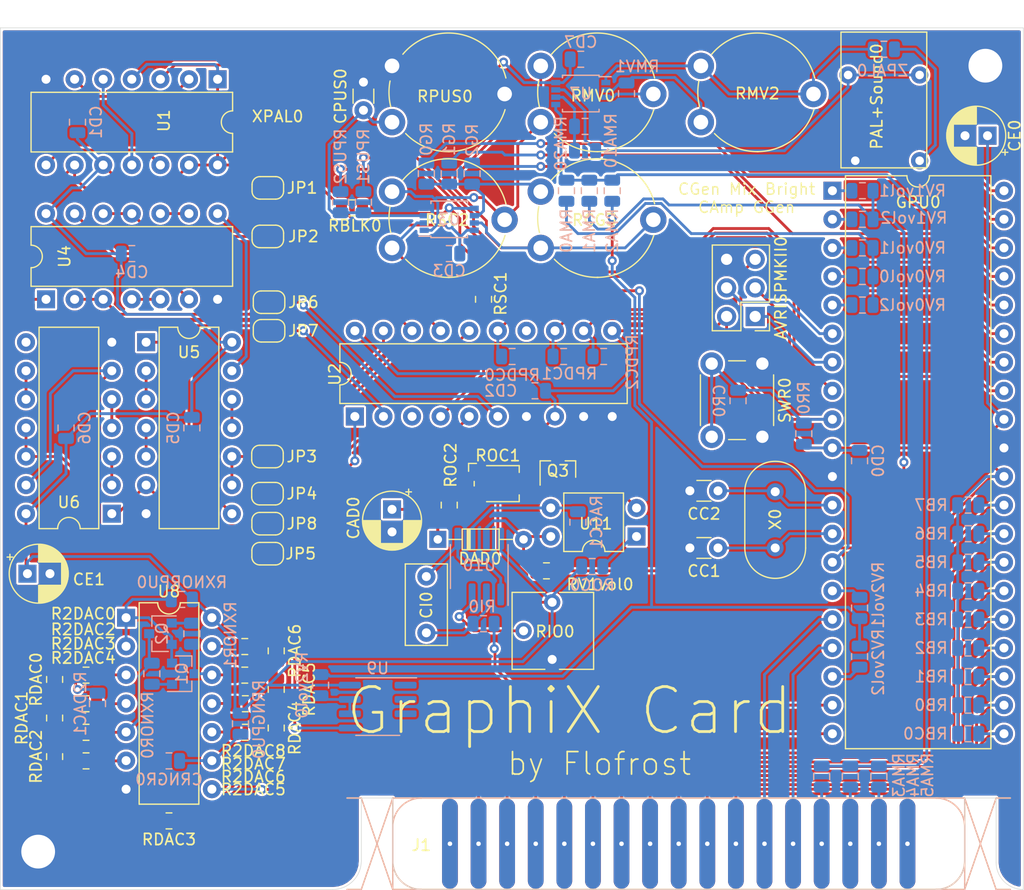
<source format=kicad_pcb>
(kicad_pcb (version 20171130) (host pcbnew 5.1.5+dfsg1-2build2)
  (layers (0 F.Cu signal) (31 B.Cu signal) (34 B.Paste user) (35 F.Paste user) (36 B.SilkS user) (37 F.SilkS user) (38 B.Mask user) (39 F.Mask user) (44 Edge.Cuts user))
  (net 0 "")
  (net 1 +5V)
  (net 2 MOSI)
  (net 3 GND)
  (net 4 RST)
  (net 5 SCK)
  (net 6 MISO)
  (net 7 "Net-(CAD0-Pad1)")
  (net 8 XTAL1)
  (net 9 XTAL2)
  (net 10 "Net-(CI0-Pad2)")
  (net 11 "Net-(CI0-Pad1)")
  (net 12 "Net-(CPUS0-Pad2)")
  (net 13 "Net-(CRNGR0-Pad1)")
  (net 14 "Net-(DAD0-Pad2)")
  (net 15 G0)
  (net 16 V2ck)
  (net 17 G1)
  (net 18 V1sq)
  (net 19 G2)
  (net 20 V2vol1)
  (net 21 S0)
  (net 22 debugTX)
  (net 23 S1)
  (net 24 debugRX)
  (net 25 C0)
  (net 26 V2vol0)
  (net 27 C1)
  (net 28 BLK)
  (net 29 C2)
  (net 30 V0vol1)
  (net 31 V0rw)
  (net 32 V0vol0)
  (net 33 V1vol1)
  (net 34 V1vol0)
  (net 35 V3)
  (net 36 V4)
  (net 37 V5)
  (net 38 "Net-(JP1-Pad2)")
  (net 39 Yellow)
  (net 40 "Net-(JP2-Pad2)")
  (net 41 Orange)
  (net 42 "Net-(JP3-Pad2)")
  (net 43 Red)
  (net 44 "Net-(JP4-Pad2)")
  (net 45 Pink)
  (net 46 "Net-(JP5-Pad2)")
  (net 47 Purple)
  (net 48 "Net-(JP6-Pad2)")
  (net 49 Blue)
  (net 50 "Net-(JP7-Pad2)")
  (net 51 Cyan)
  (net 52 "Net-(JP8-Pad2)")
  (net 53 Green)
  (net 54 AudioOut)
  (net 55 VideoOut)
  (net 56 "Net-(Q1-Pad3)")
  (net 57 "Net-(Q1-Pad2)")
  (net 58 "Net-(Q1-Pad1)")
  (net 59 "Net-(Q2-Pad2)")
  (net 60 "Net-(Q2-Pad1)")
  (net 61 "Net-(Q3-Pad3)")
  (net 62 "Net-(Q3-Pad2)")
  (net 63 "Net-(R2DAC0-Pad2)")
  (net 64 "Net-(R2DAC0-Pad1)")
  (net 65 "Net-(R2DAC2-Pad2)")
  (net 66 "Net-(R2DAC2-Pad1)")
  (net 67 "Net-(R2DAC3-Pad1)")
  (net 68 "Net-(R2DAC4-Pad2)")
  (net 69 "Net-(R2DAC4-Pad1)")
  (net 70 "Net-(R2DAC5-Pad2)")
  (net 71 "Net-(R2DAC5-Pad1)")
  (net 72 "Net-(R2DAC6-Pad2)")
  (net 73 "Net-(R2DAC6-Pad1)")
  (net 74 "Net-(R2DAC7-Pad1)")
  (net 75 "Net-(R2DAC8-Pad2)")
  (net 76 "Net-(R2DAC8-Pad1)")
  (net 77 "Net-(RAGC1-Pad2)")
  (net 78 Greyscale)
  (net 79 "Net-(RCG3-Pad3)")
  (net 80 "Net-(RIO0-Pad2)")
  (net 81 V0)
  (net 82 "Net-(RMA0-Pad1)")
  (net 83 V1)
  (net 84 V2)
  (net 85 "Net-(RMA10-Pad2)")
  (net 86 Color)
  (net 87 "Net-(RMV0-Pad2)")
  (net 88 "Net-(RMV1-Pad1)")
  (net 89 "Net-(RMV2-Pad2)")
  (net 90 "Net-(ROC0-Pad2)")
  (net 91 "Net-(ROC1-Pad3)")
  (net 92 ColorSelect)
  (net 93 "Net-(RSC1-Pad1)")
  (net 94 "Net-(RV2vol0-Pad2)")
  (net 95 "Net-(U1-Pad2)")
  (net 96 "Net-(U1-Pad12)")
  (net 97 "Net-(U1-Pad11)")
  (net 98 "Net-(U1-Pad3)")
  (net 99 "Net-(U4-Pad13)")
  (net 100 "Net-(U4-Pad4)")
  (net 101 "Net-(U4-Pad10)")
  (net 102 "Net-(U4-Pad8)")
  (net 103 "Net-(U5-Pad11)")
  (net 104 "Net-(U5-Pad4)")
  (net 105 "Net-(U5-Pad2)")
  (net 106 "Net-(U6-Pad4)")
  (net 107 "Net-(U6-Pad10)")
  (net 108 "Net-(U6-Pad2)")
  (net 109 "Net-(U6-Pad8)")
  (net 110 "Net-(XPAL0-Pad1)")
  (net 111 BUS7)
  (net 112 BUS6)
  (net 113 BUS5)
  (net 114 BUS4)
  (net 115 BUS3)
  (net 116 BUS2)
  (net 117 BUS1)
  (net 118 BUS0)
  (net 119 CLK)
  (module Flo:GEII_Audio_Jack (layer F.Cu) (at 139.827 59.436 270)
    (fp_text reference PAL+Sound0 (at 1.905 0.635 270) (layer F.SilkS))
    (fp_text value AudioJack2_Ground)
    (pad T thru_hole circle (at 0 3.175 270) (size 1.524 1.524) (drill 0.762) (layers *.Cu *.Mask) (net 54 AudioOut))
    (pad T thru_hole circle (at 0 -3.175 270) (size 1.524 1.524) (drill 0.762) (layers *.Cu *.Mask) (net 54 AudioOut))
    (pad G thru_hole circle (at 7.62 2.54 270) (size 1.524 1.524) (drill 0.762) (layers *.Cu *.Mask) (net 3 GND))
    (pad S thru_hole circle (at 7.62 -3.175 270) (size 1.524 1.524) (drill 0.762) (layers *.Cu *.Mask) (net 55 VideoOut))
  )
  (module MountingHole:MountingHole_3mm_Pad (layer F.Cu) (at 148.844 58.6105)
    (fp_text reference H2 hide)
    (fp_text value MountingHole_Pad)
    (pad 1 thru_hole circle (at 0 0) (size 6 6) (drill 3) (layers *.Cu *.Mask) (net 3 GND))
  )
  (module MountingHole:MountingHole_3mm_Pad (layer F.Cu) (at 64.7065 128.4605)
    (fp_text reference H1 hide)
    (fp_text value MountingHole_Pad)
    (pad 1 thru_hole circle (at 0 0) (size 6 6) (drill 3) (layers *.Cu *.Mask) (net 3 GND))
  )
  (module Package_DIP:DIP-14_W7.62mm (layer F.Cu) (at 71.247 98.425 180)
    (fp_text reference U6 (at 3.81 1.016) (layer F.SilkS))
    (fp_text value 74HC04)
    (pad 1 thru_hole rect (at 0 0 180) (size 1.6 1.6) (drill 0.8) (layers *.Cu *.Mask) (net 45 Pink))
    (pad 8 thru_hole oval (at 7.62 15.24 180) (size 1.6 1.6) (drill 0.8) (layers *.Cu *.Mask) (net 109 "Net-(U6-Pad8)"))
    (pad 2 thru_hole oval (at 0 2.54 180) (size 1.6 1.6) (drill 0.8) (layers *.Cu *.Mask) (net 108 "Net-(U6-Pad2)"))
    (pad 9 thru_hole oval (at 7.62 12.7 180) (size 1.6 1.6) (drill 0.8) (layers *.Cu *.Mask) (net 107 "Net-(U6-Pad10)"))
    (pad 3 thru_hole oval (at 0 5.08 180) (size 1.6 1.6) (drill 0.8) (layers *.Cu *.Mask) (net 108 "Net-(U6-Pad2)"))
    (pad 10 thru_hole oval (at 7.62 10.16 180) (size 1.6 1.6) (drill 0.8) (layers *.Cu *.Mask) (net 107 "Net-(U6-Pad10)"))
    (pad 4 thru_hole oval (at 0 7.62 180) (size 1.6 1.6) (drill 0.8) (layers *.Cu *.Mask) (net 106 "Net-(U6-Pad4)"))
    (pad 11 thru_hole oval (at 7.62 7.62 180) (size 1.6 1.6) (drill 0.8) (layers *.Cu *.Mask) (net 47 Purple))
    (pad 5 thru_hole oval (at 0 10.16 180) (size 1.6 1.6) (drill 0.8) (layers *.Cu *.Mask) (net 106 "Net-(U6-Pad4)"))
    (pad 12 thru_hole oval (at 7.62 5.08 180) (size 1.6 1.6) (drill 0.8) (layers *.Cu *.Mask) (net 47 Purple))
    (pad 6 thru_hole oval (at 0 12.7 180) (size 1.6 1.6) (drill 0.8) (layers *.Cu *.Mask) (net 53 Green))
    (pad 13 thru_hole oval (at 7.62 2.54 180) (size 1.6 1.6) (drill 0.8) (layers *.Cu *.Mask) (net 53 Green))
    (pad 7 thru_hole oval (at 0 15.24 180) (size 1.6 1.6) (drill 0.8) (layers *.Cu *.Mask) (net 3 GND))
    (pad 14 thru_hole oval (at 7.62 0 180) (size 1.6 1.6) (drill 0.8) (layers *.Cu *.Mask) (net 1 +5V))
  )
  (module Flo:EdgeConnector-P17-D8.00mm-P2.54mm (layer F.Cu) (at 121.6025 127.762 90)
    (fp_text reference J1 (at -0.127 -22.86 180) (layer F.SilkS))
    (fp_text value EdgeConnector-P17)
    (pad 1 thru_hole oval (at 0 -20.32) (size 1.4 8) (drill 0.4) (layers *.Cu *.Mask) (net 3 GND))
    (pad 2 thru_hole oval (at 0 -17.78) (size 1.4 8) (drill 0.4) (layers *.Cu *.Mask) (net 1 +5V))
    (pad 3 thru_hole oval (at 0 -15.24) (size 1.4 8) (drill 0.4) (layers *.Cu *.Mask) (net 111 BUS7))
    (pad 4 thru_hole oval (at 0 -12.7) (size 1.4 8) (drill 0.4) (layers *.Cu *.Mask) (net 112 BUS6))
    (pad 5 thru_hole oval (at 0 -10.16) (size 1.4 8) (drill 0.4) (layers *.Cu *.Mask) (net 113 BUS5))
    (pad 6 thru_hole oval (at 0 -7.62) (size 1.4 8) (drill 0.4) (layers *.Cu *.Mask) (net 114 BUS4))
    (pad 7 thru_hole oval (at 0 -5.08) (size 1.4 8) (drill 0.4) (layers *.Cu *.Mask) (net 115 BUS3))
    (pad 8 thru_hole oval (at 0 -2.54) (size 1.4 8) (drill 0.4) (layers *.Cu *.Mask) (net 116 BUS2))
    (pad 9 thru_hole oval (at 0 0) (size 1.4 8) (drill 0.4) (layers *.Cu *.Mask) (net 117 BUS1))
    (pad 10 thru_hole oval (at 0 2.54) (size 1.4 8) (drill 0.4) (layers *.Cu *.Mask) (net 118 BUS0))
    (pad 11 thru_hole oval (at 0 5.08) (size 1.4 8) (drill 0.4) (layers *.Cu *.Mask) (net 119 CLK))
    (pad 12 thru_hole oval (at 0 7.62) (size 1.4 8) (drill 0.4) (layers *.Cu *.Mask) (net 24 debugRX))
    (pad 13 thru_hole oval (at 0 10.16) (size 1.4 8) (drill 0.4) (layers *.Cu *.Mask) (net 22 debugTX))
    (pad 14 thru_hole oval (at 0 12.7) (size 1.4 8) (drill 0.4) (layers *.Cu *.Mask) (net 35 V3))
    (pad 15 thru_hole oval (at 0 15.24) (size 1.4 8) (drill 0.4) (layers *.Cu *.Mask) (net 36 V4))
    (pad 16 thru_hole oval (at 0 17.78) (size 1.4 8) (drill 0.4) (layers *.Cu *.Mask) (net 37 V5))
    (pad 17 thru_hole oval (at 0 20.32) (size 1.4 8) (drill 0.4) (layers *.Cu *.Mask) (net 3 GND))
  )
  (module Oscillator:Oscillator_SMD_EuroQuartz_XO91-4Pin_7.0x5.0mm (layer F.Cu) (at 85.979 63.119 90)
    (fp_text reference XPAL0 (at 0 0) (layer F.SilkS))
    (fp_text value CFPS-72)
    (pad 1 smd rect (at -2.5 2.1 90) (size 2 2) (layers F.Cu F.Paste F.Mask) (net 110 "Net-(XPAL0-Pad1)"))
    (pad 2 smd rect (at 2.5 2.1 90) (size 2 2) (layers F.Cu F.Paste F.Mask) (net 3 GND))
    (pad 3 smd rect (at 2.5 -2.1 90) (size 2 2) (layers F.Cu F.Paste F.Mask) (net 98 "Net-(U1-Pad3)"))
    (pad 4 smd rect (at -2.5 -2.1 90) (size 2 2) (layers F.Cu F.Paste F.Mask) (net 1 +5V))
  )
  (module Package_DIP:DIP-40_W15.24mm (layer F.Cu) (at 135.255 69.723)
    (fp_text reference GPU0 (at 7.62 1.016) (layer F.SilkS))
    (fp_text value ATmega1284-PU)
    (pad 1 thru_hole rect (at 0 0) (size 1.6 1.6) (drill 0.8) (layers *.Cu *.Mask) (net 34 V1vol0))
    (pad 21 thru_hole oval (at 15.24 48.26) (size 1.6 1.6) (drill 0.8) (layers *.Cu *.Mask) (net 119 CLK))
    (pad 2 thru_hole oval (at 0 2.54) (size 1.6 1.6) (drill 0.8) (layers *.Cu *.Mask) (net 33 V1vol1))
    (pad 22 thru_hole oval (at 15.24 45.72) (size 1.6 1.6) (drill 0.8) (layers *.Cu *.Mask) (net 118 BUS0))
    (pad 3 thru_hole oval (at 0 5.08) (size 1.6 1.6) (drill 0.8) (layers *.Cu *.Mask) (net 32 V0vol0))
    (pad 23 thru_hole oval (at 15.24 43.18) (size 1.6 1.6) (drill 0.8) (layers *.Cu *.Mask) (net 117 BUS1))
    (pad 4 thru_hole oval (at 0 7.62) (size 1.6 1.6) (drill 0.8) (layers *.Cu *.Mask) (net 31 V0rw))
    (pad 24 thru_hole oval (at 15.24 40.64) (size 1.6 1.6) (drill 0.8) (layers *.Cu *.Mask) (net 116 BUS2))
    (pad 5 thru_hole oval (at 0 10.16) (size 1.6 1.6) (drill 0.8) (layers *.Cu *.Mask) (net 30 V0vol1))
    (pad 25 thru_hole oval (at 15.24 38.1) (size 1.6 1.6) (drill 0.8) (layers *.Cu *.Mask) (net 115 BUS3))
    (pad 6 thru_hole oval (at 0 12.7) (size 1.6 1.6) (drill 0.8) (layers *.Cu *.Mask) (net 2 MOSI))
    (pad 26 thru_hole oval (at 15.24 35.56) (size 1.6 1.6) (drill 0.8) (layers *.Cu *.Mask) (net 114 BUS4))
    (pad 7 thru_hole oval (at 0 15.24) (size 1.6 1.6) (drill 0.8) (layers *.Cu *.Mask) (net 6 MISO))
    (pad 27 thru_hole oval (at 15.24 33.02) (size 1.6 1.6) (drill 0.8) (layers *.Cu *.Mask) (net 113 BUS5))
    (pad 8 thru_hole oval (at 0 17.78) (size 1.6 1.6) (drill 0.8) (layers *.Cu *.Mask) (net 5 SCK))
    (pad 28 thru_hole oval (at 15.24 30.48) (size 1.6 1.6) (drill 0.8) (layers *.Cu *.Mask) (net 112 BUS6))
    (pad 9 thru_hole oval (at 0 20.32) (size 1.6 1.6) (drill 0.8) (layers *.Cu *.Mask) (net 4 RST))
    (pad 29 thru_hole oval (at 15.24 27.94) (size 1.6 1.6) (drill 0.8) (layers *.Cu *.Mask) (net 111 BUS7))
    (pad 10 thru_hole oval (at 0 22.86) (size 1.6 1.6) (drill 0.8) (layers *.Cu *.Mask) (net 1 +5V))
    (pad 30 thru_hole oval (at 15.24 25.4) (size 1.6 1.6) (drill 0.8) (layers *.Cu *.Mask) (net 1 +5V))
    (pad 11 thru_hole oval (at 0 25.4) (size 1.6 1.6) (drill 0.8) (layers *.Cu *.Mask) (net 3 GND))
    (pad 31 thru_hole oval (at 15.24 22.86) (size 1.6 1.6) (drill 0.8) (layers *.Cu *.Mask) (net 3 GND))
    (pad 12 thru_hole oval (at 0 27.94) (size 1.6 1.6) (drill 0.8) (layers *.Cu *.Mask) (net 9 XTAL2))
    (pad 32 thru_hole oval (at 15.24 20.32) (size 1.6 1.6) (drill 0.8) (layers *.Cu *.Mask) (net 1 +5V))
    (pad 13 thru_hole oval (at 0 30.48) (size 1.6 1.6) (drill 0.8) (layers *.Cu *.Mask) (net 8 XTAL1))
    (pad 33 thru_hole oval (at 15.24 17.78) (size 1.6 1.6) (drill 0.8) (layers *.Cu *.Mask) (net 29 C2))
    (pad 14 thru_hole oval (at 0 33.02) (size 1.6 1.6) (drill 0.8) (layers *.Cu *.Mask) (net 28 BLK))
    (pad 34 thru_hole oval (at 15.24 15.24) (size 1.6 1.6) (drill 0.8) (layers *.Cu *.Mask) (net 27 C1))
    (pad 15 thru_hole oval (at 0 35.56) (size 1.6 1.6) (drill 0.8) (layers *.Cu *.Mask) (net 26 V2vol0))
    (pad 35 thru_hole oval (at 15.24 12.7) (size 1.6 1.6) (drill 0.8) (layers *.Cu *.Mask) (net 25 C0))
    (pad 16 thru_hole oval (at 0 38.1) (size 1.6 1.6) (drill 0.8) (layers *.Cu *.Mask) (net 24 debugRX))
    (pad 36 thru_hole oval (at 15.24 10.16) (size 1.6 1.6) (drill 0.8) (layers *.Cu *.Mask) (net 23 S1))
    (pad 17 thru_hole oval (at 0 40.64) (size 1.6 1.6) (drill 0.8) (layers *.Cu *.Mask) (net 22 debugTX))
    (pad 37 thru_hole oval (at 15.24 7.62) (size 1.6 1.6) (drill 0.8) (layers *.Cu *.Mask) (net 21 S0))
    (pad 18 thru_hole oval (at 0 43.18) (size 1.6 1.6) (drill 0.8) (layers *.Cu *.Mask) (net 20 V2vol1))
    (pad 38 thru_hole oval (at 15.24 5.08) (size 1.6 1.6) (drill 0.8) (layers *.Cu *.Mask) (net 19 G2))
    (pad 19 thru_hole oval (at 0 45.72) (size 1.6 1.6) (drill 0.8) (layers *.Cu *.Mask) (net 18 V1sq))
    (pad 39 thru_hole oval (at 15.24 2.54) (size 1.6 1.6) (drill 0.8) (layers *.Cu *.Mask) (net 17 G1))
    (pad 20 thru_hole oval (at 0 48.26) (size 1.6 1.6) (drill 0.8) (layers *.Cu *.Mask) (net 16 V2ck))
    (pad 40 thru_hole oval (at 15.24 0) (size 1.6 1.6) (drill 0.8) (layers *.Cu *.Mask) (net 15 G0))
  )
  (module Package_TO_SOT_SMD:SOT-23 (layer F.Cu) (at 110.871 94.488 90)
    (fp_text reference Q3 (at -0.127 0 180) (layer F.SilkS))
    (fp_text value 2N2222)
    (pad 2 smd rect (at -1 -0.95 90) (size 0.9 0.8) (layers F.Cu F.Paste F.Mask) (net 62 "Net-(Q3-Pad2)"))
    (pad 3 smd rect (at -1 0.95 90) (size 0.9 0.8) (layers F.Cu F.Paste F.Mask) (net 61 "Net-(Q3-Pad3)"))
    (pad 1 smd rect (at 1 0 90) (size 0.9 0.8) (layers F.Cu F.Paste F.Mask) (net 3 GND))
  )
  (module Diode_THT:D_DO-34_SOD68_P7.62mm_Horizontal (layer F.Cu) (at 100.203 100.711)
    (fp_text reference DAD0 (at 3.7465 1.7145) (layer F.SilkS))
    (fp_text value D)
    (pad 1 thru_hole rect (at 0 0) (size 1.5 1.5) (drill 0.75) (layers *.Cu *.Mask) (net 7 "Net-(CAD0-Pad1)"))
    (pad 2 thru_hole oval (at 7.62 0) (size 1.5 1.5) (drill 0.75) (layers *.Cu *.Mask) (net 14 "Net-(DAD0-Pad2)"))
  )
  (module Package_TO_SOT_SMD:SOT-23 (layer B.Cu) (at 75.565 109.093 180)
    (fp_text reference Q2 (at -0.127 0 90) (layer B.SilkS) (effects (justify mirror)))
    (fp_text value 2N2222)
    (pad 1 smd rect (at 1 0 180) (size 0.9 0.8) (layers B.Cu B.Paste B.Mask) (net 60 "Net-(Q2-Pad1)"))
    (pad 3 smd rect (at -1 -0.95 180) (size 0.9 0.8) (layers B.Cu B.Paste B.Mask) (net 56 "Net-(Q1-Pad3)"))
    (pad 2 smd rect (at -1 0.95 180) (size 0.9 0.8) (layers B.Cu B.Paste B.Mask) (net 59 "Net-(Q2-Pad2)"))
  )
  (module Package_TO_SOT_SMD:SOT-23 (layer B.Cu) (at 77.597 112.649)
    (fp_text reference Q1 (at -0.127 0 270) (layer B.SilkS) (effects (justify mirror)))
    (fp_text value 2N2222)
    (pad 1 smd rect (at 1 0) (size 0.9 0.8) (layers B.Cu B.Paste B.Mask) (net 58 "Net-(Q1-Pad1)"))
    (pad 3 smd rect (at -1 -0.95) (size 0.9 0.8) (layers B.Cu B.Paste B.Mask) (net 56 "Net-(Q1-Pad3)"))
    (pad 2 smd rect (at -1 0.95) (size 0.9 0.8) (layers B.Cu B.Paste B.Mask) (net 57 "Net-(Q1-Pad2)"))
  )
  (module Package_SO:SOIC-8_3.9x4.9mm_P1.27mm (layer B.Cu) (at 103.886 103.124 90)
    (fp_text reference U10 (at 0.127 0 180) (layer B.SilkS) (effects (justify mirror)))
    (fp_text value MCP6002-xMS)
    (pad 1 smd roundrect (at -2.475 1.905 90) (size 1.95 0.6) (layers B.Cu B.Paste B.Mask) (net 11 "Net-(CI0-Pad1)"))
    (pad 2 smd roundrect (at -2.475 0.635 90) (size 1.95 0.6) (layers B.Cu B.Paste B.Mask) (net 10 "Net-(CI0-Pad2)"))
    (pad 3 smd roundrect (at -2.475 -0.635 90) (size 1.95 0.6) (layers B.Cu B.Paste B.Mask) (net 80 "Net-(RIO0-Pad2)"))
    (pad 4 smd roundrect (at -2.475 -1.905 90) (size 1.95 0.6) (layers B.Cu B.Paste B.Mask) (net 3 GND))
    (pad 5 smd roundrect (at 2.475 -1.905 90) (size 1.95 0.6) (layers B.Cu B.Paste B.Mask) (net 11 "Net-(CI0-Pad1)"))
    (pad 6 smd roundrect (at 2.475 -0.635 90) (size 1.95 0.6) (layers B.Cu B.Paste B.Mask) (net 77 "Net-(RAGC1-Pad2)"))
    (pad 7 smd roundrect (at 2.475 0.635 90) (size 1.95 0.6) (layers B.Cu B.Paste B.Mask) (net 14 "Net-(DAD0-Pad2)"))
    (pad 8 smd roundrect (at 2.475 1.905 90) (size 1.95 0.6) (layers B.Cu B.Paste B.Mask) (net 1 +5V))
  )
  (module Package_SO:SOIC-8_3.9x4.9mm_P1.27mm (layer B.Cu) (at 94.869 115.57 180)
    (fp_text reference U9 (at 0 3.4 180) (layer B.SilkS) (effects (justify mirror)))
    (fp_text value MCP6002-xMS)
    (pad 8 smd roundrect (at 2.475 1.905 180) (size 1.95 0.6) (layers B.Cu B.Paste B.Mask) (net 1 +5V))
    (pad 7 smd roundrect (at 2.475 0.635 180) (size 1.95 0.6) (layers B.Cu B.Paste B.Mask) (net 94 "Net-(RV2vol0-Pad2)"))
    (pad 6 smd roundrect (at 2.475 -0.635 180) (size 1.95 0.6) (layers B.Cu B.Paste B.Mask) (net 94 "Net-(RV2vol0-Pad2)"))
    (pad 5 smd roundrect (at 2.475 -1.905 180) (size 1.95 0.6) (layers B.Cu B.Paste B.Mask) (net 76 "Net-(R2DAC8-Pad1)"))
    (pad 4 smd roundrect (at -2.475 -1.905 180) (size 1.95 0.6) (layers B.Cu B.Paste B.Mask) (net 3 GND))
    (pad 3 smd roundrect (at -2.475 -0.635 180) (size 1.95 0.6) (layers B.Cu B.Paste B.Mask))
    (pad 2 smd roundrect (at -2.475 0.635 180) (size 1.95 0.6) (layers B.Cu B.Paste B.Mask))
    (pad 1 smd roundrect (at -2.475 1.905 180) (size 1.95 0.6) (layers B.Cu B.Paste B.Mask))
  )
  (module Resistor_SMD:R_0805_2012Metric (layer B.Cu) (at 147.32 107.823)
    (fp_text reference RB3 (at -3.302 0 180) (layer B.SilkS) (effects (justify mirror)))
    (fp_text value 10k)
    (pad 2 smd roundrect (at 0.9375 0) (size 0.975 1.4) (layers B.Cu B.Paste B.Mask) (net 115 BUS3))
    (pad 1 smd roundrect (at -0.9375 0) (size 0.975 1.4) (layers B.Cu B.Paste B.Mask) (net 1 +5V))
  )
  (module Resistor_SMD:R_0805_2012Metric (layer B.Cu) (at 147.32 110.363)
    (fp_text reference RB2 (at -3.302 0) (layer B.SilkS) (effects (justify mirror)))
    (fp_text value 10k)
    (pad 2 smd roundrect (at 0.9375 0) (size 0.975 1.4) (layers B.Cu B.Paste B.Mask) (net 116 BUS2))
    (pad 1 smd roundrect (at -0.9375 0) (size 0.975 1.4) (layers B.Cu B.Paste B.Mask) (net 1 +5V))
  )
  (module Resistor_SMD:R_0805_2012Metric (layer B.Cu) (at 137.668 106.807 270)
    (fp_text reference RV2vol1 (at -1.143 -1.651 90) (layer B.SilkS) (effects (justify mirror)))
    (fp_text value 680)
    (pad 2 smd roundrect (at 0.9375 0 270) (size 0.975 1.4) (layers B.Cu B.Paste B.Mask) (net 84 V2))
    (pad 1 smd roundrect (at -0.9375 0 270) (size 0.975 1.4) (layers B.Cu B.Paste B.Mask) (net 26 V2vol0))
  )
  (module Resistor_SMD:R_0805_2012Metric (layer B.Cu) (at 137.922 77.343 180)
    (fp_text reference RV0vol0 (at -4.445 0) (layer B.SilkS) (effects (justify mirror)))
    (fp_text value 1k)
    (pad 2 smd roundrect (at 0.9375 0 180) (size 0.975 1.4) (layers B.Cu B.Paste B.Mask) (net 31 V0rw))
    (pad 1 smd roundrect (at -0.9375 0 180) (size 0.975 1.4) (layers B.Cu B.Paste B.Mask) (net 81 V0))
  )
  (module Resistor_SMD:R_0805_2012Metric (layer B.Cu) (at 77.47 106.045)
    (fp_text reference RXNORPU0 (at 0 -1.524) (layer B.SilkS) (effects (justify mirror)))
    (fp_text value 10k)
    (pad 2 smd roundrect (at 0.9375 0) (size 0.975 1.4) (layers B.Cu B.Paste B.Mask) (net 1 +5V))
    (pad 1 smd roundrect (at -0.9375 0) (size 0.975 1.4) (layers B.Cu B.Paste B.Mask) (net 56 "Net-(Q1-Pad3)"))
  )
  (module Capacitor_SMD:C_0805_2012Metric (layer B.Cu) (at 78.359 90.805 270)
    (fp_text reference CD5 (at 0 1.65 90) (layer B.SilkS) (effects (justify mirror)))
    (fp_text value 100n)
    (pad 1 smd roundrect (at -0.9375 0 270) (size 0.975 1.4) (layers B.Cu B.Paste B.Mask) (net 1 +5V))
    (pad 2 smd roundrect (at 0.9375 0 270) (size 0.975 1.4) (layers B.Cu B.Paste B.Mask) (net 3 GND))
  )
  (module Resistor_SMD:R_0805_2012Metric (layer B.Cu) (at 137.922 79.883)
    (fp_text reference RV0vol2 (at 4.445 0 180) (layer B.SilkS) (effects (justify mirror)))
    (fp_text value 220)
    (pad 2 smd roundrect (at 0.9375 0) (size 0.975 1.4) (layers B.Cu B.Paste B.Mask) (net 81 V0))
    (pad 1 smd roundrect (at -0.9375 0) (size 0.975 1.4) (layers B.Cu B.Paste B.Mask) (net 30 V0vol1))
  )
  (module Resistor_SMD:R_0805_2012Metric (layer F.Cu) (at 109.855 103.505 180)
    (fp_text reference RV1vol0 (at -4.7625 -1.2065) (layer F.SilkS))
    (fp_text value 1k)
    (pad 1 smd roundrect (at -0.9375 0 180) (size 0.975 1.4) (layers F.Cu F.Paste F.Mask) (net 83 V1))
    (pad 2 smd roundrect (at 0.9375 0 180) (size 0.975 1.4) (layers F.Cu F.Paste F.Mask) (net 14 "Net-(DAD0-Pad2)"))
  )
  (module Resistor_SMD:R_0805_2012Metric (layer B.Cu) (at 132.715 91.313 90)
    (fp_text reference RR0 (at 3.175 0 270) (layer B.SilkS) (effects (justify mirror)))
    (fp_text value 10k)
    (pad 2 smd roundrect (at 0.9375 0 90) (size 0.975 1.4) (layers B.Cu B.Paste B.Mask) (net 4 RST))
    (pad 1 smd roundrect (at -0.9375 0 90) (size 0.975 1.4) (layers B.Cu B.Paste B.Mask) (net 1 +5V))
  )
  (module Resistor_SMD:R_0805_2012Metric (layer B.Cu) (at 137.922 69.723)
    (fp_text reference RV1vol1 (at 4.445 0) (layer B.SilkS) (effects (justify mirror)))
    (fp_text value 680)
    (pad 2 smd roundrect (at 0.9375 0) (size 0.975 1.4) (layers B.Cu B.Paste B.Mask) (net 83 V1))
    (pad 1 smd roundrect (at -0.9375 0) (size 0.975 1.4) (layers B.Cu B.Paste B.Mask) (net 34 V1vol0))
  )
  (module Resistor_SMD:R_0805_2012Metric (layer F.Cu) (at 66.167 113.157 90)
    (fp_text reference RDAC0 (at 0 -1.65 90) (layer F.SilkS))
    (fp_text value 3.3k)
    (pad 2 smd roundrect (at 0.9375 0 90) (size 0.975 1.4) (layers F.Cu F.Paste F.Mask) (net 64 "Net-(R2DAC0-Pad1)"))
    (pad 1 smd roundrect (at -0.9375 0 90) (size 0.975 1.4) (layers F.Cu F.Paste F.Mask) (net 66 "Net-(R2DAC2-Pad1)"))
  )
  (module Resistor_SMD:R_0805_2012Metric (layer B.Cu) (at 147.32 117.983)
    (fp_text reference RBC0 (at -3.81 0 180) (layer B.SilkS) (effects (justify mirror)))
    (fp_text value 10k)
    (pad 2 smd roundrect (at 0.9375 0) (size 0.975 1.4) (layers B.Cu B.Paste B.Mask) (net 119 CLK))
    (pad 1 smd roundrect (at -0.9375 0) (size 0.975 1.4) (layers B.Cu B.Paste B.Mask) (net 1 +5V))
  )
  (module Resistor_SMD:R_0805_2012Metric (layer B.Cu) (at 147.32 97.663)
    (fp_text reference RB7 (at -3.302 0 180) (layer B.SilkS) (effects (justify mirror)))
    (fp_text value 10k)
    (pad 2 smd roundrect (at 0.9375 0) (size 0.975 1.4) (layers B.Cu B.Paste B.Mask) (net 111 BUS7))
    (pad 1 smd roundrect (at -0.9375 0) (size 0.975 1.4) (layers B.Cu B.Paste B.Mask) (net 1 +5V))
  )
  (module Jumper:SolderJumper-2_P1.3mm_Open_RoundedPad1.0x1.5mm (layer F.Cu) (at 85.09 99.314)
    (fp_text reference JP8 (at 3.048 0) (layer F.SilkS))
    (fp_text value SolderJumper_2_Open)
    (pad 1 smd custom (at -0.65 0) (size 1 0.5) (layers F.Cu F.Mask) (net 53 Green) (options (clearance outline) (anchor rect)) (primitives (gr_circle (center 0 0.25) (end 0.5 0.25) (width 0)) (gr_circle (center 0 -0.25) (end 0.5 -0.25) (width 0)) (gr_poly (pts (xy 0 -0.75) (xy 0.5 -0.75) (xy 0.5 0.75) (xy 0 0.75)) (width 0))))
    (pad 2 smd custom (at 0.65 0) (size 1 0.5) (layers F.Cu F.Mask) (net 52 "Net-(JP8-Pad2)") (options (clearance outline) (anchor rect)) (primitives (gr_circle (center 0 0.25) (end 0.5 0.25) (width 0)) (gr_circle (center 0 -0.25) (end 0.5 -0.25) (width 0)) (gr_poly (pts (xy 0 -0.75) (xy -0.5 -0.75) (xy -0.5 0.75) (xy 0 0.75)) (width 0))))
  )
  (module Resistor_SMD:R_0805_2012Metric (layer B.Cu) (at 139.827 57.15 180)
    (fp_text reference ZPAL0 (at 0.127 -1.905) (layer B.SilkS) (effects (justify mirror)))
    (fp_text value 75)
    (pad 1 smd roundrect (at -0.9375 0 180) (size 0.975 1.4) (layers B.Cu B.Paste B.Mask) (net 55 VideoOut))
    (pad 2 smd roundrect (at 0.9375 0 180) (size 0.975 1.4) (layers B.Cu B.Paste B.Mask) (net 89 "Net-(RMV2-Pad2)"))
  )
  (module Package_SO:OnSemi_Micro8 (layer B.Cu) (at 112.903 61.087 180)
    (fp_text reference U7 (at 0 0) (layer B.SilkS) (effects (justify mirror)))
    (fp_text value MAX4392)
    (pad 1 smd rect (at -2.225 0.975 180) (size 0.8 0.48) (layers B.Cu B.Paste B.Mask) (net 89 "Net-(RMV2-Pad2)"))
    (pad 2 smd rect (at -2.225 0.325 180) (size 0.8 0.48) (layers B.Cu B.Paste B.Mask) (net 88 "Net-(RMV1-Pad1)"))
    (pad 3 smd rect (at -2.225 -0.325 180) (size 0.8 0.48) (layers B.Cu B.Paste B.Mask) (net 87 "Net-(RMV0-Pad2)"))
    (pad 4 smd rect (at -2.225 -0.975 180) (size 0.8 0.48) (layers B.Cu B.Paste B.Mask) (net 3 GND))
    (pad 5 smd rect (at 2.225 -0.975 180) (size 0.8 0.48) (layers B.Cu B.Paste B.Mask) (net 82 "Net-(RMA0-Pad1)"))
    (pad 6 smd rect (at 2.225 -0.325 180) (size 0.8 0.48) (layers B.Cu B.Paste B.Mask) (net 85 "Net-(RMA10-Pad2)"))
    (pad 7 smd rect (at 2.225 0.325 180) (size 0.8 0.48) (layers B.Cu B.Paste B.Mask) (net 54 AudioOut))
    (pad 8 smd rect (at 2.225 0.975 180) (size 0.8 0.48) (layers B.Cu B.Paste B.Mask) (net 1 +5V))
  )
  (module Package_SO:OnSemi_Micro8 (layer B.Cu) (at 101.219 72.263)
    (fp_text reference U3 (at 0 0) (layer B.SilkS) (effects (justify mirror)))
    (fp_text value MAX4392)
    (pad 1 smd rect (at -2.225 0.975) (size 0.8 0.48) (layers B.Cu B.Paste B.Mask) (net 86 Color))
    (pad 2 smd rect (at -2.225 0.325) (size 0.8 0.48) (layers B.Cu B.Paste B.Mask) (net 93 "Net-(RSC1-Pad1)"))
    (pad 3 smd rect (at -2.225 -0.325) (size 0.8 0.48) (layers B.Cu B.Paste B.Mask) (net 12 "Net-(CPUS0-Pad2)"))
    (pad 4 smd rect (at -2.225 -0.975) (size 0.8 0.48) (layers B.Cu B.Paste B.Mask) (net 3 GND))
    (pad 5 smd rect (at 2.225 -0.975) (size 0.8 0.48) (layers B.Cu B.Paste B.Mask) (net 28 BLK))
    (pad 6 smd rect (at 2.225 -0.325) (size 0.8 0.48) (layers B.Cu B.Paste B.Mask) (net 79 "Net-(RCG3-Pad3)"))
    (pad 7 smd rect (at 2.225 0.325) (size 0.8 0.48) (layers B.Cu B.Paste B.Mask) (net 78 Greyscale))
    (pad 8 smd rect (at 2.225 0.975) (size 0.8 0.48) (layers B.Cu B.Paste B.Mask) (net 1 +5V))
  )
  (module Resistor_SMD:R_0805_2012Metric (layer F.Cu) (at 68.961 115.316)
    (fp_text reference R2DAC2 (at -0.254 -6.604) (layer F.SilkS))
    (fp_text value 6.8k)
    (pad 2 smd roundrect (at 0.9375 0) (size 0.975 1.4) (layers F.Cu F.Paste F.Mask) (net 65 "Net-(R2DAC2-Pad2)"))
    (pad 1 smd roundrect (at -0.9375 0) (size 0.975 1.4) (layers F.Cu F.Paste F.Mask) (net 66 "Net-(R2DAC2-Pad1)"))
  )
  (module Resistor_SMD:R_0805_2012Metric (layer B.Cu) (at 69.977 115.316 90)
    (fp_text reference R2DAC1 (at 0 -1.524 270) (layer B.SilkS) (effects (justify mirror)))
    (fp_text value 6.8k)
    (pad 2 smd roundrect (at 0.9375 0 90) (size 0.975 1.4) (layers B.Cu B.Paste B.Mask) (net 64 "Net-(R2DAC0-Pad1)"))
    (pad 1 smd roundrect (at -0.9375 0 90) (size 0.975 1.4) (layers B.Cu B.Paste B.Mask) (net 3 GND))
  )
  (module Resistor_SMD:R_0805_2012Metric (layer F.Cu) (at 68.961 112.776)
    (fp_text reference R2DAC0 (at -0.254 -5.461) (layer F.SilkS))
    (fp_text value 6.8k)
    (pad 2 smd roundrect (at 0.9375 0) (size 0.975 1.4) (layers F.Cu F.Paste F.Mask) (net 63 "Net-(R2DAC0-Pad2)"))
    (pad 1 smd roundrect (at -0.9375 0) (size 0.975 1.4) (layers F.Cu F.Paste F.Mask) (net 64 "Net-(R2DAC0-Pad1)"))
  )
  (module Resistor_SMD:R_0805_2012Metric (layer F.Cu) (at 104.267 79.375 270)
    (fp_text reference RSC1 (at -0.508 -1.524 90) (layer F.SilkS))
    (fp_text value 22k)
    (pad 1 smd roundrect (at -0.9375 0 270) (size 0.975 1.4) (layers F.Cu F.Paste F.Mask) (net 93 "Net-(RSC1-Pad1)"))
    (pad 2 smd roundrect (at 0.9375 0 270) (size 0.975 1.4) (layers F.Cu F.Paste F.Mask) (net 92 ColorSelect))
  )
  (module Resistor_SMD:R_0805_2012Metric (layer B.Cu) (at 113.919 103.124)
    (fp_text reference ROC0 (at 0 1.65 180) (layer B.SilkS) (effects (justify mirror)))
    (fp_text value 100)
    (pad 1 smd roundrect (at -0.9375 0) (size 0.975 1.4) (layers B.Cu B.Paste B.Mask) (net 1 +5V))
    (pad 2 smd roundrect (at 0.9375 0) (size 0.975 1.4) (layers B.Cu B.Paste B.Mask) (net 90 "Net-(ROC0-Pad2)"))
  )
  (module Package_DIP:DIP-4_W7.62mm (layer F.Cu) (at 117.856 100.457 180)
    (fp_text reference U11 (at 3.6195 1.143) (layer F.SilkS))
    (fp_text value LTV-817)
    (pad 1 thru_hole rect (at 0 0 180) (size 1.6 1.6) (drill 0.8) (layers *.Cu *.Mask) (net 90 "Net-(ROC0-Pad2)"))
    (pad 3 thru_hole oval (at 7.62 2.54 180) (size 1.6 1.6) (drill 0.8) (layers *.Cu *.Mask) (net 77 "Net-(RAGC1-Pad2)"))
    (pad 2 thru_hole oval (at 0 2.54 180) (size 1.6 1.6) (drill 0.8) (layers *.Cu *.Mask) (net 61 "Net-(Q3-Pad3)"))
    (pad 4 thru_hole oval (at 7.62 0 180) (size 1.6 1.6) (drill 0.8) (layers *.Cu *.Mask) (net 14 "Net-(DAD0-Pad2)"))
  )
  (module Jumper:SolderJumper-2_P1.3mm_Open_RoundedPad1.0x1.5mm (layer F.Cu) (at 85.217 82.169)
    (fp_text reference JP7 (at 3.048 0) (layer F.SilkS))
    (fp_text value SolderJumper_2_Open)
    (pad 1 smd custom (at -0.65 0) (size 1 0.5) (layers F.Cu F.Mask) (net 51 Cyan) (options (clearance outline) (anchor rect)) (primitives (gr_circle (center 0 0.25) (end 0.5 0.25) (width 0)) (gr_circle (center 0 -0.25) (end 0.5 -0.25) (width 0)) (gr_poly (pts (xy 0 -0.75) (xy 0.5 -0.75) (xy 0.5 0.75) (xy 0 0.75)) (width 0))))
    (pad 2 smd custom (at 0.65 0) (size 1 0.5) (layers F.Cu F.Mask) (net 50 "Net-(JP7-Pad2)") (options (clearance outline) (anchor rect)) (primitives (gr_circle (center 0 0.25) (end 0.5 0.25) (width 0)) (gr_circle (center 0 -0.25) (end 0.5 -0.25) (width 0)) (gr_poly (pts (xy 0 -0.75) (xy -0.5 -0.75) (xy -0.5 0.75) (xy 0 0.75)) (width 0))))
  )
  (module Resistor_SMD:R_0805_2012Metric (layer B.Cu) (at 101.219 68.199 90)
    (fp_text reference RG1 (at 3.048 0 90) (layer B.SilkS) (effects (justify mirror)))
    (fp_text value 10k)
    (pad 1 smd roundrect (at -0.9375 0 90) (size 0.975 1.4) (layers B.Cu B.Paste B.Mask) (net 79 "Net-(RCG3-Pad3)"))
    (pad 2 smd roundrect (at 0.9375 0 90) (size 0.975 1.4) (layers B.Cu B.Paste B.Mask) (net 17 G1))
  )
  (module Capacitor_SMD:C_0805_2012Metric (layer B.Cu) (at 101.219 75.311 180)
    (fp_text reference CD3 (at 0 -1.524) (layer B.SilkS) (effects (justify mirror)))
    (fp_text value 100n)
    (pad 1 smd roundrect (at -0.9375 0 180) (size 0.975 1.4) (layers B.Cu B.Paste B.Mask) (net 1 +5V))
    (pad 2 smd roundrect (at 0.9375 0 180) (size 0.975 1.4) (layers B.Cu B.Paste B.Mask) (net 3 GND))
  )
  (module Package_DIP:DIP-14_W7.62mm (layer F.Cu) (at 72.517 107.673)
    (fp_text reference U8 (at 3.81 -2.33) (layer F.SilkS))
    (fp_text value 74HC164)
    (pad 14 thru_hole oval (at 7.62 0) (size 1.6 1.6) (drill 0.8) (layers *.Cu *.Mask) (net 1 +5V))
    (pad 7 thru_hole oval (at 0 15.24) (size 1.6 1.6) (drill 0.8) (layers *.Cu *.Mask) (net 3 GND))
    (pad 13 thru_hole oval (at 7.62 2.54) (size 1.6 1.6) (drill 0.8) (layers *.Cu *.Mask) (net 75 "Net-(R2DAC8-Pad2)"))
    (pad 6 thru_hole oval (at 0 12.7) (size 1.6 1.6) (drill 0.8) (layers *.Cu *.Mask) (net 68 "Net-(R2DAC4-Pad2)"))
    (pad 12 thru_hole oval (at 7.62 5.08) (size 1.6 1.6) (drill 0.8) (layers *.Cu *.Mask) (net 58 "Net-(Q1-Pad1)"))
    (pad 5 thru_hole oval (at 0 10.16) (size 1.6 1.6) (drill 0.8) (layers *.Cu *.Mask) (net 60 "Net-(Q2-Pad1)"))
    (pad 11 thru_hole oval (at 7.62 7.62) (size 1.6 1.6) (drill 0.8) (layers *.Cu *.Mask) (net 72 "Net-(R2DAC6-Pad2)"))
    (pad 4 thru_hole oval (at 0 7.62) (size 1.6 1.6) (drill 0.8) (layers *.Cu *.Mask) (net 65 "Net-(R2DAC2-Pad2)"))
    (pad 10 thru_hole oval (at 7.62 10.16) (size 1.6 1.6) (drill 0.8) (layers *.Cu *.Mask) (net 70 "Net-(R2DAC5-Pad2)"))
    (pad 3 thru_hole oval (at 0 5.08) (size 1.6 1.6) (drill 0.8) (layers *.Cu *.Mask) (net 63 "Net-(R2DAC0-Pad2)"))
    (pad 9 thru_hole oval (at 7.62 12.7) (size 1.6 1.6) (drill 0.8) (layers *.Cu *.Mask) (net 13 "Net-(CRNGR0-Pad1)"))
    (pad 2 thru_hole oval (at 0 2.54) (size 1.6 1.6) (drill 0.8) (layers *.Cu *.Mask) (net 56 "Net-(Q1-Pad3)"))
    (pad 8 thru_hole oval (at 7.62 15.24) (size 1.6 1.6) (drill 0.8) (layers *.Cu *.Mask) (net 16 V2ck))
    (pad 1 thru_hole rect (at 0 0) (size 1.6 1.6) (drill 0.8) (layers *.Cu *.Mask) (net 56 "Net-(Q1-Pad3)"))
  )
  (module Resistor_SMD:R_0805_2012Metric (layer B.Cu) (at 93.599 70.739 90)
    (fp_text reference RPUS1 (at 4.064 0 90) (layer B.SilkS) (effects (justify mirror)))
    (fp_text value 56k)
    (pad 1 smd roundrect (at -0.9375 0 90) (size 0.975 1.4) (layers B.Cu B.Paste B.Mask) (net 12 "Net-(CPUS0-Pad2)"))
    (pad 2 smd roundrect (at 0.9375 0 90) (size 0.975 1.4) (layers B.Cu B.Paste B.Mask) (net 21 S0))
  )
  (module Resistor_SMD:R_0805_2012Metric (layer B.Cu) (at 136.8425 121.793 270)
    (fp_text reference RMA4 (at -0.127 -5.588 90) (layer B.SilkS) (effects (justify mirror)))
    (fp_text value 10k)
    (pad 2 smd roundrect (at 0.9375 0 270) (size 0.975 1.4) (layers B.Cu B.Paste B.Mask) (net 36 V4))
    (pad 1 smd roundrect (at -0.9375 0 270) (size 0.975 1.4) (layers B.Cu B.Paste B.Mask) (net 82 "Net-(RMA0-Pad1)"))
  )
  (module Crystal:Resonator-2Pin_W10.0mm_H5.0mm (layer F.Cu) (at 130.175 101.473 90)
    (fp_text reference X0 (at 2.54 0 90) (layer F.SilkS))
    (fp_text value 20M)
    (pad 2 thru_hole circle (at 5 0 90) (size 1.5 1.5) (drill 0.8) (layers B.Cu B.Mask) (net 9 XTAL2))
    (pad 1 thru_hole circle (at 0 0 90) (size 1.5 1.5) (drill 0.8) (layers B.Cu B.Mask) (net 8 XTAL1))
  )
  (module Resistor_SMD:R_0805_2012Metric (layer B.Cu) (at 114.935 84.455)
    (fp_text reference RPDC2 (at 2.54 0.508 90) (layer B.SilkS) (effects (justify mirror)))
    (fp_text value 10k)
    (pad 1 smd roundrect (at -0.9375 0) (size 0.975 1.4) (layers B.Cu B.Paste B.Mask) (net 29 C2))
    (pad 2 smd roundrect (at 0.9375 0) (size 0.975 1.4) (layers B.Cu B.Paste B.Mask) (net 3 GND))
  )
  (module Potentiometer_THT:Potentiometer_Piher_PT-10-V10_Vertical (layer F.Cu) (at 109.347 63.627)
    (fp_text reference RMV0 (at 4.6355 -2.3495) (layer F.SilkS))
    (fp_text value 10k)
    (pad 3 thru_hole circle (at 0 -5) (size 2.34 2.34) (drill 1.3) (layers *.Cu *.Mask) (net 78 Greyscale))
    (pad 2 thru_hole circle (at 10 -2.5) (size 2.34 2.34) (drill 1.3) (layers *.Cu *.Mask) (net 87 "Net-(RMV0-Pad2)"))
    (pad 1 thru_hole circle (at 0 0) (size 2.34 2.34) (drill 1.3) (layers *.Cu *.Mask) (net 86 Color))
  )
  (module Capacitor_SMD:C_0805_2012Metric (layer B.Cu) (at 73.025 75.311)
    (fp_text reference CD4 (at 0 1.65 180) (layer B.SilkS) (effects (justify mirror)))
    (fp_text value 100n)
    (pad 1 smd roundrect (at -0.9375 0) (size 0.975 1.4) (layers B.Cu B.Paste B.Mask) (net 1 +5V))
    (pad 2 smd roundrect (at 0.9375 0) (size 0.975 1.4) (layers B.Cu B.Paste B.Mask) (net 3 GND))
  )
  (module Jumper:SolderJumper-2_P1.3mm_Open_RoundedPad1.0x1.5mm (layer F.Cu) (at 85.075 96.647)
    (fp_text reference JP4 (at 3.048 0) (layer F.SilkS))
    (fp_text value SolderJumper_2_Open)
    (pad 1 smd custom (at -0.65 0) (size 1 0.5) (layers F.Cu F.Mask) (net 45 Pink) (options (clearance outline) (anchor rect)) (primitives (gr_circle (center 0 0.25) (end 0.5 0.25) (width 0)) (gr_circle (center 0 -0.25) (end 0.5 -0.25) (width 0)) (gr_poly (pts (xy 0 -0.75) (xy 0.5 -0.75) (xy 0.5 0.75) (xy 0 0.75)) (width 0))))
    (pad 2 smd custom (at 0.65 0) (size 1 0.5) (layers F.Cu F.Mask) (net 44 "Net-(JP4-Pad2)") (options (clearance outline) (anchor rect)) (primitives (gr_circle (center 0 0.25) (end 0.5 0.25) (width 0)) (gr_circle (center 0 -0.25) (end 0.5 -0.25) (width 0)) (gr_poly (pts (xy 0 -0.75) (xy -0.5 -0.75) (xy -0.5 0.75) (xy 0 0.75)) (width 0))))
  )
  (module Package_DIP:DIP-14_W7.62mm (layer F.Cu) (at 74.295 83.185)
    (fp_text reference U5 (at 3.81 0.889) (layer F.SilkS))
    (fp_text value 74HC04)
    (pad 1 thru_hole rect (at 0 0) (size 1.6 1.6) (drill 0.8) (layers *.Cu *.Mask) (net 51 Cyan))
    (pad 8 thru_hole oval (at 7.62 15.24) (size 1.6 1.6) (drill 0.8) (layers *.Cu *.Mask) (net 51 Cyan))
    (pad 2 thru_hole oval (at 0 2.54) (size 1.6 1.6) (drill 0.8) (layers *.Cu *.Mask) (net 105 "Net-(U5-Pad2)"))
    (pad 9 thru_hole oval (at 7.62 12.7) (size 1.6 1.6) (drill 0.8) (layers *.Cu *.Mask) (net 43 Red))
    (pad 3 thru_hole oval (at 0 5.08) (size 1.6 1.6) (drill 0.8) (layers *.Cu *.Mask) (net 105 "Net-(U5-Pad2)"))
    (pad 10 thru_hole oval (at 7.62 10.16) (size 1.6 1.6) (drill 0.8) (layers *.Cu *.Mask) (net 43 Red))
    (pad 4 thru_hole oval (at 0 7.62) (size 1.6 1.6) (drill 0.8) (layers *.Cu *.Mask) (net 104 "Net-(U5-Pad4)"))
    (pad 11 thru_hole oval (at 7.62 7.62) (size 1.6 1.6) (drill 0.8) (layers *.Cu *.Mask) (net 103 "Net-(U5-Pad11)"))
    (pad 5 thru_hole oval (at 0 10.16) (size 1.6 1.6) (drill 0.8) (layers *.Cu *.Mask) (net 104 "Net-(U5-Pad4)"))
    (pad 12 thru_hole oval (at 7.62 5.08) (size 1.6 1.6) (drill 0.8) (layers *.Cu *.Mask) (net 103 "Net-(U5-Pad11)"))
    (pad 6 thru_hole oval (at 0 12.7) (size 1.6 1.6) (drill 0.8) (layers *.Cu *.Mask) (net 45 Pink))
    (pad 13 thru_hole oval (at 7.62 2.54) (size 1.6 1.6) (drill 0.8) (layers *.Cu *.Mask) (net 102 "Net-(U4-Pad8)"))
    (pad 7 thru_hole oval (at 0 15.24) (size 1.6 1.6) (drill 0.8) (layers *.Cu *.Mask) (net 3 GND))
    (pad 14 thru_hole oval (at 7.62 0) (size 1.6 1.6) (drill 0.8) (layers *.Cu *.Mask) (net 1 +5V))
  )
  (module Potentiometer_THT:Potentiometer_Piher_PT-10-V10_Vertical (layer F.Cu) (at 96.139 63.627)
    (fp_text reference RPUS0 (at 4.699 -2.286) (layer F.SilkS))
    (fp_text value 4.7k)
    (pad 3 thru_hole circle (at 0 -5) (size 2.34 2.34) (drill 1.3) (layers *.Cu *.Mask) (net 3 GND))
    (pad 2 thru_hole circle (at 10 -2.5) (size 2.34 2.34) (drill 1.3) (layers *.Cu *.Mask) (net 3 GND))
    (pad 1 thru_hole circle (at 0 0) (size 2.34 2.34) (drill 1.3) (layers *.Cu *.Mask) (net 12 "Net-(CPUS0-Pad2)"))
  )
  (module Resistor_SMD:R_0805_2012Metric (layer B.Cu) (at 147.32 112.903)
    (fp_text reference RB1 (at -3.302 0) (layer B.SilkS) (effects (justify mirror)))
    (fp_text value 10k)
    (pad 2 smd roundrect (at 0.9375 0) (size 0.975 1.4) (layers B.Cu B.Paste B.Mask) (net 117 BUS1))
    (pad 1 smd roundrect (at -0.9375 0) (size 0.975 1.4) (layers B.Cu B.Paste B.Mask) (net 1 +5V))
  )
  (module Resistor_SMD:R_0805_2012Metric (layer B.Cu) (at 147.32 115.443)
    (fp_text reference RB0 (at -3.302 0 180) (layer B.SilkS) (effects (justify mirror)))
    (fp_text value 10k)
    (pad 2 smd roundrect (at 0.9375 0) (size 0.975 1.4) (layers B.Cu B.Paste B.Mask) (net 118 BUS0))
    (pad 1 smd roundrect (at -0.9375 0) (size 0.975 1.4) (layers B.Cu B.Paste B.Mask) (net 1 +5V))
  )
  (module Resistor_SMD:R_0805_2012Metric (layer B.Cu) (at 112.649 99.187 90)
    (fp_text reference RAGC1 (at 0 1.65 90) (layer B.SilkS) (effects (justify mirror)))
    (fp_text value 10k)
    (pad 1 smd roundrect (at -0.9375 0 90) (size 0.975 1.4) (layers B.Cu B.Paste B.Mask) (net 3 GND))
    (pad 2 smd roundrect (at 0.9375 0 90) (size 0.975 1.4) (layers B.Cu B.Paste B.Mask) (net 77 "Net-(RAGC1-Pad2)"))
  )
  (module Potentiometer_THT:Potentiometer_Piher_PT-10-V10_Vertical (layer F.Cu) (at 123.571 63.627)
    (fp_text reference RMV2 (at 5.0165 -2.54) (layer F.SilkS))
    (fp_text value 10k)
    (pad 3 thru_hole circle (at 0 -5) (size 2.34 2.34) (drill 1.3) (layers *.Cu *.Mask) (net 89 "Net-(RMV2-Pad2)"))
    (pad 2 thru_hole circle (at 10 -2.5) (size 2.34 2.34) (drill 1.3) (layers *.Cu *.Mask) (net 89 "Net-(RMV2-Pad2)"))
    (pad 1 thru_hole circle (at 0 0) (size 2.34 2.34) (drill 1.3) (layers *.Cu *.Mask) (net 88 "Net-(RMV1-Pad1)"))
  )
  (module Resistor_SMD:R_0805_2012Metric (layer B.Cu) (at 137.922 74.803)
    (fp_text reference RV0vol1 (at 4.445 0) (layer B.SilkS) (effects (justify mirror)))
    (fp_text value 680)
    (pad 2 smd roundrect (at 0.9375 0) (size 0.975 1.4) (layers B.Cu B.Paste B.Mask) (net 81 V0))
    (pad 1 smd roundrect (at -0.9375 0) (size 0.975 1.4) (layers B.Cu B.Paste B.Mask) (net 32 V0vol0))
  )
  (module Potentiometer_SMD:Potentiometer_Bourns_TC33X_Vertical (layer F.Cu) (at 105.537 95.758)
    (fp_text reference ROC1 (at 0 -2.5) (layer F.SilkS))
    (fp_text value 10k)
    (pad 1 smd rect (at -1.8 -1) (size 1.2 1.2) (layers F.Cu F.Paste F.Mask) (net 3 GND))
    (pad 3 smd rect (at -1.8 1) (size 1.2 1.2) (layers F.Cu F.Paste F.Mask) (net 91 "Net-(ROC1-Pad3)"))
    (pad 2 smd rect (at 1.45 0) (size 1.5 1.6) (layers F.Cu F.Paste F.Mask) (net 62 "Net-(Q3-Pad2)"))
  )
  (module Jumper:SolderJumper-2_P1.3mm_Open_RoundedPad1.0x1.5mm (layer F.Cu) (at 85.105 73.787)
    (fp_text reference JP2 (at 3.16 0) (layer F.SilkS))
    (fp_text value SolderJumper_2_Open)
    (pad 1 smd custom (at -0.65 0) (size 1 0.5) (layers F.Cu F.Mask) (net 41 Orange) (options (clearance outline) (anchor rect)) (primitives (gr_circle (center 0 0.25) (end 0.5 0.25) (width 0)) (gr_circle (center 0 -0.25) (end 0.5 -0.25) (width 0)) (gr_poly (pts (xy 0 -0.75) (xy 0.5 -0.75) (xy 0.5 0.75) (xy 0 0.75)) (width 0))))
    (pad 2 smd custom (at 0.65 0) (size 1 0.5) (layers F.Cu F.Mask) (net 40 "Net-(JP2-Pad2)") (options (clearance outline) (anchor rect)) (primitives (gr_circle (center 0 0.25) (end 0.5 0.25) (width 0)) (gr_circle (center 0 -0.25) (end 0.5 -0.25) (width 0)) (gr_poly (pts (xy 0 -0.75) (xy -0.5 -0.75) (xy -0.5 0.75) (xy 0 0.75)) (width 0))))
  )
  (module Resistor_SMD:R_0805_2012Metric (layer B.Cu) (at 116.967 61.087 270)
    (fp_text reference RMV1 (at -2.413 -0.9525 180) (layer B.SilkS) (effects (justify mirror)))
    (fp_text value 10k)
    (pad 1 smd roundrect (at -0.9375 0 270) (size 0.975 1.4) (layers B.Cu B.Paste B.Mask) (net 88 "Net-(RMV1-Pad1)"))
    (pad 2 smd roundrect (at 0.9375 0 270) (size 0.975 1.4) (layers B.Cu B.Paste B.Mask) (net 3 GND))
  )
  (module Capacitor_SMD:C_0805_2012Metric (layer B.Cu) (at 112.903 58.039)
    (fp_text reference CD7 (at 0 -1.524) (layer B.SilkS) (effects (justify mirror)))
    (fp_text value 100n)
    (pad 1 smd roundrect (at -0.9375 0) (size 0.975 1.4) (layers B.Cu B.Paste B.Mask) (net 1 +5V))
    (pad 2 smd roundrect (at 0.9375 0) (size 0.975 1.4) (layers B.Cu B.Paste B.Mask) (net 3 GND))
  )
  (module Capacitor_THT:CP_Radial_D5.0mm_P2.00mm (layer F.Cu) (at 63.754 103.759)
    (fp_text reference CE1 (at 5.461 0.508) (layer F.SilkS))
    (fp_text value 100u)
    (pad 2 thru_hole circle (at 2 0) (size 1.6 1.6) (drill 0.8) (layers *.Cu *.Mask) (net 3 GND))
    (pad 1 thru_hole rect (at 0 0) (size 1.6 1.6) (drill 0.8) (layers *.Cu *.Mask) (net 1 +5V))
  )
  (module Resistor_SMD:R_0805_2012Metric (layer B.Cu) (at 111.379 84.455)
    (fp_text reference RPDC1 (at 0.508 1.524) (layer B.SilkS) (effects (justify mirror)))
    (fp_text value 10k)
    (pad 1 smd roundrect (at -0.9375 0) (size 0.975 1.4) (layers B.Cu B.Paste B.Mask) (net 27 C1))
    (pad 2 smd roundrect (at 0.9375 0) (size 0.975 1.4) (layers B.Cu B.Paste B.Mask) (net 3 GND))
  )
  (module Capacitor_SMD:C_0805_2012Metric (layer B.Cu) (at 108.839 87.503 180)
    (fp_text reference CD2 (at 3.048 0) (layer B.SilkS) (effects (justify mirror)))
    (fp_text value 100n)
    (pad 1 smd roundrect (at -0.9375 0 180) (size 0.975 1.4) (layers B.Cu B.Paste B.Mask) (net 1 +5V))
    (pad 2 smd roundrect (at 0.9375 0 180) (size 0.975 1.4) (layers B.Cu B.Paste B.Mask) (net 3 GND))
  )
  (module Resistor_SMD:R_0805_2012Metric (layer B.Cu) (at 137.668 111.125 90)
    (fp_text reference RV2vol2 (at -0.508 1.651 90) (layer B.SilkS) (effects (justify mirror)))
    (fp_text value 220)
    (pad 2 smd roundrect (at 0.9375 0 90) (size 0.975 1.4) (layers B.Cu B.Paste B.Mask) (net 84 V2))
    (pad 1 smd roundrect (at -0.9375 0 90) (size 0.975 1.4) (layers B.Cu B.Paste B.Mask) (net 20 V2vol1))
  )
  (module Resistor_SMD:R_0805_2012Metric (layer B.Cu) (at 134.3025 121.793 270)
    (fp_text reference RMA3 (at -0.127 -6.858 90) (layer B.SilkS) (effects (justify mirror)))
    (fp_text value 10k)
    (pad 2 smd roundrect (at 0.9375 0 270) (size 0.975 1.4) (layers B.Cu B.Paste B.Mask) (net 35 V3))
    (pad 1 smd roundrect (at -0.9375 0 270) (size 0.975 1.4) (layers B.Cu B.Paste B.Mask) (net 82 "Net-(RMA0-Pad1)"))
  )
  (module Resistor_SMD:R_0805_2012Metric (layer B.Cu) (at 115.697 69.723 270)
    (fp_text reference RMA2 (at 3.556 0 270) (layer B.SilkS) (effects (justify mirror)))
    (fp_text value 10k)
    (pad 1 smd roundrect (at -0.9375 0 270) (size 0.975 1.4) (layers B.Cu B.Paste B.Mask) (net 82 "Net-(RMA0-Pad1)"))
    (pad 2 smd roundrect (at 0.9375 0 270) (size 0.975 1.4) (layers B.Cu B.Paste B.Mask) (net 84 V2))
  )
  (module Resistor_SMD:R_0805_2012Metric (layer F.Cu) (at 76.327 125.73 180)
    (fp_text reference RDAC3 (at 0 -1.65) (layer F.SilkS))
    (fp_text value 3.3k)
    (pad 2 smd roundrect (at 0.9375 0 180) (size 0.975 1.4) (layers F.Cu F.Paste F.Mask) (net 69 "Net-(R2DAC4-Pad1)"))
    (pad 1 smd roundrect (at -0.9375 0 180) (size 0.975 1.4) (layers F.Cu F.Paste F.Mask) (net 71 "Net-(R2DAC5-Pad1)"))
  )
  (module Resistor_SMD:R_0805_2012Metric (layer F.Cu) (at 66.167 120.015 90)
    (fp_text reference RDAC2 (at 0 -1.65 90) (layer F.SilkS))
    (fp_text value 3.3k)
    (pad 2 smd roundrect (at 0.9375 0 90) (size 0.975 1.4) (layers F.Cu F.Paste F.Mask) (net 67 "Net-(R2DAC3-Pad1)"))
    (pad 1 smd roundrect (at -0.9375 0 90) (size 0.975 1.4) (layers F.Cu F.Paste F.Mask) (net 69 "Net-(R2DAC4-Pad1)"))
  )
  (module Resistor_SMD:R_0805_2012Metric (layer F.Cu) (at 66.167 116.586 90)
    (fp_text reference RDAC1 (at 0 -2.921 90) (layer F.SilkS))
    (fp_text value 3.3k)
    (pad 2 smd roundrect (at 0.9375 0 90) (size 0.975 1.4) (layers F.Cu F.Paste F.Mask) (net 66 "Net-(R2DAC2-Pad1)"))
    (pad 1 smd roundrect (at -0.9375 0 90) (size 0.975 1.4) (layers F.Cu F.Paste F.Mask) (net 67 "Net-(R2DAC3-Pad1)"))
  )
  (module Resistor_SMD:R_0805_2012Metric (layer B.Cu) (at 104.267 108.204)
    (fp_text reference RI0 (at -0.127 -1.524) (layer B.SilkS) (effects (justify mirror)))
    (fp_text value 5.6k)
    (pad 1 smd roundrect (at -0.9375 0) (size 0.975 1.4) (layers B.Cu B.Paste B.Mask) (net 10 "Net-(CI0-Pad2)"))
    (pad 2 smd roundrect (at 0.9375 0) (size 0.975 1.4) (layers B.Cu B.Paste B.Mask) (net 18 V1sq))
  )
  (module Resistor_SMD:R_0805_2012Metric (layer F.Cu) (at 85.852 110.617 270)
    (fp_text reference RDAC6 (at 0 -1.65 90) (layer F.SilkS))
    (fp_text value 3.3k)
    (pad 2 smd roundrect (at 0.9375 0 270) (size 0.975 1.4) (layers F.Cu F.Paste F.Mask) (net 74 "Net-(R2DAC7-Pad1)"))
    (pad 1 smd roundrect (at -0.9375 0 270) (size 0.975 1.4) (layers F.Cu F.Paste F.Mask) (net 76 "Net-(R2DAC8-Pad1)"))
  )
  (module Resistor_SMD:R_0805_2012Metric (layer B.Cu) (at 99.187 68.199 90)
    (fp_text reference RG0 (at 3.048 0 90) (layer B.SilkS) (effects (justify mirror)))
    (fp_text value 22k)
    (pad 1 smd roundrect (at -0.9375 0 90) (size 0.975 1.4) (layers B.Cu B.Paste B.Mask) (net 79 "Net-(RCG3-Pad3)"))
    (pad 2 smd roundrect (at 0.9375 0 90) (size 0.975 1.4) (layers B.Cu B.Paste B.Mask) (net 15 G0))
  )
  (module Capacitor_SMD:C_0805_2012Metric (layer B.Cu) (at 76.327 120.396 180)
    (fp_text reference CRNGR0 (at 0 -1.651) (layer B.SilkS) (effects (justify mirror)))
    (fp_text value 100n)
    (pad 2 smd roundrect (at 0.9375 0 180) (size 0.975 1.4) (layers B.Cu B.Paste B.Mask) (net 3 GND))
    (pad 1 smd roundrect (at -0.9375 0 180) (size 0.975 1.4) (layers B.Cu B.Paste B.Mask) (net 13 "Net-(CRNGR0-Pad1)"))
  )
  (module Capacitor_THT:C_Rect_L7.0mm_W3.5mm_P5.00mm (layer F.Cu) (at 99.187 104.013 270)
    (fp_text reference CI0 (at 2.54 0 90) (layer F.SilkS))
    (fp_text value 470n)
    (pad 1 thru_hole circle (at 0 0 270) (size 1.6 1.6) (drill 0.8) (layers *.Cu *.Mask) (net 11 "Net-(CI0-Pad1)"))
    (pad 2 thru_hole circle (at 5 0 270) (size 1.6 1.6) (drill 0.8) (layers *.Cu *.Mask) (net 10 "Net-(CI0-Pad2)"))
  )
  (module Resistor_SMD:R_0805_2012Metric (layer B.Cu) (at 74.803 112.649 270)
    (fp_text reference RXNOR0 (at 4.572 0.381 90) (layer B.SilkS) (effects (justify mirror)))
    (fp_text value 56k)
    (pad 1 smd roundrect (at -0.9375 0 270) (size 0.975 1.4) (layers B.Cu B.Paste B.Mask) (net 60 "Net-(Q2-Pad1)"))
    (pad 2 smd roundrect (at 0.9375 0 270) (size 0.975 1.4) (layers B.Cu B.Paste B.Mask) (net 57 "Net-(Q1-Pad2)"))
  )
  (module Resistor_SMD:R_0805_2012Metric (layer B.Cu) (at 113.284 64.008 180)
    (fp_text reference RMA10 (at -2.286 -1.27 270) (layer B.SilkS) (effects (justify mirror)))
    (fp_text value 10k)
    (pad 1 smd roundrect (at -0.9375 0 180) (size 0.975 1.4) (layers B.Cu B.Paste B.Mask) (net 3 GND))
    (pad 2 smd roundrect (at 0.9375 0 180) (size 0.975 1.4) (layers B.Cu B.Paste B.Mask) (net 85 "Net-(RMA10-Pad2)"))
  )
  (module Resistor_SMD:R_0805_2012Metric (layer B.Cu) (at 82.677 117.094 90)
    (fp_text reference RRNGPU0 (at 0.381 1.651 90) (layer B.SilkS) (effects (justify mirror)))
    (fp_text value 10k)
    (pad 2 smd roundrect (at 0.9375 0 90) (size 0.975 1.4) (layers B.Cu B.Paste B.Mask) (net 1 +5V))
    (pad 1 smd roundrect (at -0.9375 0 90) (size 0.975 1.4) (layers B.Cu B.Paste B.Mask) (net 13 "Net-(CRNGR0-Pad1)"))
  )
  (module Resistor_SMD:R_0805_2012Metric (layer B.Cu) (at 147.32 100.203)
    (fp_text reference RB6 (at -3.302 0 180) (layer B.SilkS) (effects (justify mirror)))
    (fp_text value 10k)
    (pad 2 smd roundrect (at 0.9375 0) (size 0.975 1.4) (layers B.Cu B.Paste B.Mask) (net 112 BUS6))
    (pad 1 smd roundrect (at -0.9375 0) (size 0.975 1.4) (layers B.Cu B.Paste B.Mask) (net 1 +5V))
  )
  (module Resistor_SMD:R_0805_2012Metric (layer B.Cu) (at 147.32 102.743)
    (fp_text reference RB5 (at -3.302 0 180) (layer B.SilkS) (effects (justify mirror)))
    (fp_text value 10k)
    (pad 2 smd roundrect (at 0.9375 0) (size 0.975 1.4) (layers B.Cu B.Paste B.Mask) (net 113 BUS5))
    (pad 1 smd roundrect (at -0.9375 0) (size 0.975 1.4) (layers B.Cu B.Paste B.Mask) (net 1 +5V))
  )
  (module Resistor_SMD:R_0805_2012Metric (layer B.Cu) (at 147.32 105.283)
    (fp_text reference RB4 (at -3.302 0 180) (layer B.SilkS) (effects (justify mirror)))
    (fp_text value 10k)
    (pad 2 smd roundrect (at 0.9375 0) (size 0.975 1.4) (layers B.Cu B.Paste B.Mask) (net 114 BUS4))
    (pad 1 smd roundrect (at -0.9375 0) (size 0.975 1.4) (layers B.Cu B.Paste B.Mask) (net 1 +5V))
  )
  (module Resistor_SMD:R_0805_2012Metric (layer B.Cu) (at 139.3825 121.793 270)
    (fp_text reference RMA5 (at -0.127 -4.318 90) (layer B.SilkS) (effects (justify mirror)))
    (fp_text value 10k)
    (pad 2 smd roundrect (at 0.9375 0 270) (size 0.975 1.4) (layers B.Cu B.Paste B.Mask) (net 37 V5))
    (pad 1 smd roundrect (at -0.9375 0 270) (size 0.975 1.4) (layers B.Cu B.Paste B.Mask) (net 82 "Net-(RMA0-Pad1)"))
  )
  (module Jumper:SolderJumper-2_P1.3mm_Open_RoundedPad1.0x1.5mm (layer F.Cu) (at 85.09 101.981)
    (fp_text reference JP5 (at 2.936 0) (layer F.SilkS))
    (fp_text value SolderJumper_2_Open)
    (pad 1 smd custom (at -0.65 0) (size 1 0.5) (layers F.Cu F.Mask) (net 47 Purple) (options (clearance outline) (anchor rect)) (primitives (gr_circle (center 0 0.25) (end 0.5 0.25) (width 0)) (gr_circle (center 0 -0.25) (end 0.5 -0.25) (width 0)) (gr_poly (pts (xy 0 -0.75) (xy 0.5 -0.75) (xy 0.5 0.75) (xy 0 0.75)) (width 0))))
    (pad 2 smd custom (at 0.65 0) (size 1 0.5) (layers F.Cu F.Mask) (net 46 "Net-(JP5-Pad2)") (options (clearance outline) (anchor rect)) (primitives (gr_circle (center 0 0.25) (end 0.5 0.25) (width 0)) (gr_circle (center 0 -0.25) (end 0.5 -0.25) (width 0)) (gr_poly (pts (xy 0 -0.75) (xy -0.5 -0.75) (xy -0.5 0.75) (xy 0 0.75)) (width 0))))
  )
  (module Jumper:SolderJumper-2_P1.3mm_Open_RoundedPad1.0x1.5mm (layer F.Cu) (at 85.217 79.629)
    (fp_text reference JP6 (at 3.048 0) (layer F.SilkS))
    (fp_text value SolderJumper_2_Open)
    (pad 1 smd custom (at -0.65 0) (size 1 0.5) (layers F.Cu F.Mask) (net 49 Blue) (options (clearance outline) (anchor rect)) (primitives (gr_circle (center 0 0.25) (end 0.5 0.25) (width 0)) (gr_circle (center 0 -0.25) (end 0.5 -0.25) (width 0)) (gr_poly (pts (xy 0 -0.75) (xy 0.5 -0.75) (xy 0.5 0.75) (xy 0 0.75)) (width 0))))
    (pad 2 smd custom (at 0.65 0) (size 1 0.5) (layers F.Cu F.Mask) (net 48 "Net-(JP6-Pad2)") (options (clearance outline) (anchor rect)) (primitives (gr_circle (center 0 0.25) (end 0.5 0.25) (width 0)) (gr_circle (center 0 -0.25) (end 0.5 -0.25) (width 0)) (gr_poly (pts (xy 0 -0.75) (xy -0.5 -0.75) (xy -0.5 0.75) (xy 0 0.75)) (width 0))))
  )
  (module Capacitor_SMD:C_0805_2012Metric (layer B.Cu) (at 137.668 93.726 270)
    (fp_text reference CD0 (at 0 -1.651 270) (layer B.SilkS) (effects (justify mirror)))
    (fp_text value 100n)
    (pad 2 smd roundrect (at 0.9375 0 270) (size 0.975 1.4) (layers B.Cu B.Paste B.Mask) (net 3 GND))
    (pad 1 smd roundrect (at -0.9375 0 270) (size 0.975 1.4) (layers B.Cu B.Paste B.Mask) (net 1 +5V))
  )
  (module Capacitor_THT:C_Disc_D3.0mm_W1.6mm_P2.50mm (layer F.Cu) (at 125.095 96.393 180)
    (fp_text reference CC2 (at 1.25 -2.05) (layer F.SilkS))
    (fp_text value 22p)
    (pad 2 thru_hole circle (at 2.5 0 180) (size 1.6 1.6) (drill 0.8) (layers *.Cu *.Mask) (net 3 GND))
    (pad 1 thru_hole circle (at 0 0 180) (size 1.6 1.6) (drill 0.8) (layers *.Cu *.Mask) (net 9 XTAL2))
  )
  (module Capacitor_THT:C_Disc_D3.0mm_W1.6mm_P2.50mm (layer F.Cu) (at 125.095 101.473 180)
    (fp_text reference CC1 (at 1.25 -2.05) (layer F.SilkS))
    (fp_text value 22p)
    (pad 2 thru_hole circle (at 2.5 0 180) (size 1.6 1.6) (drill 0.8) (layers *.Cu *.Mask) (net 3 GND))
    (pad 1 thru_hole circle (at 0 0 180) (size 1.6 1.6) (drill 0.8) (layers *.Cu *.Mask) (net 8 XTAL1))
  )
  (module Resistor_SMD:R_0805_2012Metric (layer F.Cu) (at 101.219 97.663 90)
    (fp_text reference ROC2 (at 3.556 0.127 90) (layer F.SilkS))
    (fp_text value 3.3k)
    (pad 1 smd roundrect (at -0.9375 0 90) (size 0.975 1.4) (layers F.Cu F.Paste F.Mask) (net 7 "Net-(CAD0-Pad1)"))
    (pad 2 smd roundrect (at 0.9375 0 90) (size 0.975 1.4) (layers F.Cu F.Paste F.Mask) (net 91 "Net-(ROC1-Pad3)"))
  )
  (module Resistor_SMD:R_0805_2012Metric (layer F.Cu) (at 83.058 110.236 180)
    (fp_text reference R2DAC8 (at -0.762 -9.271) (layer F.SilkS))
    (fp_text value 6.8k)
    (pad 2 smd roundrect (at 0.9375 0 180) (size 0.975 1.4) (layers F.Cu F.Paste F.Mask) (net 75 "Net-(R2DAC8-Pad2)"))
    (pad 1 smd roundrect (at -0.9375 0 180) (size 0.975 1.4) (layers F.Cu F.Paste F.Mask) (net 76 "Net-(R2DAC8-Pad1)"))
  )
  (module Resistor_SMD:R_0805_2012Metric (layer F.Cu) (at 83.058 112.776 180)
    (fp_text reference R2DAC7 (at -0.762 -7.874) (layer F.SilkS))
    (fp_text value 6.8k)
    (pad 2 smd roundrect (at 0.9375 0 180) (size 0.975 1.4) (layers F.Cu F.Paste F.Mask) (net 58 "Net-(Q1-Pad1)"))
    (pad 1 smd roundrect (at -0.9375 0 180) (size 0.975 1.4) (layers F.Cu F.Paste F.Mask) (net 74 "Net-(R2DAC7-Pad1)"))
  )
  (module Resistor_SMD:R_0805_2012Metric (layer F.Cu) (at 83.1065 115.316 180)
    (fp_text reference R2DAC6 (at -0.7135 -6.477) (layer F.SilkS))
    (fp_text value 6.8k)
    (pad 2 smd roundrect (at 0.9375 0 180) (size 0.975 1.4) (layers F.Cu F.Paste F.Mask) (net 72 "Net-(R2DAC6-Pad2)"))
    (pad 1 smd roundrect (at -0.9375 0 180) (size 0.975 1.4) (layers F.Cu F.Paste F.Mask) (net 73 "Net-(R2DAC6-Pad1)"))
  )
  (module Capacitor_SMD:C_0805_2012Metric (layer B.Cu) (at 67.183 90.805 90)
    (fp_text reference CD6 (at 0 1.65 90) (layer B.SilkS) (effects (justify mirror)))
    (fp_text value 100n)
    (pad 1 smd roundrect (at -0.9375 0 90) (size 0.975 1.4) (layers B.Cu B.Paste B.Mask) (net 1 +5V))
    (pad 2 smd roundrect (at 0.9375 0 90) (size 0.975 1.4) (layers B.Cu B.Paste B.Mask) (net 3 GND))
  )
  (module Resistor_SMD:R_0805_2012Metric (layer B.Cu) (at 89.789 113.665 270)
    (fp_text reference RV2vol0 (at 0 1.65 90) (layer B.SilkS) (effects (justify mirror)))
    (fp_text value 1k)
    (pad 2 smd roundrect (at 0.9375 0 270) (size 0.975 1.4) (layers B.Cu B.Paste B.Mask) (net 94 "Net-(RV2vol0-Pad2)"))
    (pad 1 smd roundrect (at -0.9375 0 270) (size 0.975 1.4) (layers B.Cu B.Paste B.Mask) (net 84 V2))
  )
  (module Resistor_SMD:R_0805_2012Metric (layer B.Cu) (at 78.359 109.093 270)
    (fp_text reference RXNOR1 (at 0.127 -3.429 270) (layer B.SilkS) (effects (justify mirror)))
    (fp_text value 56k)
    (pad 2 smd roundrect (at 0.9375 0 270) (size 0.975 1.4) (layers B.Cu B.Paste B.Mask) (net 58 "Net-(Q1-Pad1)"))
    (pad 1 smd roundrect (at -0.9375 0 270) (size 0.975 1.4) (layers B.Cu B.Paste B.Mask) (net 59 "Net-(Q2-Pad2)"))
  )
  (module Potentiometer_THT:Potentiometer_Piher_PT-10-V10_Vertical (layer F.Cu) (at 96.139 74.803)
    (fp_text reference RSC2 (at 4.8895 -2.4765) (layer F.SilkS))
    (fp_text value 10k)
    (pad 3 thru_hole circle (at 0 -5) (size 2.34 2.34) (drill 1.3) (layers *.Cu *.Mask) (net 86 Color))
    (pad 2 thru_hole circle (at 10 -2.5) (size 2.34 2.34) (drill 1.3) (layers *.Cu *.Mask) (net 86 Color))
    (pad 1 thru_hole circle (at 0 0) (size 2.34 2.34) (drill 1.3) (layers *.Cu *.Mask) (net 93 "Net-(RSC1-Pad1)"))
  )
  (module Flo:PinSocket_2x03_P2.54mm_Vertical (layer F.Cu) (at 128.397 80.899 180)
    (fp_text reference AVRISPMKII0 (at -2.286 2.54 270) (layer F.SilkS))
    (fp_text value Conn_02x03_Counter_Clockwise)
    (pad 3 thru_hole oval (at 0 5.08 180) (size 1.7 1.7) (drill 1) (layers *.Cu *.Mask) (net 4 RST))
    (pad 4 thru_hole oval (at 2.54 5.08 180) (size 1.7 1.7) (drill 1) (layers *.Cu *.Mask) (net 3 GND))
    (pad 2 thru_hole oval (at 0 2.54 180) (size 1.7 1.7) (drill 1) (layers *.Cu *.Mask) (net 5 SCK))
    (pad 5 thru_hole oval (at 2.54 2.54 180) (size 1.7 1.7) (drill 1) (layers *.Cu *.Mask) (net 2 MOSI))
    (pad 1 thru_hole rect (at 0 0 180) (size 1.7 1.7) (drill 1) (layers *.Cu *.Mask) (net 6 MISO))
    (pad 6 thru_hole circle (at 2.54 0 180) (size 1.7 1.7) (drill 1) (layers *.Cu *.Mask) (net 1 +5V))
  )
  (module Resistor_SMD:R_0805_2012Metric (layer B.Cu) (at 111.633 69.723 270)
    (fp_text reference RMA0 (at 3.556 0 90) (layer B.SilkS) (effects (justify mirror)))
    (fp_text value 10k)
    (pad 1 smd roundrect (at -0.9375 0 270) (size 0.975 1.4) (layers B.Cu B.Paste B.Mask) (net 82 "Net-(RMA0-Pad1)"))
    (pad 2 smd roundrect (at 0.9375 0 270) (size 0.975 1.4) (layers B.Cu B.Paste B.Mask) (net 81 V0))
  )
  (module Potentiometer_THT:Potentiometer_Vishay_T73YP_Vertical (layer F.Cu) (at 110.363 106.299 180)
    (fp_text reference RIO0 (at -0.254 -2.6035) (layer F.SilkS))
    (fp_text value 10k)
    (pad 1 thru_hole circle (at 0 0 180) (size 1.44 1.44) (drill 0.8) (layers *.Cu *.Mask) (net 1 +5V))
    (pad 2 thru_hole circle (at 2.54 -2.54 180) (size 1.44 1.44) (drill 0.8) (layers *.Cu *.Mask) (net 80 "Net-(RIO0-Pad2)"))
    (pad 3 thru_hole circle (at 0 -5.08 180) (size 1.44 1.44) (drill 0.8) (layers *.Cu *.Mask) (net 3 GND))
  )
  (module Resistor_SMD:R_0805_2012Metric (layer B.Cu) (at 106.807 84.455)
    (fp_text reference RPDC0 (at 0 1.65) (layer B.SilkS) (effects (justify mirror)))
    (fp_text value 10k)
    (pad 1 smd roundrect (at -0.9375 0) (size 0.975 1.4) (layers B.Cu B.Paste B.Mask) (net 25 C0))
    (pad 2 smd roundrect (at 0.9375 0) (size 0.975 1.4) (layers B.Cu B.Paste B.Mask) (net 3 GND))
  )
  (module Capacitor_THT:CP_Radial_D5.0mm_P2.00mm (layer F.Cu) (at 96.139 98.044 270)
    (fp_text reference CAD0 (at 0.762 3.429 90) (layer F.SilkS))
    (fp_text value 100u)
    (pad 1 thru_hole rect (at 0 0 270) (size 1.6 1.6) (drill 0.8) (layers *.Cu *.Mask) (net 7 "Net-(CAD0-Pad1)"))
    (pad 2 thru_hole circle (at 2 0 270) (size 1.6 1.6) (drill 0.8) (layers *.Cu *.Mask) (net 3 GND))
  )
  (module Jumper:SolderJumper-2_P1.3mm_Open_RoundedPad1.0x1.5mm (layer F.Cu) (at 85.075 93.345)
    (fp_text reference JP3 (at 3.048 0) (layer F.SilkS))
    (fp_text value SolderJumper_2_Open)
    (pad 1 smd custom (at -0.65 0) (size 1 0.5) (layers F.Cu F.Mask) (net 43 Red) (options (clearance outline) (anchor rect)) (primitives (gr_circle (center 0 0.25) (end 0.5 0.25) (width 0)) (gr_circle (center 0 -0.25) (end 0.5 -0.25) (width 0)) (gr_poly (pts (xy 0 -0.75) (xy 0.5 -0.75) (xy 0.5 0.75) (xy 0 0.75)) (width 0))))
    (pad 2 smd custom (at 0.65 0) (size 1 0.5) (layers F.Cu F.Mask) (net 42 "Net-(JP3-Pad2)") (options (clearance outline) (anchor rect)) (primitives (gr_circle (center 0 0.25) (end 0.5 0.25) (width 0)) (gr_circle (center 0 -0.25) (end 0.5 -0.25) (width 0)) (gr_poly (pts (xy 0 -0.75) (xy -0.5 -0.75) (xy -0.5 0.75) (xy 0 0.75)) (width 0))))
  )
  (module Capacitor_SMD:C_0805_2012Metric (layer B.Cu) (at 68.199 63.627 90)
    (fp_text reference CD1 (at 0 1.65 90) (layer B.SilkS) (effects (justify mirror)))
    (fp_text value 100n)
    (pad 1 smd roundrect (at -0.9375 0 90) (size 0.975 1.4) (layers B.Cu B.Paste B.Mask) (net 1 +5V))
    (pad 2 smd roundrect (at 0.9375 0 90) (size 0.975 1.4) (layers B.Cu B.Paste B.Mask) (net 3 GND))
  )
  (module Resistor_SMD:R_0805_2012Metric (layer F.Cu) (at 83.1065 117.856 180)
    (fp_text reference R2DAC5 (at -0.7135 -5.08) (layer F.SilkS))
    (fp_text value 6.8k)
    (pad 2 smd roundrect (at 0.9375 0 180) (size 0.975 1.4) (layers F.Cu F.Paste F.Mask) (net 70 "Net-(R2DAC5-Pad2)"))
    (pad 1 smd roundrect (at -0.9375 0 180) (size 0.975 1.4) (layers F.Cu F.Paste F.Mask) (net 71 "Net-(R2DAC5-Pad1)"))
  )
  (module Resistor_SMD:R_0805_2012Metric (layer F.Cu) (at 68.961 120.396)
    (fp_text reference R2DAC4 (at -0.254 -9.144) (layer F.SilkS))
    (fp_text value 6.8k)
    (pad 2 smd roundrect (at 0.9375 0) (size 0.975 1.4) (layers F.Cu F.Paste F.Mask) (net 68 "Net-(R2DAC4-Pad2)"))
    (pad 1 smd roundrect (at -0.9375 0) (size 0.975 1.4) (layers F.Cu F.Paste F.Mask) (net 69 "Net-(R2DAC4-Pad1)"))
  )
  (module Resistor_SMD:R_0805_2012Metric (layer F.Cu) (at 68.961 117.856)
    (fp_text reference R2DAC3 (at -0.254 -7.874) (layer F.SilkS))
    (fp_text value 6.8k)
    (pad 2 smd roundrect (at 0.9375 0) (size 0.975 1.4) (layers F.Cu F.Paste F.Mask) (net 60 "Net-(Q2-Pad1)"))
    (pad 1 smd roundrect (at -0.9375 0) (size 0.975 1.4) (layers F.Cu F.Paste F.Mask) (net 67 "Net-(R2DAC3-Pad1)"))
  )
  (module Button_Switch_THT:SW_PUSH_6mm (layer F.Cu) (at 129.032 85.09 270)
    (fp_text reference SWR0 (at 3.25 -2 90) (layer F.SilkS))
    (fp_text value SW_Push)
    (pad 1 thru_hole circle (at 6.5 0) (size 2 2) (drill 1.1) (layers *.Cu *.Mask) (net 3 GND))
    (pad 2 thru_hole circle (at 6.5 4.5) (size 2 2) (drill 1.1) (layers *.Cu *.Mask) (net 4 RST))
    (pad 1 thru_hole circle (at 0 0) (size 2 2) (drill 1.1) (layers *.Cu *.Mask) (net 3 GND))
    (pad 2 thru_hole circle (at 0 4.5) (size 2 2) (drill 1.1) (layers *.Cu *.Mask) (net 4 RST))
  )
  (module Jumper:SolderJumper-2_P1.3mm_Open_RoundedPad1.0x1.5mm (layer F.Cu) (at 85.105 69.469)
    (fp_text reference JP1 (at 3.048 0) (layer F.SilkS))
    (fp_text value SolderJumper_2_Open)
    (pad 1 smd custom (at -0.65 0) (size 1 0.5) (layers F.Cu F.Mask) (net 39 Yellow) (options (clearance outline) (anchor rect)) (primitives (gr_circle (center 0 0.25) (end 0.5 0.25) (width 0)) (gr_circle (center 0 -0.25) (end 0.5 -0.25) (width 0)) (gr_poly (pts (xy 0 -0.75) (xy 0.5 -0.75) (xy 0.5 0.75) (xy 0 0.75)) (width 0))))
    (pad 2 smd custom (at 0.65 0) (size 1 0.5) (layers F.Cu F.Mask) (net 38 "Net-(JP1-Pad2)") (options (clearance outline) (anchor rect)) (primitives (gr_circle (center 0 0.25) (end 0.5 0.25) (width 0)) (gr_circle (center 0 -0.25) (end 0.5 -0.25) (width 0)) (gr_poly (pts (xy 0 -0.75) (xy -0.5 -0.75) (xy -0.5 0.75) (xy 0 0.75)) (width 0))))
  )
  (module Resistor_SMD:R_0805_2012Metric (layer B.Cu) (at 103.251 68.199 90)
    (fp_text reference RG2 (at 2.9695 0 90) (layer B.SilkS) (effects (justify mirror)))
    (fp_text value 5.6k)
    (pad 1 smd roundrect (at -0.9375 0 90) (size 0.975 1.4) (layers B.Cu B.Paste B.Mask) (net 79 "Net-(RCG3-Pad3)"))
    (pad 2 smd roundrect (at 0.9375 0 90) (size 0.975 1.4) (layers B.Cu B.Paste B.Mask) (net 19 G2))
  )
  (module Package_DIP:DIP-20_W7.62mm (layer F.Cu) (at 92.837 89.789 90)
    (fp_text reference U2 (at 3.7465 -1.778 90) (layer F.SilkS))
    (fp_text value 74HCT4351)
    (pad 1 thru_hole rect (at 0 0 90) (size 1.6 1.6) (drill 0.8) (layers *.Cu *.Mask) (net 46 "Net-(JP5-Pad2)"))
    (pad 11 thru_hole oval (at 7.62 22.86 90) (size 1.6 1.6) (drill 0.8) (layers *.Cu *.Mask) (net 1 +5V))
    (pad 2 thru_hole oval (at 0 2.54 90) (size 1.6 1.6) (drill 0.8) (layers *.Cu *.Mask) (net 50 "Net-(JP7-Pad2)"))
    (pad 12 thru_hole oval (at 7.62 20.32 90) (size 1.6 1.6) (drill 0.8) (layers *.Cu *.Mask) (net 29 C2))
    (pad 3 thru_hole oval (at 0 5.08 90) (size 1.6 1.6) (drill 0.8) (layers *.Cu *.Mask))
    (pad 13 thru_hole oval (at 7.62 17.78 90) (size 1.6 1.6) (drill 0.8) (layers *.Cu *.Mask) (net 27 C1))
    (pad 4 thru_hole oval (at 0 7.62 90) (size 1.6 1.6) (drill 0.8) (layers *.Cu *.Mask) (net 92 ColorSelect))
    (pad 14 thru_hole oval (at 7.62 15.24 90) (size 1.6 1.6) (drill 0.8) (layers *.Cu *.Mask))
    (pad 5 thru_hole oval (at 0 10.16 90) (size 1.6 1.6) (drill 0.8) (layers *.Cu *.Mask) (net 52 "Net-(JP8-Pad2)"))
    (pad 15 thru_hole oval (at 7.62 12.7 90) (size 1.6 1.6) (drill 0.8) (layers *.Cu *.Mask) (net 25 C0))
    (pad 6 thru_hole oval (at 0 12.7 90) (size 1.6 1.6) (drill 0.8) (layers *.Cu *.Mask) (net 48 "Net-(JP6-Pad2)"))
    (pad 16 thru_hole oval (at 7.62 10.16 90) (size 1.6 1.6) (drill 0.8) (layers *.Cu *.Mask) (net 44 "Net-(JP4-Pad2)"))
    (pad 7 thru_hole oval (at 0 15.24 90) (size 1.6 1.6) (drill 0.8) (layers *.Cu *.Mask) (net 3 GND))
    (pad 17 thru_hole oval (at 7.62 7.62 90) (size 1.6 1.6) (drill 0.8) (layers *.Cu *.Mask) (net 38 "Net-(JP1-Pad2)"))
    (pad 8 thru_hole oval (at 0 17.78 90) (size 1.6 1.6) (drill 0.8) (layers *.Cu *.Mask) (net 1 +5V))
    (pad 18 thru_hole oval (at 7.62 5.08 90) (size 1.6 1.6) (drill 0.8) (layers *.Cu *.Mask) (net 40 "Net-(JP2-Pad2)"))
    (pad 9 thru_hole oval (at 0 20.32 90) (size 1.6 1.6) (drill 0.8) (layers *.Cu *.Mask) (net 3 GND))
    (pad 19 thru_hole oval (at 7.62 2.54 90) (size 1.6 1.6) (drill 0.8) (layers *.Cu *.Mask) (net 42 "Net-(JP3-Pad2)"))
    (pad 10 thru_hole oval (at 0 22.86 90) (size 1.6 1.6) (drill 0.8) (layers *.Cu *.Mask) (net 3 GND))
    (pad 20 thru_hole oval (at 7.62 0 90) (size 1.6 1.6) (drill 0.8) (layers *.Cu *.Mask) (net 1 +5V))
  )
  (module Capacitor_THT:CP_Radial_D5.0mm_P2.00mm (layer F.Cu) (at 149.0345 64.8335 180)
    (fp_text reference CE0 (at -2.413 0 90) (layer F.SilkS))
    (fp_text value 100u)
    (pad 2 thru_hole circle (at 2 0 180) (size 1.6 1.6) (drill 0.8) (layers *.Cu *.Mask) (net 3 GND))
    (pad 1 thru_hole rect (at 0 0 180) (size 1.6 1.6) (drill 0.8) (layers *.Cu *.Mask) (net 1 +5V))
  )
  (module Resistor_SMD:R_0805_2012Metric (layer F.Cu) (at 92.583 71.247)
    (fp_text reference RBLK0 (at 0.254 1.5875 180) (layer F.SilkS))
    (fp_text value 10k)
    (pad 1 smd roundrect (at -0.9375 0) (size 0.975 1.4) (layers F.Cu F.Paste F.Mask) (net 1 +5V))
    (pad 2 smd roundrect (at 0.9375 0) (size 0.975 1.4) (layers F.Cu F.Paste F.Mask) (net 28 BLK))
  )
  (module Resistor_SMD:R_0805_2012Metric (layer F.Cu) (at 85.852 114.046 270)
    (fp_text reference RDAC5 (at 0 -2.921 90) (layer F.SilkS))
    (fp_text value 3.3k)
    (pad 2 smd roundrect (at 0.9375 0 270) (size 0.975 1.4) (layers F.Cu F.Paste F.Mask) (net 73 "Net-(R2DAC6-Pad1)"))
    (pad 1 smd roundrect (at -0.9375 0 270) (size 0.975 1.4) (layers F.Cu F.Paste F.Mask) (net 74 "Net-(R2DAC7-Pad1)"))
  )
  (module Resistor_SMD:R_0805_2012Metric (layer F.Cu) (at 85.852 117.475 270)
    (fp_text reference RDAC4 (at 0 -1.65 90) (layer F.SilkS))
    (fp_text value 3.3k)
    (pad 2 smd roundrect (at 0.9375 0 270) (size 0.975 1.4) (layers F.Cu F.Paste F.Mask) (net 71 "Net-(R2DAC5-Pad1)"))
    (pad 1 smd roundrect (at -0.9375 0 270) (size 0.975 1.4) (layers F.Cu F.Paste F.Mask) (net 73 "Net-(R2DAC6-Pad1)"))
  )
  (module Capacitor_THT:C_Disc_D3.0mm_W1.6mm_P2.50mm (layer F.Cu) (at 93.599 60.071 270)
    (fp_text reference CPUS0 (at 1.25 2.032 90) (layer F.SilkS))
    (fp_text value 22p)
    (pad 1 thru_hole circle (at 0 0 270) (size 1.6 1.6) (drill 0.8) (layers *.Cu *.Mask) (net 3 GND))
    (pad 2 thru_hole circle (at 2.5 0 270) (size 1.6 1.6) (drill 0.8) (layers *.Cu *.Mask) (net 12 "Net-(CPUS0-Pad2)"))
  )
  (module Resistor_SMD:R_0805_2012Metric (layer B.Cu) (at 91.567 70.739 90)
    (fp_text reference RPUS2 (at 4.064 0 90) (layer B.SilkS) (effects (justify mirror)))
    (fp_text value 27k)
    (pad 1 smd roundrect (at -0.9375 0 90) (size 0.975 1.4) (layers B.Cu B.Paste B.Mask) (net 12 "Net-(CPUS0-Pad2)"))
    (pad 2 smd roundrect (at 0.9375 0 90) (size 0.975 1.4) (layers B.Cu B.Paste B.Mask) (net 23 S1))
  )
  (module Resistor_SMD:R_0805_2012Metric (layer B.Cu) (at 113.284 66.167)
    (fp_text reference RMA20 (at -2.159 -0.635 270) (layer B.SilkS) (effects (justify mirror)))
    (fp_text value 10k)
    (pad 1 smd roundrect (at -0.9375 0) (size 0.975 1.4) (layers B.Cu B.Paste B.Mask) (net 85 "Net-(RMA10-Pad2)"))
    (pad 2 smd roundrect (at 0.9375 0) (size 0.975 1.4) (layers B.Cu B.Paste B.Mask) (net 54 AudioOut))
  )
  (module Capacitor_SMD:C_0805_2012Metric (layer B.Cu) (at 126.873 88.392 270)
    (fp_text reference CR0 (at 0 1.65 90) (layer B.SilkS) (effects (justify mirror)))
    (fp_text value 100n)
    (pad 2 smd roundrect (at 0.9375 0 270) (size 0.975 1.4) (layers B.Cu B.Paste B.Mask) (net 3 GND))
    (pad 1 smd roundrect (at -0.9375 0 270) (size 0.975 1.4) (layers B.Cu B.Paste B.Mask) (net 4 RST))
  )
  (module Package_DIP:DIP-14_W7.62mm (layer F.Cu) (at 65.405 79.375 90)
    (fp_text reference U4 (at 3.81 1.651 90) (layer F.SilkS))
    (fp_text value 74HC04)
    (pad 1 thru_hole rect (at 0 0 90) (size 1.6 1.6) (drill 0.8) (layers *.Cu *.Mask) (net 39 Yellow))
    (pad 8 thru_hole oval (at 7.62 15.24 90) (size 1.6 1.6) (drill 0.8) (layers *.Cu *.Mask) (net 102 "Net-(U4-Pad8)"))
    (pad 2 thru_hole oval (at 0 2.54 90) (size 1.6 1.6) (drill 0.8) (layers *.Cu *.Mask) (net 49 Blue))
    (pad 9 thru_hole oval (at 7.62 12.7 90) (size 1.6 1.6) (drill 0.8) (layers *.Cu *.Mask) (net 101 "Net-(U4-Pad10)"))
    (pad 3 thru_hole oval (at 0 5.08 90) (size 1.6 1.6) (drill 0.8) (layers *.Cu *.Mask) (net 49 Blue))
    (pad 10 thru_hole oval (at 7.62 10.16 90) (size 1.6 1.6) (drill 0.8) (layers *.Cu *.Mask) (net 101 "Net-(U4-Pad10)"))
    (pad 4 thru_hole oval (at 0 7.62 90) (size 1.6 1.6) (drill 0.8) (layers *.Cu *.Mask) (net 100 "Net-(U4-Pad4)"))
    (pad 11 thru_hole oval (at 7.62 7.62 90) (size 1.6 1.6) (drill 0.8) (layers *.Cu *.Mask) (net 41 Orange))
    (pad 5 thru_hole oval (at 0 10.16 90) (size 1.6 1.6) (drill 0.8) (layers *.Cu *.Mask) (net 100 "Net-(U4-Pad4)"))
    (pad 12 thru_hole oval (at 7.62 5.08 90) (size 1.6 1.6) (drill 0.8) (layers *.Cu *.Mask) (net 41 Orange))
    (pad 6 thru_hole oval (at 0 12.7 90) (size 1.6 1.6) (drill 0.8) (layers *.Cu *.Mask) (net 99 "Net-(U4-Pad13)"))
    (pad 13 thru_hole oval (at 7.62 2.54 90) (size 1.6 1.6) (drill 0.8) (layers *.Cu *.Mask) (net 99 "Net-(U4-Pad13)"))
    (pad 7 thru_hole oval (at 0 15.24 90) (size 1.6 1.6) (drill 0.8) (layers *.Cu *.Mask) (net 3 GND))
    (pad 14 thru_hole oval (at 7.62 0 90) (size 1.6 1.6) (drill 0.8) (layers *.Cu *.Mask) (net 1 +5V))
  )
  (module Resistor_SMD:R_0805_2012Metric (layer B.Cu) (at 137.922 72.263)
    (fp_text reference RV1vol2 (at 4.572 -0.127 180) (layer B.SilkS) (effects (justify mirror)))
    (fp_text value 220)
    (pad 2 smd roundrect (at 0.9375 0) (size 0.975 1.4) (layers B.Cu B.Paste B.Mask) (net 83 V1))
    (pad 1 smd roundrect (at -0.9375 0) (size 0.975 1.4) (layers B.Cu B.Paste B.Mask) (net 33 V1vol1))
  )
  (module Package_DIP:DIP-14_W7.62mm (layer F.Cu) (at 80.645 59.817 270)
    (fp_text reference U1 (at 3.683 4.7625 90) (layer F.SilkS))
    (fp_text value 74HC74)
    (pad 1 thru_hole rect (at 0 0 270) (size 1.6 1.6) (drill 0.8) (layers *.Cu *.Mask) (net 1 +5V))
    (pad 8 thru_hole oval (at 7.62 15.24 270) (size 1.6 1.6) (drill 0.8) (layers *.Cu *.Mask) (net 96 "Net-(U1-Pad12)"))
    (pad 2 thru_hole oval (at 0 2.54 270) (size 1.6 1.6) (drill 0.8) (layers *.Cu *.Mask) (net 95 "Net-(U1-Pad2)"))
    (pad 9 thru_hole oval (at 7.62 12.7 270) (size 1.6 1.6) (drill 0.8) (layers *.Cu *.Mask) (net 39 Yellow))
    (pad 3 thru_hole oval (at 0 5.08 270) (size 1.6 1.6) (drill 0.8) (layers *.Cu *.Mask) (net 98 "Net-(U1-Pad3)"))
    (pad 10 thru_hole oval (at 7.62 10.16 270) (size 1.6 1.6) (drill 0.8) (layers *.Cu *.Mask) (net 1 +5V))
    (pad 4 thru_hole oval (at 0 7.62 270) (size 1.6 1.6) (drill 0.8) (layers *.Cu *.Mask) (net 1 +5V))
    (pad 11 thru_hole oval (at 7.62 7.62 270) (size 1.6 1.6) (drill 0.8) (layers *.Cu *.Mask) (net 97 "Net-(U1-Pad11)"))
    (pad 5 thru_hole oval (at 0 10.16 270) (size 1.6 1.6) (drill 0.8) (layers *.Cu *.Mask) (net 97 "Net-(U1-Pad11)"))
    (pad 12 thru_hole oval (at 7.62 5.08 270) (size 1.6 1.6) (drill 0.8) (layers *.Cu *.Mask) (net 96 "Net-(U1-Pad12)"))
    (pad 6 thru_hole oval (at 0 12.7 270) (size 1.6 1.6) (drill 0.8) (layers *.Cu *.Mask) (net 95 "Net-(U1-Pad2)"))
    (pad 13 thru_hole oval (at 7.62 2.54 270) (size 1.6 1.6) (drill 0.8) (layers *.Cu *.Mask) (net 1 +5V))
    (pad 7 thru_hole oval (at 0 15.24 270) (size 1.6 1.6) (drill 0.8) (layers *.Cu *.Mask) (net 3 GND))
    (pad 14 thru_hole oval (at 7.62 0 270) (size 1.6 1.6) (drill 0.8) (layers *.Cu *.Mask) (net 1 +5V))
  )
  (module Resistor_SMD:R_0805_2012Metric (layer B.Cu) (at 113.665 69.723 270)
    (fp_text reference RMA1 (at 3.556 0 90) (layer B.SilkS) (effects (justify mirror)))
    (fp_text value 10k)
    (pad 1 smd roundrect (at -0.9375 0 270) (size 0.975 1.4) (layers B.Cu B.Paste B.Mask) (net 82 "Net-(RMA0-Pad1)"))
    (pad 2 smd roundrect (at 0.9375 0 270) (size 0.975 1.4) (layers B.Cu B.Paste B.Mask) (net 83 V1))
  )
  (module Potentiometer_THT:Potentiometer_Piher_PT-10-V10_Vertical (layer F.Cu) (at 109.347 74.803)
    (fp_text reference RCG3 (at 4.7625 -2.4765) (layer F.SilkS))
    (fp_text value 10k)
    (pad 3 thru_hole circle (at 0 -5) (size 2.34 2.34) (drill 1.3) (layers *.Cu *.Mask) (net 79 "Net-(RCG3-Pad3)"))
    (pad 2 thru_hole circle (at 10 -2.5) (size 2.34 2.34) (drill 1.3) (layers *.Cu *.Mask) (net 78 Greyscale))
    (pad 1 thru_hole circle (at 0 0) (size 2.34 2.34) (drill 1.3) (layers *.Cu *.Mask) (net 78 Greyscale))
  )
  (gr_text "CGen Mix Bright\nCAmp GGen" (at 127.635 70.3834) (layer F.SilkS) (effects (font (size 1 1) (thickness 0.127))))
  (gr_text "by Flofrost" (at 114.554 120.65) (layer F.SilkS) (effects (font (size 2 2))))
  (gr_text "GraphiX Card" (at 111.887 115.951) (layer F.SilkS) (effects (font (size 4 4) (thickness 0.25))))
  (gr_line (start 90.8685 131.826) (end 61.341 131.826) (layer Edge.Cuts) (width 0.05))
  (gr_line (start 61.341 131.826) (end 61.341 55.245) (layer Edge.Cuts) (width 0.05))
  (gr_line (start 152.2095 55.245) (end 61.341 55.245) (layer Edge.Cuts) (width 0.05))
  (gr_line (start 152.2095 131.826) (end 152.2095 55.245) (layer Edge.Cuts) (width 0.05))
  (gr_line (start 149.7965 123.698) (end 149.7965 129.413) (layer Edge.Cuts) (width 0.05))
  (gr_line (start 147.0025 123.698) (end 149.7965 123.698) (layer Edge.Cuts) (width 0.05))
  (gr_line (start 147.0025 129.286) (end 147.0025 123.698) (layer Edge.Cuts) (width 0.05))
  (gr_arc (start 152.2095 129.413) (end 149.7965 129.413) (angle -90) (layer Edge.Cuts) (width 0.05))
  (gr_arc (start 144.4625 129.286) (end 144.4625 131.826) (angle -90) (layer Edge.Cuts) (width 0.05))
  (gr_arc (start 90.8685 129.286) (end 90.8685 131.826) (angle -90) (layer Edge.Cuts) (width 0.05))
  (gr_arc (start 98.7425 129.286) (end 96.2025 129.286) (angle -90) (layer Edge.Cuts) (width 0.05))
  (gr_line (start 96.2025 123.698) (end 96.2025 129.286) (layer Edge.Cuts) (width 0.05))
  (gr_line (start 93.4085 123.698) (end 96.2025 123.698) (layer Edge.Cuts) (width 0.05))
  (gr_line (start 93.4085 129.286) (end 93.4085 123.698) (layer Edge.Cuts) (width 0.05))
  (gr_line (start 144.4625 131.826) (end 98.7425 131.826) (layer Edge.Cuts) (width 0.05))
  (segment (start 111.9655 58.039) (end 111.9655 59.4745) (width 0.25) (layer B.Cu) (net 1))
  (segment (start 101.219 72.771) (end 102.1565 73.7085) (width 0.25) (layer B.Cu) (net 1))
  (segment (start 125.857 85.471) (end 132.969 92.583) (width 0.25) (layer F.Cu) (net 1))
  (segment (start 132.969 92.583) (end 135.255 92.583) (width 0.25) (layer F.Cu) (net 1))
  (segment (start 125.857 80.899) (end 125.857 85.471) (width 0.25) (layer F.Cu) (net 1))
  (segment (start 135.255 92.583) (end 133.0475 92.583) (width 0.25) (layer B.Cu) (net 1))
  (segment (start 68.453 69.469) (end 70.485 67.437) (width 0.25) (layer B.Cu) (net 1))
  (segment (start 149.069999 93.697999) (end 150.495 95.123) (width 0.25) (layer F.Cu) (net 1))
  (segment (start 83.879 65.619) (end 82.463 65.619) (width 0.25) (layer F.Cu) (net 1))
  (segment (start 82.463 65.619) (end 80.645 67.437) (width 0.25) (layer F.Cu) (net 1))
  (segment (start 109.7765 87.503) (end 108.2525 85.979) (width 0.25) (layer B.Cu) (net 1))
  (segment (start 110.617 88.3435) (end 109.7765 87.503) (width 0.25) (layer B.Cu) (net 1))
  (segment (start 63.627 98.425) (end 67.183 94.869) (width 0.25) (layer B.Cu) (net 1))
  (segment (start 102.794 73.238) (end 103.444 73.238) (width 0.25) (layer B.Cu) (net 1))
  (segment (start 102.1565 75.311) (end 102.1565 73.8755) (width 0.25) (layer B.Cu) (net 1))
  (segment (start 96.647 85.979) (end 92.837 82.169) (width 0.25) (layer B.Cu) (net 1))
  (segment (start 111.328 60.112) (end 110.678 60.112) (width 0.25) (layer B.Cu) (net 1))
  (segment (start 91.6455 71.247) (end 93.1695 72.771) (width 0.25) (layer F.Cu) (net 1))
  (segment (start 110.617 89.789) (end 110.617 88.3435) (width 0.25) (layer B.Cu) (net 1))
  (segment (start 91.6455 71.247) (end 87.8355 67.437) (width 0.25) (layer F.Cu) (net 1))
  (segment (start 102.1565 73.7085) (end 102.1565 73.8755) (width 0.25) (layer B.Cu) (net 1))
  (segment (start 78.359 89.8675) (end 76.4055 89.8675) (width 0.25) (layer B.Cu) (net 1))
  (segment (start 69.3905 89.535) (end 67.183 91.7425) (width 0.25) (layer B.Cu) (net 1))
  (segment (start 68.199 65.151) (end 70.485 67.437) (width 0.25) (layer B.Cu) (net 1))
  (segment (start 73.025 59.817) (end 74.350001 58.491999) (width 0.25) (layer B.Cu) (net 1))
  (segment (start 108.2525 85.979) (end 96.647 85.979) (width 0.25) (layer B.Cu) (net 1))
  (segment (start 87.8355 67.437) (end 80.645 67.437) (width 0.25) (layer F.Cu) (net 1))
  (segment (start 76.4055 89.8675) (end 76.073 89.535) (width 0.25) (layer B.Cu) (net 1))
  (segment (start 93.1695 72.771) (end 101.219 72.771) (width 0.25) (layer F.Cu) (net 1))
  (segment (start 76.779999 68.762001) (end 77.305001 68.236999) (width 0.25) (layer F.Cu) (net 1))
  (segment (start 77.305001 68.236999) (end 78.105 67.437) (width 0.25) (layer F.Cu) (net 1))
  (segment (start 80.369999 58.491999) (end 80.645 58.767) (width 0.25) (layer B.Cu) (net 1))
  (segment (start 78.359 89.8675) (end 78.359 86.741) (width 0.25) (layer B.Cu) (net 1))
  (segment (start 78.105 67.437) (end 80.645 67.437) (width 0.25) (layer F.Cu) (net 1))
  (segment (start 78.359 86.741) (end 81.915 83.185) (width 0.25) (layer B.Cu) (net 1))
  (segment (start 68.961 75.311) (end 72.0875 75.311) (width 0.25) (layer B.Cu) (net 1))
  (segment (start 67.691 69.469) (end 68.453 69.469) (width 0.25) (layer B.Cu) (net 1))
  (segment (start 68.199 64.5645) (end 68.199 65.151) (width 0.25) (layer B.Cu) (net 1))
  (segment (start 71.810001 68.762001) (end 76.779999 68.762001) (width 0.25) (layer F.Cu) (net 1))
  (segment (start 80.645 58.767) (end 80.645 59.817) (width 0.25) (layer B.Cu) (net 1))
  (segment (start 74.350001 58.491999) (end 80.369999 58.491999) (width 0.25) (layer B.Cu) (net 1))
  (segment (start 65.405 71.755) (end 68.961 75.311) (width 0.25) (layer B.Cu) (net 1))
  (segment (start 70.485 67.437) (end 71.810001 68.762001) (width 0.25) (layer F.Cu) (net 1))
  (segment (start 102.1565 73.8755) (end 102.794 73.238) (width 0.25) (layer B.Cu) (net 1))
  (segment (start 65.405 71.755) (end 67.691 69.469) (width 0.25) (layer B.Cu) (net 1))
  (segment (start 67.183 94.869) (end 67.183 91.7425) (width 0.25) (layer B.Cu) (net 1))
  (segment (start 150.495 90.043) (end 149.069999 91.468001) (width 0.25) (layer F.Cu) (net 1))
  (segment (start 133.0475 92.583) (end 132.715 92.2505) (width 0.25) (layer B.Cu) (net 1))
  (segment (start 111.9655 59.4745) (end 111.328 60.112) (width 0.25) (layer B.Cu) (net 1))
  (segment (start 76.073 89.535) (end 69.3905 89.535) (width 0.25) (layer B.Cu) (net 1))
  (segment (start 80.645 59.817) (end 80.645 67.437) (width 0.25) (layer F.Cu) (net 1))
  (via (at 101.219 72.771) (size 0.8) (drill 0.4) (layers F.Cu B.Cu) (net 1))
  (segment (start 78.509 106.045) (end 80.137 107.673) (width 0.25) (layer B.Cu) (net 1))
  (segment (start 78.4075 106.045) (end 78.509 106.045) (width 0.25) (layer B.Cu) (net 1))
  (segment (start 105.791 101.727) (end 105.791 100.649) (width 0.25) (layer B.Cu) (net 1))
  (segment (start 110.363 106.299) (end 105.791 101.727) (width 0.25) (layer B.Cu) (net 1))
  (segment (start 110.363 105.7425) (end 110.363 106.299) (width 0.25) (layer B.Cu) (net 1))
  (segment (start 112.9815 103.124) (end 110.363 105.7425) (width 0.25) (layer B.Cu) (net 1))
  (segment (start 135.4605 92.7885) (end 135.255 92.583) (width 0.25) (layer B.Cu) (net 1))
  (segment (start 137.668 92.7885) (end 135.4605 92.7885) (width 0.25) (layer B.Cu) (net 1))
  (segment (start 149.041998 92.583) (end 149.069999 92.554999) (width 0.25) (layer F.Cu) (net 1))
  (segment (start 135.255 92.583) (end 149.041998 92.583) (width 0.25) (layer F.Cu) (net 1))
  (segment (start 149.069999 92.554999) (end 149.069999 93.697999) (width 0.25) (layer F.Cu) (net 1))
  (segment (start 149.069999 91.468001) (end 149.069999 92.554999) (width 0.25) (layer F.Cu) (net 1))
  (segment (start 146.3825 117.983) (end 146.3825 115.443) (width 0.25) (layer B.Cu) (net 1))
  (segment (start 146.3825 112.903) (end 146.3825 115.443) (width 0.25) (layer B.Cu) (net 1))
  (segment (start 146.3825 112.903) (end 146.3825 110.363) (width 0.25) (layer B.Cu) (net 1))
  (segment (start 146.3825 109.663) (end 146.3825 107.823) (width 0.25) (layer B.Cu) (net 1))
  (segment (start 146.3825 110.363) (end 146.3825 109.663) (width 0.25) (layer B.Cu) (net 1))
  (segment (start 146.3825 107.123) (end 146.3825 105.283) (width 0.25) (layer B.Cu) (net 1))
  (segment (start 146.3825 107.823) (end 146.3825 107.123) (width 0.25) (layer B.Cu) (net 1))
  (segment (start 146.3825 105.283) (end 146.3825 102.743) (width 0.25) (layer B.Cu) (net 1))
  (segment (start 146.3825 102.743) (end 146.3825 100.203) (width 0.25) (layer B.Cu) (net 1))
  (segment (start 146.3825 99.503) (end 146.3825 97.663) (width 0.25) (layer B.Cu) (net 1))
  (segment (start 146.3825 100.203) (end 146.3825 99.503) (width 0.25) (layer B.Cu) (net 1))
  (segment (start 148.9225 95.123) (end 150.495 95.123) (width 0.25) (layer B.Cu) (net 1))
  (segment (start 146.3825 97.663) (end 148.9225 95.123) (width 0.25) (layer B.Cu) (net 1))
  (segment (start 80.936999 108.472999) (end 80.137 107.673) (width 0.25) (layer B.Cu) (net 1))
  (segment (start 82.191473 109.727473) (end 80.936999 108.472999) (width 0.25) (layer B.Cu) (net 1))
  (segment (start 82.191473 115.670973) (end 82.191473 109.727473) (width 0.25) (layer B.Cu) (net 1))
  (segment (start 82.677 116.1565) (end 82.191473 115.670973) (width 0.25) (layer B.Cu) (net 1))
  (segment (start 103.8225 127.762) (end 103.8225 128.016) (width 0.25) (layer F.Cu) (net 1))
  (segment (start 85.1685 113.665) (end 82.677 116.1565) (width 0.25) (layer B.Cu) (net 1))
  (segment (start 92.394 113.665) (end 85.1685 113.665) (width 0.25) (layer B.Cu) (net 1))
  (segment (start 124.587 82.169) (end 115.697 82.169) (width 0.25) (layer F.Cu) (net 1))
  (segment (start 125.857 80.899) (end 124.587 82.169) (width 0.25) (layer F.Cu) (net 1))
  (segment (start 109.344767 106.299) (end 105.537 102.491233) (width 0.25) (layer F.Cu) (net 1))
  (segment (start 110.363 106.299) (end 109.344767 106.299) (width 0.25) (layer F.Cu) (net 1))
  (segment (start 105.537 94.869) (end 110.617 89.789) (width 0.25) (layer F.Cu) (net 1))
  (segment (start 105.537 102.491233) (end 105.537 94.869) (width 0.25) (layer F.Cu) (net 1))
  (segment (start 78.4075 106.045) (end 74.5975 102.235) (width 0.25) (layer B.Cu) (net 1))
  (segment (start 63.754 102.709) (end 63.754 103.759) (width 0.25) (layer B.Cu) (net 1))
  (segment (start 64.228 102.235) (end 63.754 102.709) (width 0.25) (layer B.Cu) (net 1))
  (segment (start 74.5975 102.235) (end 64.228 102.235) (width 0.25) (layer B.Cu) (net 1))
  (segment (start 83.879 64.369) (end 85.129 63.119) (width 0.25) (layer F.Cu) (net 1))
  (segment (start 83.879 65.619) (end 83.879 64.369) (width 0.25) (layer F.Cu) (net 1))
  (segment (start 85.129 63.119) (end 90.424 63.119) (width 0.25) (layer F.Cu) (net 1))
  (segment (start 90.424 63.119) (end 92.202 61.341) (width 0.25) (layer F.Cu) (net 1))
  (via (at 106.045 58.293) (size 0.8) (drill 0.4) (layers F.Cu B.Cu) (net 1))
  (segment (start 102.997 61.341) (end 106.045 58.293) (width 0.25) (layer F.Cu) (net 1))
  (segment (start 92.202 61.341) (end 102.997 61.341) (width 0.25) (layer F.Cu) (net 1))
  (segment (start 107.864 60.112) (end 110.678 60.112) (width 0.25) (layer B.Cu) (net 1))
  (segment (start 106.045 58.293) (end 107.864 60.112) (width 0.25) (layer B.Cu) (net 1))
  (segment (start 109.7765 87.503) (end 115.78118 87.503) (width 0.25) (layer B.Cu) (net 1))
  (segment (start 115.78118 87.503) (end 117.221 86.06318) (width 0.25) (layer B.Cu) (net 1))
  (segment (start 117.221 83.693) (end 115.697 82.169) (width 0.25) (layer B.Cu) (net 1))
  (segment (start 117.221 86.06318) (end 117.221 83.693) (width 0.25) (layer B.Cu) (net 1))
  (segment (start 149.36363 95.123) (end 150.495 95.123) (width 0.25) (layer F.Cu) (net 1))
  (segment (start 144.84131 99.64532) (end 149.36363 95.123) (width 0.25) (layer F.Cu) (net 1))
  (segment (start 144.692683 119.69531) (end 144.84131 119.546683) (width 0.25) (layer F.Cu) (net 1))
  (segment (start 107.63919 119.69531) (end 144.692683 119.69531) (width 0.25) (layer F.Cu) (net 1))
  (segment (start 103.8225 123.512) (end 107.63919 119.69531) (width 0.25) (layer F.Cu) (net 1))
  (segment (start 144.84131 119.546683) (end 144.84131 99.64532) (width 0.25) (layer F.Cu) (net 1))
  (segment (start 103.8225 127.762) (end 103.8225 123.512) (width 0.25) (layer F.Cu) (net 1))
  (segment (start 80.78363 83.185) (end 78.30713 80.7085) (width 0.25) (layer B.Cu) (net 1))
  (segment (start 81.915 83.185) (end 80.78363 83.185) (width 0.25) (layer B.Cu) (net 1))
  (segment (start 78.30713 80.7085) (end 72.5805 80.7085) (width 0.25) (layer B.Cu) (net 1))
  (segment (start 72.5805 80.7085) (end 71.755 79.883) (width 0.25) (layer B.Cu) (net 1))
  (segment (start 72.0875 75.311) (end 72.0875 77.1375) (width 0.25) (layer B.Cu) (net 1))
  (segment (start 71.755 77.47) (end 71.755 79.883) (width 0.25) (layer B.Cu) (net 1))
  (segment (start 72.0875 77.1375) (end 71.755 77.47) (width 0.25) (layer B.Cu) (net 1))
  (segment (start 63.627 103.632) (end 63.754 103.759) (width 0.25) (layer F.Cu) (net 1))
  (segment (start 63.627 98.425) (end 63.627 103.632) (width 0.25) (layer F.Cu) (net 1))
  (segment (start 85.1685 113.665) (end 87.264 111.5695) (width 0.25) (layer B.Cu) (net 1))
  (segment (start 87.264 111.5695) (end 107.7595 111.5695) (width 0.25) (layer B.Cu) (net 1))
  (segment (start 110.363 108.966) (end 110.363 106.299) (width 0.25) (layer B.Cu) (net 1))
  (segment (start 107.7595 111.5695) (end 110.363 108.966) (width 0.25) (layer B.Cu) (net 1))
  (segment (start 149.0345 88.5825) (end 150.495 90.043) (width 0.25) (layer B.Cu) (net 1))
  (segment (start 149.0345 64.8335) (end 149.0345 88.5825) (width 0.25) (layer B.Cu) (net 1))
  (segment (start 134.12363 82.423) (end 131.32963 79.629) (width 0.25) (layer B.Cu) (net 2))
  (segment (start 135.255 82.423) (end 134.12363 82.423) (width 0.25) (layer B.Cu) (net 2))
  (segment (start 127.127 79.629) (end 125.857 78.359) (width 0.25) (layer B.Cu) (net 2))
  (segment (start 131.32963 79.629) (end 127.127 79.629) (width 0.25) (layer B.Cu) (net 2))
  (segment (start 101.2825 127.762) (end 101.2825 123.512) (width 0.25) (layer F.Cu) (net 3))
  (segment (start 101.2825 127.762) (end 101.2825 123.512) (width 0.25) (layer B.Cu) (net 3))
  (segment (start 141.9225 127.762) (end 141.9225 123.512) (width 0.25) (layer B.Cu) (net 3))
  (segment (start 124.532 85.1135) (end 124.532 85.09) (width 0.25) (layer B.Cu) (net 4))
  (segment (start 126.873 87.4545) (end 129.794 87.4545) (width 0.25) (layer B.Cu) (net 4))
  (segment (start 129.794 87.4545) (end 132.715 90.3755) (width 0.25) (layer B.Cu) (net 4))
  (segment (start 126.873 87.4545) (end 124.532 85.1135) (width 0.25) (layer B.Cu) (net 4))
  (segment (start 135.255 90.043) (end 133.0475 90.043) (width 0.25) (layer B.Cu) (net 4))
  (segment (start 133.0475 90.043) (end 132.715 90.3755) (width 0.25) (layer B.Cu) (net 4))
  (segment (start 124.532 85.09) (end 124.532 86.6075) (width 0.25) (layer B.Cu) (net 4))
  (segment (start 124.587 85.09) (end 124.532 85.09) (width 0.25) (layer B.Cu) (net 4))
  (segment (start 124.532 91.59) (end 124.532 89.9225) (width 0.25) (layer B.Cu) (net 4))
  (segment (start 124.532 88.21) (end 124.532 85.09) (width 0.25) (layer B.Cu) (net 4))
  (segment (start 134.04 90.043) (end 135.255 90.043) (width 0.25) (layer B.Cu) (net 4))
  (segment (start 124.532 90.175787) (end 124.532 88.21) (width 0.25) (layer B.Cu) (net 4))
  (segment (start 124.532 91.59) (end 124.532 90.175787) (width 0.25) (layer B.Cu) (net 4))
  (segment (start 128.397 75.819) (end 127.127 77.089) (width 0.25) (layer F.Cu) (net 4))
  (segment (start 127.127 77.089) (end 127.127 86.171908) (width 0.25) (layer F.Cu) (net 4))
  (segment (start 130.998092 90.043) (end 135.255 90.043) (width 0.25) (layer F.Cu) (net 4))
  (segment (start 127.127 86.171908) (end 130.998092 90.043) (width 0.25) (layer F.Cu) (net 4))
  (segment (start 131.445 81.407) (end 131.445 83.693) (width 0.25) (layer F.Cu) (net 5))
  (segment (start 131.445 83.693) (end 135.255 87.503) (width 0.25) (layer F.Cu) (net 5))
  (segment (start 128.397 78.359) (end 131.445 81.407) (width 0.25) (layer F.Cu) (net 5))
  (segment (start 133.561 84.963) (end 135.255 84.963) (width 0.25) (layer B.Cu) (net 6))
  (segment (start 128.397 80.899) (end 129.497 80.899) (width 0.25) (layer B.Cu) (net 6))
  (segment (start 129.497 80.899) (end 133.561 84.963) (width 0.25) (layer B.Cu) (net 6))
  (segment (start 100.203 99.6165) (end 101.219 98.6005) (width 0.25) (layer F.Cu) (net 7))
  (segment (start 100.203 100.711) (end 100.203 99.6165) (width 0.25) (layer F.Cu) (net 7))
  (segment (start 100.203 99.711) (end 100.203 100.711) (width 0.25) (layer F.Cu) (net 7))
  (segment (start 98.536 98.044) (end 100.203 99.711) (width 0.25) (layer F.Cu) (net 7))
  (segment (start 96.139 98.044) (end 98.536 98.044) (width 0.25) (layer F.Cu) (net 7))
  (segment (start 130.175 101.473) (end 125.095 101.473) (width 0.25) (layer B.Cu) (net 8))
  (segment (start 135.255 100.203) (end 131.445 100.203) (width 0.25) (layer B.Cu) (net 8))
  (segment (start 131.445 100.203) (end 130.175 101.473) (width 0.25) (layer B.Cu) (net 8))
  (segment (start 125.095 96.393) (end 130.095 96.393) (width 0.25) (layer B.Cu) (net 9))
  (segment (start 130.095 96.393) (end 130.175 96.473) (width 0.25) (layer B.Cu) (net 9))
  (segment (start 135.255 97.663) (end 131.365 97.663) (width 0.25) (layer B.Cu) (net 9))
  (segment (start 131.365 97.663) (end 130.175 96.473) (width 0.25) (layer B.Cu) (net 9))
  (segment (start 104.521 107.0125) (end 103.3295 108.204) (width 0.25) (layer B.Cu) (net 10))
  (segment (start 104.521 105.599) (end 104.521 107.0125) (width 0.25) (layer B.Cu) (net 10))
  (segment (start 102.5205 109.013) (end 103.3295 108.204) (width 0.25) (layer B.Cu) (net 10))
  (segment (start 99.187 109.013) (end 102.5205 109.013) (width 0.25) (layer B.Cu) (net 10))
  (segment (start 101.981 101.219) (end 101.981 100.649) (width 0.25) (layer B.Cu) (net 11))
  (segment (start 99.187 104.013) (end 101.981 101.219) (width 0.25) (layer B.Cu) (net 11))
  (segment (start 105.791 104.14) (end 105.791 105.599) (width 0.25) (layer B.Cu) (net 11))
  (segment (start 104.648 102.997) (end 105.791 104.14) (width 0.25) (layer B.Cu) (net 11))
  (segment (start 102.743 102.997) (end 104.648 102.997) (width 0.25) (layer B.Cu) (net 11))
  (segment (start 101.981 102.235) (end 102.743 102.997) (width 0.25) (layer B.Cu) (net 11))
  (segment (start 101.981 100.649) (end 101.981 102.235) (width 0.25) (layer B.Cu) (net 11))
  (segment (start 90.551 71.3605) (end 90.551 65.619) (width 0.25) (layer B.Cu) (net 12))
  (segment (start 90.867 71.6765) (end 90.551 71.3605) (width 0.25) (layer B.Cu) (net 12))
  (segment (start 96.139 63.627) (end 94.484371 63.627) (width 0.25) (layer B.Cu) (net 12))
  (segment (start 93.599 71.6765) (end 91.567 71.6765) (width 0.25) (layer B.Cu) (net 12))
  (segment (start 98.994 71.938) (end 93.8605 71.938) (width 0.25) (layer B.Cu) (net 12))
  (segment (start 93.8605 71.938) (end 93.599 71.6765) (width 0.25) (layer B.Cu) (net 12))
  (segment (start 91.567 71.6765) (end 90.867 71.6765) (width 0.25) (layer B.Cu) (net 12))
  (segment (start 90.551 65.619) (end 93.599 62.571) (width 0.25) (layer B.Cu) (net 12))
  (segment (start 94.484371 63.627) (end 93.599 62.741629) (width 0.25) (layer B.Cu) (net 12))
  (segment (start 93.599 62.741629) (end 93.599 62.571) (width 0.25) (layer B.Cu) (net 12))
  (segment (start 77.2875 120.373) (end 77.2645 120.396) (width 0.25) (layer B.Cu) (net 13))
  (segment (start 80.02 120.373) (end 77.2875 120.373) (width 0.25) (layer B.Cu) (net 13))
  (segment (start 80.3355 120.373) (end 80.137 120.373) (width 0.25) (layer B.Cu) (net 13))
  (segment (start 82.677 118.0315) (end 80.3355 120.373) (width 0.25) (layer B.Cu) (net 13))
  (segment (start 104.521 99.674) (end 105.135 99.06) (width 0.25) (layer B.Cu) (net 14))
  (segment (start 104.521 100.649) (end 104.521 99.674) (width 0.25) (layer B.Cu) (net 14))
  (segment (start 106.172 99.06) (end 107.823 100.711) (width 0.25) (layer B.Cu) (net 14))
  (segment (start 105.135 99.06) (end 106.172 99.06) (width 0.25) (layer B.Cu) (net 14))
  (segment (start 107.823 100.711) (end 107.95 100.711) (width 0.25) (layer F.Cu) (net 14))
  (segment (start 108.204 100.457) (end 110.236 100.457) (width 0.25) (layer F.Cu) (net 14))
  (segment (start 107.95 100.711) (end 108.204 100.457) (width 0.25) (layer F.Cu) (net 14))
  (segment (start 107.823 101.77166) (end 107.823 100.711) (width 0.25) (layer F.Cu) (net 14))
  (segment (start 107.823 102.898) (end 107.823 101.77166) (width 0.25) (layer F.Cu) (net 14))
  (segment (start 108.43 103.505) (end 107.823 102.898) (width 0.25) (layer F.Cu) (net 14))
  (segment (start 108.9175 103.505) (end 108.43 103.505) (width 0.25) (layer F.Cu) (net 14))
  (via (at 109.347 65.532) (size 0.8) (drill 0.4) (layers F.Cu B.Cu) (net 15))
  (segment (start 100.9165 65.532) (end 99.187 67.2615) (width 0.25) (layer B.Cu) (net 15))
  (segment (start 109.347 65.532) (end 100.9165 65.532) (width 0.25) (layer B.Cu) (net 15))
  (segment (start 150.495 69.723) (end 149.352 69.723) (width 0.25) (layer F.Cu) (net 15))
  (segment (start 149.352 69.723) (end 148.082 68.453) (width 0.25) (layer F.Cu) (net 15))
  (segment (start 148.082 68.453) (end 127.757184 68.453) (width 0.25) (layer F.Cu) (net 15))
  (segment (start 124.836184 65.532) (end 109.347 65.532) (width 0.25) (layer F.Cu) (net 15))
  (segment (start 127.757184 68.453) (end 124.836184 65.532) (width 0.25) (layer F.Cu) (net 15))
  (via (at 84.582 122.936) (size 0.8) (drill 0.4) (layers F.Cu B.Cu) (net 16))
  (segment (start 84.559 122.913) (end 84.582 122.936) (width 0.25) (layer B.Cu) (net 16))
  (segment (start 80.137 122.913) (end 84.559 122.913) (width 0.25) (layer B.Cu) (net 16))
  (segment (start 84.582 122.936) (end 94.742 122.936) (width 0.25) (layer F.Cu) (net 16))
  (segment (start 99.695 117.983) (end 135.255 117.983) (width 0.25) (layer F.Cu) (net 16))
  (segment (start 94.742 122.936) (end 99.695 117.983) (width 0.25) (layer F.Cu) (net 16))
  (via (at 109.347 66.548) (size 0.8) (drill 0.4) (layers F.Cu B.Cu) (net 17))
  (segment (start 101.219 67.2615) (end 102.1865 66.294) (width 0.25) (layer B.Cu) (net 17))
  (segment (start 102.1865 66.294) (end 105.918 66.294) (width 0.25) (layer B.Cu) (net 17))
  (segment (start 106.172 66.548) (end 109.347 66.548) (width 0.25) (layer B.Cu) (net 17))
  (segment (start 105.918 66.294) (end 106.172 66.548) (width 0.25) (layer B.Cu) (net 17))
  (segment (start 125.283092 66.548) (end 109.347 66.548) (width 0.25) (layer F.Cu) (net 17))
  (segment (start 129.728092 70.993) (end 125.283092 66.548) (width 0.25) (layer F.Cu) (net 17))
  (segment (start 148.09363 70.993) (end 129.728092 70.993) (width 0.25) (layer F.Cu) (net 17))
  (segment (start 149.36363 72.263) (end 148.09363 70.993) (width 0.25) (layer F.Cu) (net 17))
  (segment (start 150.495 72.263) (end 149.36363 72.263) (width 0.25) (layer F.Cu) (net 17))
  (via (at 105.2195 110.4265) (size 0.8) (drill 0.4) (layers F.Cu B.Cu) (net 18))
  (segment (start 105.283 108.2825) (end 105.2045 108.204) (width 0.25) (layer B.Cu) (net 18))
  (segment (start 135.255 115.443) (end 108.585 115.443) (width 0.25) (layer F.Cu) (net 18))
  (segment (start 108.585 115.443) (end 105.283 112.141) (width 0.25) (layer F.Cu) (net 18))
  (segment (start 105.283 112.141) (end 105.283 110.4265) (width 0.25) (layer F.Cu) (net 18))
  (segment (start 105.2045 110.4115) (end 105.2195 110.4265) (width 0.25) (layer B.Cu) (net 18))
  (segment (start 105.2045 108.204) (end 105.2045 110.4115) (width 0.25) (layer B.Cu) (net 18))
  (via (at 109.347 67.564) (size 0.8) (drill 0.4) (layers F.Cu B.Cu) (net 19))
  (segment (start 103.5535 67.564) (end 103.251 67.2615) (width 0.25) (layer B.Cu) (net 19))
  (segment (start 109.347 67.564) (end 103.5535 67.564) (width 0.25) (layer B.Cu) (net 19))
  (segment (start 125.73 67.564) (end 109.347 67.564) (width 0.25) (layer F.Cu) (net 19))
  (segment (start 131.699 73.533) (end 125.73 67.564) (width 0.25) (layer F.Cu) (net 19))
  (segment (start 148.09363 73.533) (end 131.699 73.533) (width 0.25) (layer F.Cu) (net 19))
  (segment (start 149.36363 74.803) (end 148.09363 73.533) (width 0.25) (layer F.Cu) (net 19))
  (segment (start 150.495 74.803) (end 149.36363 74.803) (width 0.25) (layer F.Cu) (net 19))
  (segment (start 136.8275 112.903) (end 137.668 112.0625) (width 0.25) (layer B.Cu) (net 20))
  (segment (start 135.255 112.903) (end 136.8275 112.903) (width 0.25) (layer B.Cu) (net 20))
  (via (at 93.599 66.802) (size 0.8) (drill 0.4) (layers F.Cu B.Cu) (net 21))
  (segment (start 93.599 66.802) (end 93.599 69.8015) (width 0.25) (layer B.Cu) (net 21))
  (segment (start 107.42059 76.94059) (end 103.378 72.898) (width 0.25) (layer F.Cu) (net 21))
  (segment (start 120.808041 76.94059) (end 107.42059 76.94059) (width 0.25) (layer F.Cu) (net 21))
  (segment (start 124.666672 73.081959) (end 120.808041 76.94059) (width 0.25) (layer F.Cu) (net 21))
  (segment (start 129.604885 73.081959) (end 124.666672 73.081959) (width 0.25) (layer F.Cu) (net 21))
  (segment (start 132.595924 76.073) (end 129.604885 73.081959) (width 0.25) (layer F.Cu) (net 21))
  (segment (start 148.09363 76.073) (end 132.595924 76.073) (width 0.25) (layer F.Cu) (net 21))
  (segment (start 149.36363 77.343) (end 148.09363 76.073) (width 0.25) (layer F.Cu) (net 21))
  (segment (start 150.495 77.343) (end 149.36363 77.343) (width 0.25) (layer F.Cu) (net 21))
  (segment (start 94.164685 66.802) (end 93.599 66.802) (width 0.25) (layer F.Cu) (net 21))
  (segment (start 98.345647 66.802) (end 94.164685 66.802) (width 0.25) (layer F.Cu) (net 21))
  (segment (start 103.378 71.834353) (end 98.345647 66.802) (width 0.25) (layer F.Cu) (net 21))
  (segment (start 103.378 72.898) (end 103.378 71.834353) (width 0.25) (layer F.Cu) (net 21))
  (segment (start 134.12363 110.363) (end 135.255 110.363) (width 0.25) (layer B.Cu) (net 22))
  (segment (start 131.7625 112.72413) (end 134.12363 110.363) (width 0.25) (layer B.Cu) (net 22))
  (segment (start 131.7625 127.762) (end 131.7625 112.72413) (width 0.25) (layer B.Cu) (net 22))
  (via (at 91.567 67.818) (size 0.8) (drill 0.4) (layers F.Cu B.Cu) (net 23))
  (segment (start 91.567 69.8015) (end 91.567 67.818) (width 0.25) (layer B.Cu) (net 23))
  (segment (start 120.974724 77.343) (end 107.188 77.343) (width 0.25) (layer F.Cu) (net 23))
  (segment (start 124.833355 73.484369) (end 120.974724 77.343) (width 0.25) (layer F.Cu) (net 23))
  (segment (start 129.438202 73.484369) (end 124.833355 73.484369) (width 0.25) (layer F.Cu) (net 23))
  (segment (start 148.09363 78.613) (end 134.566832 78.613) (width 0.25) (layer F.Cu) (net 23))
  (segment (start 107.188 77.343) (end 102.562391 72.717391) (width 0.25) (layer F.Cu) (net 23))
  (segment (start 134.566832 78.613) (end 129.438202 73.484369) (width 0.25) (layer F.Cu) (net 23))
  (segment (start 149.36363 79.883) (end 148.09363 78.613) (width 0.25) (layer F.Cu) (net 23))
  (segment (start 150.495 79.883) (end 149.36363 79.883) (width 0.25) (layer F.Cu) (net 23))
  (segment (start 92.132685 67.818) (end 91.567 67.818) (width 0.25) (layer F.Cu) (net 23))
  (segment (start 98.792554 67.818) (end 92.132685 67.818) (width 0.25) (layer F.Cu) (net 23))
  (segment (start 102.562391 71.587837) (end 98.792554 67.818) (width 0.25) (layer F.Cu) (net 23))
  (segment (start 102.562391 72.717391) (end 102.562391 71.587837) (width 0.25) (layer F.Cu) (net 23))
  (segment (start 129.2225 112.72413) (end 129.2225 127.762) (width 0.25) (layer B.Cu) (net 24))
  (segment (start 134.12363 107.823) (end 129.2225 112.72413) (width 0.25) (layer B.Cu) (net 24))
  (segment (start 135.255 107.823) (end 134.12363 107.823) (width 0.25) (layer B.Cu) (net 24))
  (segment (start 105.537 84.1225) (end 105.8695 84.455) (width 0.25) (layer B.Cu) (net 25))
  (segment (start 105.537 82.169) (end 105.537 84.1225) (width 0.25) (layer B.Cu) (net 25))
  (segment (start 118.595221 80.286779) (end 107.419221 80.286779) (width 0.25) (layer F.Cu) (net 25))
  (segment (start 119.591599 79.290401) (end 118.595221 80.286779) (width 0.25) (layer F.Cu) (net 25))
  (segment (start 119.596415 79.290401) (end 119.591599 79.290401) (width 0.25) (layer F.Cu) (net 25))
  (segment (start 123.063 75.823816) (end 119.596415 79.290401) (width 0.25) (layer F.Cu) (net 25))
  (segment (start 125.000035 73.886779) (end 123.063 75.823816) (width 0.25) (layer F.Cu) (net 25))
  (segment (start 132.65223 79.43923) (end 132.65223 77.26749) (width 0.25) (layer F.Cu) (net 25))
  (segment (start 107.419221 80.286779) (end 105.537 82.169) (width 0.25) (layer F.Cu) (net 25))
  (segment (start 134.366 81.153) (end 132.65223 79.43923) (width 0.25) (layer F.Cu) (net 25))
  (segment (start 148.09363 81.153) (end 134.366 81.153) (width 0.25) (layer F.Cu) (net 25))
  (segment (start 149.36363 82.423) (end 148.09363 81.153) (width 0.25) (layer F.Cu) (net 25))
  (segment (start 129.271519 73.886779) (end 125.000035 73.886779) (width 0.25) (layer F.Cu) (net 25))
  (segment (start 132.65223 77.26749) (end 129.271519 73.886779) (width 0.25) (layer F.Cu) (net 25))
  (segment (start 150.495 82.423) (end 149.36363 82.423) (width 0.25) (layer F.Cu) (net 25))
  (segment (start 137.0815 105.283) (end 137.668 105.8695) (width 0.25) (layer B.Cu) (net 26))
  (segment (start 135.255 105.283) (end 137.0815 105.283) (width 0.25) (layer B.Cu) (net 26))
  (segment (start 110.4415 82.3445) (end 110.617 82.169) (width 0.25) (layer B.Cu) (net 27))
  (segment (start 110.4415 84.455) (end 110.4415 82.3445) (width 0.25) (layer B.Cu) (net 27))
  (segment (start 111.416999 81.369001) (end 110.617 82.169) (width 0.25) (layer F.Cu) (net 27))
  (segment (start 112.096811 80.689189) (end 111.416999 81.369001) (width 0.25) (layer F.Cu) (net 27))
  (segment (start 124.079 75.376908) (end 118.766719 80.689189) (width 0.25) (layer F.Cu) (net 27))
  (segment (start 118.766719 80.689189) (end 112.096811 80.689189) (width 0.25) (layer F.Cu) (net 27))
  (segment (start 125.166718 74.289189) (end 124.079 75.376908) (width 0.25) (layer F.Cu) (net 27))
  (segment (start 132.24982 81.95782) (end 132.24982 77.434173) (width 0.25) (layer F.Cu) (net 27))
  (segment (start 129.104836 74.289189) (end 125.166718 74.289189) (width 0.25) (layer F.Cu) (net 27))
  (segment (start 133.985 83.693) (end 132.24982 81.95782) (width 0.25) (layer F.Cu) (net 27))
  (segment (start 148.09363 83.693) (end 133.985 83.693) (width 0.25) (layer F.Cu) (net 27))
  (segment (start 132.24982 77.434173) (end 129.104836 74.289189) (width 0.25) (layer F.Cu) (net 27))
  (segment (start 149.36363 84.963) (end 148.09363 83.693) (width 0.25) (layer F.Cu) (net 27))
  (segment (start 150.495 84.963) (end 149.36363 84.963) (width 0.25) (layer F.Cu) (net 27))
  (via (at 101.219 71.247) (size 0.8) (drill 0.4) (layers F.Cu B.Cu) (net 28))
  (segment (start 101.26 71.288) (end 101.219 71.247) (width 0.25) (layer B.Cu) (net 28))
  (segment (start 103.444 71.288) (end 101.26 71.288) (width 0.25) (layer B.Cu) (net 28))
  (via (at 118.11 78.613) (size 0.8) (drill 0.4) (layers F.Cu B.Cu) (net 28))
  (segment (start 136.017 96.393) (end 136.652 97.028) (width 0.25) (layer B.Cu) (net 28))
  (segment (start 136.652 97.028) (end 136.652 101.346) (width 0.25) (layer B.Cu) (net 28))
  (segment (start 133.731 96.393) (end 136.017 96.393) (width 0.25) (layer B.Cu) (net 28))
  (segment (start 131.572 94.234) (end 133.731 96.393) (width 0.25) (layer B.Cu) (net 28))
  (segment (start 123.698 94.234) (end 131.572 94.234) (width 0.25) (layer B.Cu) (net 28))
  (segment (start 136.652 101.346) (end 135.255 102.743) (width 0.25) (layer B.Cu) (net 28))
  (segment (start 118.11 88.646) (end 123.698 94.234) (width 0.25) (layer B.Cu) (net 28))
  (segment (start 118.11 78.613) (end 118.11 88.646) (width 0.25) (layer B.Cu) (net 28))
  (segment (start 107.585536 78.613) (end 118.11 78.613) (width 0.25) (layer F.Cu) (net 28))
  (segment (start 106.299 78.613) (end 107.585536 78.613) (width 0.25) (layer F.Cu) (net 28))
  (segment (start 102.159981 72.187981) (end 102.159981 74.473981) (width 0.25) (layer F.Cu) (net 28))
  (segment (start 102.159981 74.473981) (end 106.299 78.613) (width 0.25) (layer F.Cu) (net 28))
  (segment (start 101.219 71.247) (end 102.159981 72.187981) (width 0.25) (layer F.Cu) (net 28))
  (segment (start 100.733473 71.732527) (end 100.819001 71.646999) (width 0.25) (layer F.Cu) (net 28))
  (segment (start 100.819001 71.646999) (end 101.219 71.247) (width 0.25) (layer F.Cu) (net 28))
  (segment (start 94.006027 71.732527) (end 100.733473 71.732527) (width 0.25) (layer F.Cu) (net 28))
  (segment (start 93.5205 71.247) (end 94.006027 71.732527) (width 0.25) (layer F.Cu) (net 28))
  (segment (start 113.9975 83.0095) (end 113.157 82.169) (width 0.25) (layer B.Cu) (net 29))
  (segment (start 113.9975 84.455) (end 113.9975 83.0095) (width 0.25) (layer B.Cu) (net 29))
  (segment (start 113.956999 81.369001) (end 113.157 82.169) (width 0.25) (layer F.Cu) (net 29))
  (segment (start 118.933401 81.091599) (end 114.234401 81.091599) (width 0.25) (layer F.Cu) (net 29))
  (segment (start 128.938153 74.691599) (end 125.333401 74.691599) (width 0.25) (layer F.Cu) (net 29))
  (segment (start 114.234401 81.091599) (end 113.956999 81.369001) (width 0.25) (layer F.Cu) (net 29))
  (segment (start 131.84741 77.600856) (end 128.938153 74.691599) (width 0.25) (layer F.Cu) (net 29))
  (segment (start 131.84741 83.526318) (end 131.84741 77.600856) (width 0.25) (layer F.Cu) (net 29))
  (segment (start 134.554092 86.233) (end 131.84741 83.526318) (width 0.25) (layer F.Cu) (net 29))
  (segment (start 147.955 86.233) (end 134.554092 86.233) (width 0.25) (layer F.Cu) (net 29))
  (segment (start 125.333401 74.691599) (end 118.933401 81.091599) (width 0.25) (layer F.Cu) (net 29))
  (segment (start 149.225 87.503) (end 147.955 86.233) (width 0.25) (layer F.Cu) (net 29))
  (segment (start 150.495 87.503) (end 149.225 87.503) (width 0.25) (layer F.Cu) (net 29))
  (segment (start 136.9845 79.883) (end 135.255 79.883) (width 0.25) (layer B.Cu) (net 30))
  (segment (start 136.9845 77.343) (end 135.255 77.343) (width 0.25) (layer B.Cu) (net 31))
  (segment (start 136.9845 74.803) (end 135.255 74.803) (width 0.25) (layer B.Cu) (net 32))
  (segment (start 136.9845 72.263) (end 135.255 72.263) (width 0.25) (layer B.Cu) (net 33))
  (segment (start 136.9845 69.723) (end 135.255 69.723) (width 0.25) (layer B.Cu) (net 34))
  (segment (start 134.3025 123.218) (end 134.3025 127.762) (width 0.25) (layer B.Cu) (net 35))
  (segment (start 134.3025 122.7305) (end 134.3025 123.218) (width 0.25) (layer B.Cu) (net 35))
  (segment (start 136.8425 122.7305) (end 136.8425 127.762) (width 0.25) (layer B.Cu) (net 36))
  (segment (start 139.3825 122.7305) (end 139.3825 127.762) (width 0.25) (layer B.Cu) (net 37))
  (segment (start 87.757 69.469) (end 100.457 82.169) (width 0.25) (layer F.Cu) (net 38))
  (segment (start 85.755 69.469) (end 87.757 69.469) (width 0.25) (layer F.Cu) (net 38))
  (segment (start 64.355 79.375) (end 65.405 79.375) (width 0.25) (layer F.Cu) (net 39))
  (segment (start 67.945 67.437) (end 67.945 68.56837) (width 0.25) (layer F.Cu) (net 39))
  (segment (start 64.897 69.469) (end 63.627 70.739) (width 0.25) (layer F.Cu) (net 39))
  (segment (start 63.627 78.647) (end 64.355 79.375) (width 0.25) (layer F.Cu) (net 39))
  (segment (start 63.627 70.739) (end 63.627 78.647) (width 0.25) (layer F.Cu) (net 39))
  (segment (start 67.945 68.56837) (end 68.84563 69.469) (width 0.25) (layer F.Cu) (net 39))
  (segment (start 83.955 69.469) (end 84.455 69.469) (width 0.25) (layer F.Cu) (net 39))
  (segment (start 65.913 69.469) (end 64.897 69.469) (width 0.25) (layer F.Cu) (net 39))
  (segment (start 68.84563 69.469) (end 83.955 69.469) (width 0.25) (layer F.Cu) (net 39))
  (segment (start 67.945 67.437) (end 65.913 69.469) (width 0.25) (layer F.Cu) (net 39))
  (segment (start 89.535 73.787) (end 97.917 82.169) (width 0.25) (layer F.Cu) (net 40))
  (segment (start 85.755 73.787) (end 89.535 73.787) (width 0.25) (layer F.Cu) (net 40))
  (segment (start 70.485 71.755) (end 73.025 71.755) (width 0.25) (layer F.Cu) (net 41))
  (segment (start 75.057 73.787) (end 84.455 73.787) (width 0.25) (layer F.Cu) (net 41))
  (segment (start 73.025 71.755) (end 75.057 73.787) (width 0.25) (layer F.Cu) (net 41))
  (segment (start 85.725 93.345) (end 95.377 83.693) (width 0.25) (layer F.Cu) (net 42))
  (segment (start 95.377 83.693) (end 95.377 82.169) (width 0.25) (layer F.Cu) (net 42))
  (segment (start 81.915 93.345) (end 81.915 94.47637) (width 0.25) (layer F.Cu) (net 43))
  (segment (start 81.915 94.47637) (end 81.915 95.885) (width 0.25) (layer F.Cu) (net 43))
  (segment (start 84.425 93.345) (end 81.915 93.345) (width 0.25) (layer F.Cu) (net 43))
  (segment (start 96.927998 83.693) (end 101.473 83.693) (width 0.25) (layer F.Cu) (net 44))
  (segment (start 101.473 83.693) (end 102.997 82.169) (width 0.25) (layer F.Cu) (net 44))
  (segment (start 85.725 96.647) (end 85.725 94.895998) (width 0.25) (layer F.Cu) (net 44))
  (segment (start 85.725 94.895998) (end 96.927998 83.693) (width 0.25) (layer F.Cu) (net 44))
  (segment (start 74.295 95.885) (end 71.755 98.425) (width 0.25) (layer F.Cu) (net 45))
  (segment (start 71.755 98.425) (end 71.247 98.425) (width 0.25) (layer F.Cu) (net 45))
  (segment (start 84.425 97.509554) (end 84.425 97.394592) (width 0.25) (layer F.Cu) (net 45))
  (segment (start 82.432153 99.502401) (end 84.425 97.509554) (width 0.25) (layer F.Cu) (net 45))
  (segment (start 77.912401 99.502401) (end 82.432153 99.502401) (width 0.25) (layer F.Cu) (net 45))
  (segment (start 84.425 97.394592) (end 84.425 96.647) (width 0.25) (layer F.Cu) (net 45))
  (segment (start 74.295 95.885) (end 77.912401 99.502401) (width 0.25) (layer F.Cu) (net 45))
  (via (at 92.837 93.726) (size 0.8) (drill 0.4) (layers F.Cu B.Cu) (net 46))
  (segment (start 92.837 93.726) (end 92.837 93.160315) (width 0.25) (layer B.Cu) (net 46))
  (segment (start 92.837 93.160315) (end 92.837 89.789) (width 0.25) (layer B.Cu) (net 46))
  (segment (start 85.74 101.981) (end 85.74 100.823) (width 0.25) (layer F.Cu) (net 46))
  (segment (start 85.74 100.823) (end 92.837 93.726) (width 0.25) (layer F.Cu) (net 46))
  (segment (start 63.627 92.21363) (end 63.627 90.805) (width 0.25) (layer F.Cu) (net 47))
  (segment (start 63.627 93.345) (end 63.627 92.21363) (width 0.25) (layer F.Cu) (net 47))
  (segment (start 63.627 93.345) (end 66.719189 93.345) (width 0.25) (layer F.Cu) (net 47))
  (segment (start 66.719189 93.345) (end 69.767189 96.393) (width 0.25) (layer F.Cu) (net 47))
  (segment (start 69.767189 99.613604) (end 70.460806 100.307221) (width 0.25) (layer F.Cu) (net 47))
  (segment (start 69.767189 96.393) (end 69.767189 99.613604) (width 0.25) (layer F.Cu) (net 47))
  (segment (start 82.766221 100.307221) (end 84.44 101.981) (width 0.25) (layer F.Cu) (net 47))
  (segment (start 70.460806 100.307221) (end 82.766221 100.307221) (width 0.25) (layer F.Cu) (net 47))
  (segment (start 103.759 88.011) (end 105.537 89.789) (width 0.25) (layer B.Cu) (net 48))
  (segment (start 96.393 88.011) (end 103.759 88.011) (width 0.25) (layer B.Cu) (net 48))
  (via (at 88.265 79.883) (size 0.8) (drill 0.4) (layers F.Cu B.Cu) (net 48))
  (segment (start 88.265 79.883) (end 96.393 88.011) (width 0.25) (layer B.Cu) (net 48))
  (segment (start 88.011 79.629) (end 88.265 79.883) (width 0.25) (layer F.Cu) (net 48))
  (segment (start 85.867 79.629) (end 88.011 79.629) (width 0.25) (layer F.Cu) (net 48))
  (segment (start 67.945 79.375) (end 69.07637 79.375) (width 0.25) (layer F.Cu) (net 49))
  (segment (start 69.07637 79.375) (end 70.485 79.375) (width 0.25) (layer F.Cu) (net 49))
  (segment (start 71.284999 80.174999) (end 70.485 79.375) (width 0.25) (layer F.Cu) (net 49))
  (segment (start 71.810001 80.700001) (end 71.284999 80.174999) (width 0.25) (layer F.Cu) (net 49))
  (segment (start 83.495999 80.700001) (end 71.810001 80.700001) (width 0.25) (layer F.Cu) (net 49))
  (segment (start 84.567 79.629) (end 83.495999 80.700001) (width 0.25) (layer F.Cu) (net 49))
  (segment (start 88.265 82.169) (end 95.377 89.281) (width 0.25) (layer B.Cu) (net 50))
  (segment (start 95.377 89.281) (end 95.377 89.789) (width 0.25) (layer B.Cu) (net 50))
  (via (at 88.265 82.169) (size 0.8) (drill 0.4) (layers F.Cu B.Cu) (net 50))
  (segment (start 85.867 82.169) (end 88.265 82.169) (width 0.25) (layer F.Cu) (net 50))
  (segment (start 81.915 98.425) (end 78.105 94.615) (width 0.25) (layer F.Cu) (net 51))
  (segment (start 78.105 85.945) (end 75.345 83.185) (width 0.25) (layer F.Cu) (net 51))
  (segment (start 78.105 94.615) (end 78.105 85.945) (width 0.25) (layer F.Cu) (net 51))
  (segment (start 84.112936 81.714936) (end 84.567 82.169) (width 0.25) (layer F.Cu) (net 51))
  (segment (start 76.815064 81.714936) (end 84.112936 81.714936) (width 0.25) (layer F.Cu) (net 51))
  (segment (start 75.345 83.185) (end 76.815064 81.714936) (width 0.25) (layer F.Cu) (net 51))
  (segment (start 74.295 83.185) (end 75.345 83.185) (width 0.25) (layer F.Cu) (net 51))
  (segment (start 100.838 91.948) (end 93.106 91.948) (width 0.25) (layer F.Cu) (net 52))
  (segment (start 93.106 91.948) (end 85.74 99.314) (width 0.25) (layer F.Cu) (net 52))
  (segment (start 102.997 89.789) (end 100.838 91.948) (width 0.25) (layer F.Cu) (net 52))
  (segment (start 83.849189 99.904811) (end 83.985936 99.768064) (width 0.25) (layer F.Cu) (net 53))
  (segment (start 70.627489 99.904811) (end 83.849189 99.904811) (width 0.25) (layer F.Cu) (net 53))
  (segment (start 70.169599 99.446921) (end 70.627489 99.904811) (width 0.25) (layer F.Cu) (net 53))
  (segment (start 70.169599 86.802401) (end 70.169599 99.446921) (width 0.25) (layer F.Cu) (net 53))
  (segment (start 83.985936 99.768064) (end 84.44 99.314) (width 0.25) (layer F.Cu) (net 53))
  (segment (start 71.247 85.725) (end 70.169599 86.802401) (width 0.25) (layer F.Cu) (net 53))
  (segment (start 67.818 85.725) (end 71.247 85.725) (width 0.25) (layer B.Cu) (net 53))
  (segment (start 65.786 87.757) (end 67.818 85.725) (width 0.25) (layer B.Cu) (net 53))
  (segment (start 65.786 93.726) (end 65.786 87.757) (width 0.25) (layer B.Cu) (net 53))
  (segment (start 63.627 95.885) (end 65.786 93.726) (width 0.25) (layer B.Cu) (net 53))
  (segment (start 111.328 60.762) (end 110.678 60.762) (width 0.25) (layer B.Cu) (net 54))
  (segment (start 111.435 60.762) (end 111.328 60.762) (width 0.25) (layer B.Cu) (net 54))
  (segment (start 113.284 62.611) (end 111.435 60.762) (width 0.25) (layer B.Cu) (net 54))
  (segment (start 113.284 65.2295) (end 113.284 62.611) (width 0.25) (layer B.Cu) (net 54))
  (segment (start 114.2215 66.167) (end 113.284 65.2295) (width 0.25) (layer B.Cu) (net 54))
  (segment (start 143.002 59.436) (end 136.652 59.436) (width 0.25) (layer B.Cu) (net 54))
  (segment (start 114.709 66.167) (end 114.2215 66.167) (width 0.25) (layer B.Cu) (net 54))
  (segment (start 130.99863 66.167) (end 114.709 66.167) (width 0.25) (layer B.Cu) (net 54))
  (segment (start 136.652 60.51363) (end 130.99863 66.167) (width 0.25) (layer B.Cu) (net 54))
  (segment (start 136.652 59.436) (end 136.652 60.51363) (width 0.25) (layer B.Cu) (net 54))
  (segment (start 140.7645 57.15) (end 142.621 57.15) (width 0.25) (layer B.Cu) (net 55))
  (segment (start 142.621 57.15) (end 144.399 58.928) (width 0.25) (layer B.Cu) (net 55))
  (segment (start 144.399 65.659) (end 143.002 67.056) (width 0.25) (layer B.Cu) (net 55))
  (segment (start 144.399 58.928) (end 144.399 65.659) (width 0.25) (layer B.Cu) (net 55))
  (segment (start 76.565 111.667) (end 76.597 111.699) (width 0.25) (layer B.Cu) (net 56))
  (segment (start 76.565 110.043) (end 76.565 111.667) (width 0.25) (layer B.Cu) (net 56))
  (segment (start 72.517 110.213) (end 72.517 107.673) (width 0.25) (layer B.Cu) (net 56))
  (segment (start 76.565 109.393) (end 76.565 110.043) (width 0.25) (layer B.Cu) (net 56))
  (segment (start 76.265 109.093) (end 76.565 109.393) (width 0.25) (layer B.Cu) (net 56))
  (segment (start 75.946 109.093) (end 76.265 109.093) (width 0.25) (layer B.Cu) (net 56))
  (segment (start 74.526 107.673) (end 75.946 109.093) (width 0.25) (layer B.Cu) (net 56))
  (segment (start 72.517 107.673) (end 74.526 107.673) (width 0.25) (layer B.Cu) (net 56))
  (segment (start 72.517 106.623) (end 73.095 106.045) (width 0.25) (layer B.Cu) (net 56))
  (segment (start 76.045 106.045) (end 76.5325 106.045) (width 0.25) (layer B.Cu) (net 56))
  (segment (start 73.095 106.045) (end 76.045 106.045) (width 0.25) (layer B.Cu) (net 56))
  (segment (start 72.517 107.673) (end 72.517 106.623) (width 0.25) (layer B.Cu) (net 56))
  (segment (start 76.5845 113.5865) (end 76.597 113.599) (width 0.25) (layer B.Cu) (net 57))
  (segment (start 74.803 113.5865) (end 76.5845 113.5865) (width 0.25) (layer B.Cu) (net 57))
  (segment (start 82.0975 112.753) (end 82.1205 112.776) (width 0.25) (layer F.Cu) (net 58))
  (segment (start 80.137 112.753) (end 82.0975 112.753) (width 0.25) (layer F.Cu) (net 58))
  (segment (start 78.597 110.2685) (end 78.359 110.0305) (width 0.25) (layer B.Cu) (net 58))
  (segment (start 78.597 112.649) (end 78.597 110.2685) (width 0.25) (layer B.Cu) (net 58))
  (segment (start 80.033 112.649) (end 80.137 112.753) (width 0.25) (layer B.Cu) (net 58))
  (segment (start 78.597 112.649) (end 80.033 112.649) (width 0.25) (layer B.Cu) (net 58))
  (segment (start 76.5775 108.1555) (end 76.565 108.143) (width 0.25) (layer B.Cu) (net 59))
  (segment (start 78.359 108.1555) (end 76.5775 108.1555) (width 0.25) (layer B.Cu) (net 59))
  (segment (start 72.494 117.856) (end 72.517 117.833) (width 0.25) (layer F.Cu) (net 60))
  (segment (start 69.8985 117.856) (end 72.494 117.856) (width 0.25) (layer F.Cu) (net 60))
  (segment (start 73.66 116.69) (end 72.517 117.833) (width 0.25) (layer B.Cu) (net 60))
  (segment (start 73.66 112.8545) (end 73.66 116.69) (width 0.25) (layer B.Cu) (net 60))
  (segment (start 74.803 111.7115) (end 73.66 112.8545) (width 0.25) (layer B.Cu) (net 60))
  (segment (start 74.565 111.4735) (end 74.803 111.7115) (width 0.25) (layer B.Cu) (net 60))
  (segment (start 74.565 109.093) (end 74.565 111.4735) (width 0.25) (layer B.Cu) (net 60))
  (segment (start 115.427 95.488) (end 117.856 97.917) (width 0.25) (layer F.Cu) (net 61))
  (segment (start 111.821 95.488) (end 115.427 95.488) (width 0.25) (layer F.Cu) (net 61))
  (segment (start 109.651 95.758) (end 109.921 95.488) (width 0.25) (layer F.Cu) (net 62))
  (segment (start 106.987 95.758) (end 109.651 95.758) (width 0.25) (layer F.Cu) (net 62))
  (segment (start 69.9215 112.753) (end 69.8985 112.776) (width 0.25) (layer F.Cu) (net 63))
  (segment (start 72.517 112.753) (end 69.9215 112.753) (width 0.25) (layer F.Cu) (net 63))
  (via (at 68.199 114.046) (size 0.8) (drill 0.4) (layers F.Cu B.Cu) (net 64))
  (segment (start 68.0235 113.8705) (end 68.199 114.046) (width 0.25) (layer F.Cu) (net 64))
  (segment (start 68.0235 112.776) (end 68.0235 113.8705) (width 0.25) (layer F.Cu) (net 64))
  (segment (start 69.6445 114.046) (end 69.977 114.3785) (width 0.25) (layer B.Cu) (net 64))
  (segment (start 68.199 114.046) (end 69.6445 114.046) (width 0.25) (layer B.Cu) (net 64))
  (segment (start 66.7235 112.776) (end 66.167 112.2195) (width 0.25) (layer F.Cu) (net 64))
  (segment (start 68.0235 112.776) (end 66.7235 112.776) (width 0.25) (layer F.Cu) (net 64))
  (segment (start 72.494 115.316) (end 72.517 115.293) (width 0.25) (layer F.Cu) (net 65))
  (segment (start 69.8985 115.316) (end 72.494 115.316) (width 0.25) (layer F.Cu) (net 65))
  (segment (start 66.167 115.6485) (end 66.167 114.0945) (width 0.25) (layer F.Cu) (net 66))
  (segment (start 66.802 114.0945) (end 68.0235 115.316) (width 0.25) (layer F.Cu) (net 66))
  (segment (start 66.167 114.0945) (end 66.802 114.0945) (width 0.25) (layer F.Cu) (net 66))
  (segment (start 67.691 115.6485) (end 68.0235 115.316) (width 0.25) (layer F.Cu) (net 66))
  (segment (start 66.167 115.6485) (end 67.691 115.6485) (width 0.25) (layer F.Cu) (net 66))
  (segment (start 66.167 119.0775) (end 66.167 117.5235) (width 0.25) (layer F.Cu) (net 67))
  (segment (start 66.802 119.0775) (end 68.0235 117.856) (width 0.25) (layer F.Cu) (net 67))
  (segment (start 66.167 119.0775) (end 66.802 119.0775) (width 0.25) (layer F.Cu) (net 67))
  (segment (start 67.691 117.5235) (end 68.0235 117.856) (width 0.25) (layer F.Cu) (net 67))
  (segment (start 66.167 117.5235) (end 67.691 117.5235) (width 0.25) (layer F.Cu) (net 67))
  (segment (start 72.494 120.396) (end 72.517 120.373) (width 0.25) (layer F.Cu) (net 68))
  (segment (start 69.8985 120.396) (end 72.494 120.396) (width 0.25) (layer F.Cu) (net 68))
  (segment (start 73.3575 125.73) (end 75.3895 125.73) (width 0.25) (layer F.Cu) (net 69))
  (segment (start 68.0235 120.396) (end 73.3575 125.73) (width 0.25) (layer F.Cu) (net 69))
  (segment (start 66.7235 120.396) (end 66.167 120.9525) (width 0.25) (layer F.Cu) (net 69))
  (segment (start 68.0235 120.396) (end 66.7235 120.396) (width 0.25) (layer F.Cu) (net 69))
  (segment (start 82.146 117.833) (end 82.169 117.856) (width 0.25) (layer F.Cu) (net 70))
  (segment (start 80.137 117.833) (end 82.146 117.833) (width 0.25) (layer F.Cu) (net 70))
  (segment (start 85.2955 117.856) (end 85.852 118.4125) (width 0.25) (layer F.Cu) (net 71))
  (segment (start 84.044 117.856) (end 85.2955 117.856) (width 0.25) (layer F.Cu) (net 71))
  (segment (start 84.044 118.556) (end 84.044 117.856) (width 0.25) (layer F.Cu) (net 71))
  (segment (start 84.044 120.600554) (end 84.044 118.556) (width 0.25) (layer F.Cu) (net 71))
  (segment (start 78.914554 125.73) (end 84.044 120.600554) (width 0.25) (layer F.Cu) (net 71))
  (segment (start 77.2645 125.73) (end 78.914554 125.73) (width 0.25) (layer F.Cu) (net 71))
  (segment (start 82.146 115.293) (end 82.169 115.316) (width 0.25) (layer F.Cu) (net 72))
  (segment (start 80.137 115.293) (end 82.146 115.293) (width 0.25) (layer F.Cu) (net 72))
  (segment (start 85.2655 116.5375) (end 84.044 115.316) (width 0.25) (layer F.Cu) (net 73))
  (segment (start 85.852 116.5375) (end 85.2655 116.5375) (width 0.25) (layer F.Cu) (net 73))
  (segment (start 84.3765 114.9835) (end 84.044 115.316) (width 0.25) (layer F.Cu) (net 73))
  (segment (start 85.852 114.9835) (end 84.3765 114.9835) (width 0.25) (layer F.Cu) (net 73))
  (segment (start 85.852 111.5545) (end 85.852 113.1085) (width 0.25) (layer F.Cu) (net 74))
  (segment (start 84.328 113.1085) (end 83.9955 112.776) (width 0.25) (layer F.Cu) (net 74))
  (segment (start 85.852 113.1085) (end 84.328 113.1085) (width 0.25) (layer F.Cu) (net 74))
  (segment (start 85.217 111.5545) (end 83.9955 112.776) (width 0.25) (layer F.Cu) (net 74))
  (segment (start 85.852 111.5545) (end 85.217 111.5545) (width 0.25) (layer F.Cu) (net 74))
  (segment (start 82.0975 110.213) (end 82.1205 110.236) (width 0.25) (layer F.Cu) (net 75))
  (segment (start 80.137 110.213) (end 82.0975 110.213) (width 0.25) (layer F.Cu) (net 75))
  (segment (start 85.2955 110.236) (end 85.852 109.6795) (width 0.25) (layer F.Cu) (net 76))
  (segment (start 83.9955 110.236) (end 85.2955 110.236) (width 0.25) (layer F.Cu) (net 76))
  (via (at 87.503 117.475) (size 0.8) (drill 0.4) (layers F.Cu B.Cu) (net 76))
  (segment (start 87.503 111.3305) (end 87.503 117.475) (width 0.25) (layer F.Cu) (net 76))
  (segment (start 85.852 109.6795) (end 87.503 111.3305) (width 0.25) (layer F.Cu) (net 76))
  (segment (start 87.503 117.475) (end 92.394 117.475) (width 0.25) (layer B.Cu) (net 76))
  (segment (start 103.251 99.674) (end 103.251 100.649) (width 0.25) (layer B.Cu) (net 77))
  (segment (start 105.008 97.917) (end 103.251 99.674) (width 0.25) (layer B.Cu) (net 77))
  (segment (start 110.236 97.917) (end 105.008 97.917) (width 0.25) (layer B.Cu) (net 77))
  (segment (start 112.3165 97.917) (end 112.649 98.2495) (width 0.25) (layer B.Cu) (net 77))
  (segment (start 110.236 97.917) (end 112.3165 97.917) (width 0.25) (layer B.Cu) (net 77))
  (segment (start 116.847 74.803) (end 119.347 72.303) (width 0.25) (layer B.Cu) (net 78))
  (segment (start 109.347 74.803) (end 116.847 74.803) (width 0.25) (layer B.Cu) (net 78))
  (segment (start 104.094 72.588) (end 104.521 73.015) (width 0.25) (layer B.Cu) (net 78))
  (segment (start 103.444 72.588) (end 104.094 72.588) (width 0.25) (layer B.Cu) (net 78))
  (segment (start 104.521 73.015) (end 104.521 73.406) (width 0.25) (layer B.Cu) (net 78))
  (segment (start 105.918 74.803) (end 109.347 74.803) (width 0.25) (layer B.Cu) (net 78))
  (segment (start 104.521 73.406) (end 105.918 74.803) (width 0.25) (layer B.Cu) (net 78))
  (segment (start 109.347 60.833) (end 109.347 58.627) (width 0.25) (layer F.Cu) (net 78))
  (segment (start 101.727 68.453) (end 109.347 60.833) (width 0.25) (layer F.Cu) (net 78))
  (segment (start 101.727 69.577739) (end 101.727 68.453) (width 0.25) (layer F.Cu) (net 78))
  (segment (start 101.708739 69.596) (end 101.727 69.577739) (width 0.25) (layer F.Cu) (net 78))
  (segment (start 104.521 73.471908) (end 104.521 72.40826) (width 0.25) (layer F.Cu) (net 78))
  (segment (start 104.521 72.40826) (end 101.708739 69.596) (width 0.25) (layer F.Cu) (net 78))
  (segment (start 105.852092 74.803) (end 104.521 73.471908) (width 0.25) (layer F.Cu) (net 78))
  (segment (start 109.347 74.803) (end 105.852092 74.803) (width 0.25) (layer F.Cu) (net 78))
  (segment (start 103.251 69.1365) (end 108.6805 69.1365) (width 0.25) (layer B.Cu) (net 79))
  (segment (start 108.6805 69.1365) (end 109.347 69.803) (width 0.25) (layer B.Cu) (net 79))
  (segment (start 103.251 69.1365) (end 101.219 69.1365) (width 0.25) (layer B.Cu) (net 79))
  (segment (start 99.187 69.1365) (end 101.219 69.1365) (width 0.25) (layer B.Cu) (net 79))
  (segment (start 103.839002 71.938) (end 104.267 71.510002) (width 0.25) (layer B.Cu) (net 79))
  (segment (start 103.444 71.938) (end 103.839002 71.938) (width 0.25) (layer B.Cu) (net 79))
  (segment (start 104.267 70.1525) (end 103.251 69.1365) (width 0.25) (layer B.Cu) (net 79))
  (segment (start 104.267 71.510002) (end 104.267 70.1525) (width 0.25) (layer B.Cu) (net 79))
  (via (at 102.108 107.569) (size 0.8) (drill 0.4) (layers F.Cu B.Cu) (net 80))
  (segment (start 103.378 108.839) (end 102.108 107.569) (width 0.25) (layer F.Cu) (net 80))
  (segment (start 107.823 108.839) (end 103.378 108.839) (width 0.25) (layer F.Cu) (net 80))
  (segment (start 103.251 106.426) (end 103.251 105.599) (width 0.25) (layer B.Cu) (net 80))
  (segment (start 102.108 107.569) (end 103.251 106.426) (width 0.25) (layer B.Cu) (net 80))
  (segment (start 138.8595 75.503) (end 138.8595 77.343) (width 0.25) (layer B.Cu) (net 81))
  (segment (start 138.8595 74.803) (end 138.8595 75.503) (width 0.25) (layer B.Cu) (net 81))
  (segment (start 138.8595 79.883) (end 138.8595 77.343) (width 0.25) (layer B.Cu) (net 81))
  (segment (start 112.649 73.533) (end 111.633 72.517) (width 0.25) (layer B.Cu) (net 81))
  (segment (start 115.974846 73.533) (end 112.649 73.533) (width 0.25) (layer B.Cu) (net 81))
  (segment (start 118.652247 70.855599) (end 115.974846 73.533) (width 0.25) (layer B.Cu) (net 81))
  (segment (start 111.633 72.517) (end 111.633 70.6605) (width 0.25) (layer B.Cu) (net 81))
  (segment (start 120.041753 70.855599) (end 118.652247 70.855599) (width 0.25) (layer B.Cu) (net 81))
  (segment (start 122.719154 73.533) (end 120.041753 70.855599) (width 0.25) (layer B.Cu) (net 81))
  (segment (start 137.5895 73.533) (end 122.719154 73.533) (width 0.25) (layer B.Cu) (net 81))
  (segment (start 138.8595 74.803) (end 137.5895 73.533) (width 0.25) (layer B.Cu) (net 81))
  (segment (start 115.697 68.7855) (end 113.665 68.7855) (width 0.25) (layer B.Cu) (net 82))
  (segment (start 113.665 68.7855) (end 111.633 68.7855) (width 0.25) (layer B.Cu) (net 82))
  (segment (start 134.3025 120.8555) (end 136.8425 120.8555) (width 0.25) (layer B.Cu) (net 82))
  (segment (start 139.3825 120.8555) (end 136.8425 120.8555) (width 0.25) (layer B.Cu) (net 82))
  (segment (start 111.147473 68.299973) (end 111.633 68.7855) (width 0.25) (layer B.Cu) (net 82))
  (segment (start 111.147473 63.021473) (end 111.147473 68.299973) (width 0.25) (layer B.Cu) (net 82))
  (segment (start 110.678 62.552) (end 111.147473 63.021473) (width 0.25) (layer B.Cu) (net 82))
  (segment (start 110.678 62.062) (end 110.678 62.552) (width 0.25) (layer B.Cu) (net 82))
  (segment (start 142.733 120.8555) (end 139.3825 120.8555) (width 0.25) (layer B.Cu) (net 82))
  (segment (start 143.637 71.867686) (end 143.637 119.9515) (width 0.25) (layer B.Cu) (net 82))
  (segment (start 143.637 119.9515) (end 142.733 120.8555) (width 0.25) (layer B.Cu) (net 82))
  (segment (start 140.069287 68.299973) (end 143.637 71.867686) (width 0.25) (layer B.Cu) (net 82))
  (segment (start 116.182527 68.299973) (end 140.069287 68.299973) (width 0.25) (layer B.Cu) (net 82))
  (segment (start 115.697 68.7855) (end 116.182527 68.299973) (width 0.25) (layer B.Cu) (net 82))
  (segment (start 138.8595 69.723) (end 138.8595 72.263) (width 0.25) (layer B.Cu) (net 83))
  (segment (start 113.665 72.39) (end 113.665 70.6605) (width 0.25) (layer B.Cu) (net 83))
  (segment (start 115.808164 73.13059) (end 114.40559 73.13059) (width 0.25) (layer B.Cu) (net 83))
  (segment (start 120.208436 70.453189) (end 118.485564 70.453189) (width 0.25) (layer B.Cu) (net 83))
  (segment (start 114.40559 73.13059) (end 113.665 72.39) (width 0.25) (layer B.Cu) (net 83))
  (segment (start 120.748246 70.993) (end 120.208436 70.453189) (width 0.25) (layer B.Cu) (net 83))
  (segment (start 118.485564 70.453189) (end 115.808164 73.13059) (width 0.25) (layer B.Cu) (net 83))
  (segment (start 137.5895 70.993) (end 120.748246 70.993) (width 0.25) (layer B.Cu) (net 83))
  (segment (start 138.8595 72.263) (end 137.5895 70.993) (width 0.25) (layer B.Cu) (net 83))
  (segment (start 110.7925 103.505) (end 130.683 103.505) (width 0.25) (layer F.Cu) (net 83))
  (segment (start 130.683 103.505) (end 132.715 101.473) (width 0.25) (layer F.Cu) (net 83))
  (segment (start 132.715 101.473) (end 135.579554 101.473) (width 0.25) (layer F.Cu) (net 83))
  (segment (start 135.579554 101.473) (end 137.795 101.473) (width 0.25) (layer F.Cu) (net 83))
  (segment (start 137.795 101.473) (end 137.922 101.473) (width 0.25) (layer F.Cu) (net 83))
  (via (at 141.605 93.853) (size 0.8) (drill 0.4) (layers F.Cu B.Cu) (net 83))
  (segment (start 141.605 97.79) (end 141.605 93.853) (width 0.25) (layer F.Cu) (net 83))
  (segment (start 137.922 101.473) (end 141.605 97.79) (width 0.25) (layer F.Cu) (net 83))
  (segment (start 141.605 75.0085) (end 141.605 93.853) (width 0.25) (layer B.Cu) (net 83))
  (segment (start 141.605 73.406) (end 141.605 75.0085) (width 0.25) (layer B.Cu) (net 83))
  (segment (start 140.462 72.263) (end 141.605 73.406) (width 0.25) (layer B.Cu) (net 83))
  (segment (start 138.8595 72.263) (end 140.462 72.263) (width 0.25) (layer B.Cu) (net 83))
  (segment (start 137.668 107.7445) (end 137.668 110.1875) (width 0.25) (layer B.Cu) (net 84))
  (segment (start 90.489 112.7275) (end 89.789 112.7275) (width 0.25) (layer B.Cu) (net 84))
  (segment (start 90.630099 112.868599) (end 90.489 112.7275) (width 0.25) (layer B.Cu) (net 84))
  (segment (start 111.286401 112.868599) (end 90.630099 112.868599) (width 0.25) (layer B.Cu) (net 84))
  (segment (start 117.409401 106.745599) (end 111.286401 112.868599) (width 0.25) (layer B.Cu) (net 84))
  (segment (start 137.668 107.7445) (end 136.669099 106.745599) (width 0.25) (layer B.Cu) (net 84))
  (via (at 115.697 75.946) (size 0.8) (drill 0.4) (layers F.Cu B.Cu) (net 84))
  (segment (start 117.70759 79.213144) (end 115.697 77.202554) (width 0.25) (layer B.Cu) (net 84))
  (segment (start 119.191599 90.296691) (end 117.70759 88.812683) (width 0.25) (layer B.Cu) (net 84))
  (segment (start 115.697 77.202554) (end 115.697 75.946) (width 0.25) (layer B.Cu) (net 84))
  (segment (start 119.191599 106.745599) (end 119.191599 90.296691) (width 0.25) (layer B.Cu) (net 84))
  (segment (start 117.70759 88.812683) (end 117.70759 79.213144) (width 0.25) (layer B.Cu) (net 84))
  (segment (start 136.669099 106.745599) (end 119.191599 106.745599) (width 0.25) (layer B.Cu) (net 84))
  (segment (start 119.191599 106.745599) (end 117.409401 106.745599) (width 0.25) (layer B.Cu) (net 84))
  (via (at 115.697 72.136) (size 0.8) (drill 0.4) (layers F.Cu B.Cu) (net 84))
  (segment (start 115.697 75.946) (end 115.697 72.136) (width 0.25) (layer F.Cu) (net 84))
  (segment (start 115.697 72.136) (end 115.697 70.6605) (width 0.25) (layer B.Cu) (net 84))
  (segment (start 111.328 61.412) (end 110.678 61.412) (width 0.25) (layer B.Cu) (net 85))
  (segment (start 112.3465 62.4305) (end 111.328 61.412) (width 0.25) (layer B.Cu) (net 85))
  (segment (start 112.3465 64.008) (end 112.3465 62.4305) (width 0.25) (layer B.Cu) (net 85))
  (segment (start 112.3465 66.167) (end 112.3465 64.008) (width 0.25) (layer B.Cu) (net 85))
  (segment (start 100.203 72.679) (end 100.203 70.739) (width 0.25) (layer B.Cu) (net 86))
  (segment (start 99.644 73.238) (end 100.203 72.679) (width 0.25) (layer B.Cu) (net 86))
  (segment (start 99.695 70.231) (end 98.221629 70.231) (width 0.25) (layer B.Cu) (net 86))
  (segment (start 98.994 73.238) (end 99.644 73.238) (width 0.25) (layer B.Cu) (net 86))
  (segment (start 98.221629 70.231) (end 97.793629 69.803) (width 0.25) (layer B.Cu) (net 86))
  (segment (start 97.793629 69.803) (end 96.139 69.803) (width 0.25) (layer B.Cu) (net 86))
  (segment (start 106.139 72.303) (end 107.308999 71.133001) (width 0.25) (layer F.Cu) (net 86))
  (segment (start 107.308999 65.665001) (end 108.177001 64.796999) (width 0.25) (layer F.Cu) (net 86))
  (segment (start 108.177001 64.796999) (end 109.347 63.627) (width 0.25) (layer F.Cu) (net 86))
  (segment (start 107.308999 71.133001) (end 107.308999 65.665001) (width 0.25) (layer F.Cu) (net 86))
  (via (at 103.403364 70.332636) (size 0.8) (drill 0.4) (layers F.Cu B.Cu) (net 86))
  (segment (start 104.168636 70.332636) (end 103.403364 70.332636) (width 0.25) (layer F.Cu) (net 86))
  (segment (start 106.139 72.303) (end 104.168636 70.332636) (width 0.25) (layer F.Cu) (net 86))
  (segment (start 100.101364 70.332636) (end 99.949 70.485) (width 0.25) (layer B.Cu) (net 86))
  (segment (start 103.403364 70.332636) (end 100.101364 70.332636) (width 0.25) (layer B.Cu) (net 86))
  (segment (start 99.949 70.485) (end 99.695 70.231) (width 0.25) (layer B.Cu) (net 86))
  (segment (start 100.203 70.739) (end 99.949 70.485) (width 0.25) (layer B.Cu) (net 86))
  (segment (start 116.063 61.127) (end 117.692371 61.127) (width 0.25) (layer B.Cu) (net 87))
  (segment (start 115.778 61.412) (end 116.063 61.127) (width 0.25) (layer B.Cu) (net 87))
  (segment (start 117.692371 61.127) (end 119.347 61.127) (width 0.25) (layer B.Cu) (net 87))
  (segment (start 115.128 61.412) (end 115.778 61.412) (width 0.25) (layer B.Cu) (net 87))
  (segment (start 116.967 60.1495) (end 117.452527 59.663973) (width 0.25) (layer B.Cu) (net 88))
  (segment (start 117.452527 59.663973) (end 121.262602 59.663973) (width 0.25) (layer B.Cu) (net 88))
  (segment (start 123.571 61.972371) (end 123.571 63.627) (width 0.25) (layer B.Cu) (net 88))
  (segment (start 121.262602 59.663973) (end 123.571 61.972371) (width 0.25) (layer B.Cu) (net 88))
  (segment (start 116.3905 60.1495) (end 116.967 60.1495) (width 0.25) (layer B.Cu) (net 88))
  (segment (start 115.778 60.762) (end 116.3905 60.1495) (width 0.25) (layer B.Cu) (net 88))
  (segment (start 115.128 60.762) (end 115.778 60.762) (width 0.25) (layer B.Cu) (net 88))
  (segment (start 126.071 61.127) (end 123.571 58.627) (width 0.25) (layer B.Cu) (net 89))
  (segment (start 121.916371 58.627) (end 123.571 58.627) (width 0.25) (layer B.Cu) (net 89))
  (segment (start 115.128 60.112) (end 115.128 59.622) (width 0.25) (layer B.Cu) (net 89))
  (segment (start 116.123 58.627) (end 121.916371 58.627) (width 0.25) (layer B.Cu) (net 89))
  (segment (start 115.128 59.622) (end 116.123 58.627) (width 0.25) (layer B.Cu) (net 89))
  (segment (start 133.571 61.127) (end 126.071 61.127) (width 0.25) (layer B.Cu) (net 89))
  (segment (start 138.402 57.15) (end 138.8895 57.15) (width 0.25) (layer B.Cu) (net 89))
  (segment (start 135.893371 57.15) (end 138.402 57.15) (width 0.25) (layer B.Cu) (net 89))
  (segment (start 133.571 59.472371) (end 135.893371 57.15) (width 0.25) (layer B.Cu) (net 89))
  (segment (start 133.571 61.127) (end 133.571 59.472371) (width 0.25) (layer B.Cu) (net 89))
  (segment (start 117.5235 100.457) (end 117.856 100.457) (width 0.25) (layer B.Cu) (net 90))
  (segment (start 114.8565 103.124) (end 117.5235 100.457) (width 0.25) (layer B.Cu) (net 90))
  (segment (start 103.7045 96.7255) (end 103.737 96.758) (width 0.25) (layer F.Cu) (net 91))
  (segment (start 101.219 96.7255) (end 103.7045 96.7255) (width 0.25) (layer F.Cu) (net 91))
  (segment (start 104.267 80.3125) (end 104.267 85.979) (width 0.25) (layer F.Cu) (net 92))
  (segment (start 104.267 85.979) (end 100.457 89.789) (width 0.25) (layer F.Cu) (net 92))
  (segment (start 96.139 74.803) (end 99.7735 78.4375) (width 0.25) (layer F.Cu) (net 93))
  (segment (start 98.344 72.598) (end 98.344 72.588) (width 0.25) (layer B.Cu) (net 93))
  (segment (start 99.7735 78.4375) (end 104.267 78.4375) (width 0.25) (layer F.Cu) (net 93))
  (segment (start 96.139 74.803) (end 98.344 72.598) (width 0.25) (layer B.Cu) (net 93))
  (segment (start 98.344 72.588) (end 98.994 72.588) (width 0.25) (layer B.Cu) (net 93))
  (segment (start 92.394 116.205) (end 92.394 114.935) (width 0.25) (layer B.Cu) (net 94))
  (segment (start 90.1215 114.935) (end 89.789 114.6025) (width 0.25) (layer B.Cu) (net 94))
  (segment (start 92.394 114.935) (end 90.1215 114.935) (width 0.25) (layer B.Cu) (net 94))
  (segment (start 68.744999 60.616999) (end 67.945 59.817) (width 0.25) (layer F.Cu) (net 95))
  (segment (start 69.469 61.341) (end 68.744999 60.616999) (width 0.25) (layer F.Cu) (net 95))
  (segment (start 76.581 61.341) (end 69.469 61.341) (width 0.25) (layer F.Cu) (net 95))
  (segment (start 78.105 59.817) (end 76.581 61.341) (width 0.25) (layer F.Cu) (net 95))
  (segment (start 75.565 67.437) (end 74.239999 66.111999) (width 0.25) (layer F.Cu) (net 96))
  (segment (start 66.204999 66.637001) (end 65.405 67.437) (width 0.25) (layer F.Cu) (net 96))
  (segment (start 74.239999 66.111999) (end 66.730001 66.111999) (width 0.25) (layer F.Cu) (net 96))
  (segment (start 66.730001 66.111999) (end 66.204999 66.637001) (width 0.25) (layer F.Cu) (net 96))
  (segment (start 70.485 59.817) (end 70.485 62.103) (width 0.25) (layer B.Cu) (net 97))
  (segment (start 70.485 62.103) (end 73.025 64.643) (width 0.25) (layer B.Cu) (net 97))
  (segment (start 73.025 64.643) (end 73.025 67.437) (width 0.25) (layer B.Cu) (net 97))
  (segment (start 83.879 59.369) (end 83.057 58.547) (width 0.25) (layer F.Cu) (net 98))
  (segment (start 83.879 60.619) (end 83.879 59.369) (width 0.25) (layer F.Cu) (net 98))
  (segment (start 76.835 58.547) (end 75.565 59.817) (width 0.25) (layer F.Cu) (net 98))
  (segment (start 83.057 58.547) (end 76.835 58.547) (width 0.25) (layer F.Cu) (net 98))
  (segment (start 74.041 75.311) (end 71.501 75.311) (width 0.25) (layer F.Cu) (net 99))
  (segment (start 78.105 79.375) (end 74.041 75.311) (width 0.25) (layer F.Cu) (net 99))
  (segment (start 71.501 75.311) (end 67.945 71.755) (width 0.25) (layer F.Cu) (net 99))
  (segment (start 74.15637 79.375) (end 75.565 79.375) (width 0.25) (layer F.Cu) (net 100))
  (segment (start 73.025 79.375) (end 74.15637 79.375) (width 0.25) (layer F.Cu) (net 100))
  (segment (start 76.69637 71.755) (end 78.105 71.755) (width 0.25) (layer F.Cu) (net 101))
  (segment (start 75.565 71.755) (end 76.69637 71.755) (width 0.25) (layer F.Cu) (net 101))
  (segment (start 81.915 85.725) (end 83.185 84.455) (width 0.25) (layer B.Cu) (net 102))
  (segment (start 83.185 74.295) (end 80.645 71.755) (width 0.25) (layer B.Cu) (net 102))
  (segment (start 83.185 84.455) (end 83.185 74.295) (width 0.25) (layer B.Cu) (net 102))
  (segment (start 81.915 89.39637) (end 81.915 90.805) (width 0.25) (layer F.Cu) (net 103))
  (segment (start 81.915 88.265) (end 81.915 89.39637) (width 0.25) (layer F.Cu) (net 103))
  (segment (start 74.295 91.93637) (end 74.295 93.345) (width 0.25) (layer F.Cu) (net 104))
  (segment (start 74.295 90.805) (end 74.295 91.93637) (width 0.25) (layer F.Cu) (net 104))
  (segment (start 74.295 85.725) (end 74.295 86.85637) (width 0.25) (layer F.Cu) (net 105))
  (segment (start 74.295 86.85637) (end 74.295 88.265) (width 0.25) (layer F.Cu) (net 105))
  (segment (start 71.247 90.805) (end 71.247 88.265) (width 0.25) (layer F.Cu) (net 106))
  (segment (start 63.627 87.13363) (end 63.627 85.725) (width 0.25) (layer F.Cu) (net 107))
  (segment (start 63.627 88.265) (end 63.627 87.13363) (width 0.25) (layer F.Cu) (net 107))
  (segment (start 71.247 95.885) (end 71.247 93.345) (width 0.25) (layer F.Cu) (net 108))
  (segment (start 150.495 97.663) (end 148.2575 97.663) (width 0.25) (layer B.Cu) (net 111))
  (segment (start 149.36363 97.663) (end 150.495 97.663) (width 0.25) (layer F.Cu) (net 111))
  (segment (start 145.24372 101.78291) (end 149.36363 97.663) (width 0.25) (layer F.Cu) (net 111))
  (segment (start 145.24372 119.93228) (end 145.24372 101.78291) (width 0.25) (layer F.Cu) (net 111))
  (segment (start 145.07828 120.09772) (end 145.24372 119.93228) (width 0.25) (layer F.Cu) (net 111))
  (segment (start 106.3625 123.512) (end 109.77678 120.09772) (width 0.25) (layer F.Cu) (net 111))
  (segment (start 109.77678 120.09772) (end 145.07828 120.09772) (width 0.25) (layer F.Cu) (net 111))
  (segment (start 106.3625 127.762) (end 106.3625 123.512) (width 0.25) (layer F.Cu) (net 111))
  (segment (start 150.495 100.203) (end 148.2575 100.203) (width 0.25) (layer B.Cu) (net 112))
  (segment (start 108.9025 123.512) (end 108.9025 127.762) (width 0.25) (layer F.Cu) (net 112))
  (segment (start 111.91437 120.50013) (end 108.9025 123.512) (width 0.25) (layer F.Cu) (net 112))
  (segment (start 145.244963 120.50013) (end 111.91437 120.50013) (width 0.25) (layer F.Cu) (net 112))
  (segment (start 145.64613 120.098963) (end 145.244963 120.50013) (width 0.25) (layer F.Cu) (net 112))
  (segment (start 145.64613 103.90887) (end 145.64613 120.098963) (width 0.25) (layer F.Cu) (net 112))
  (segment (start 149.352 100.203) (end 145.64613 103.90887) (width 0.25) (layer F.Cu) (net 112))
  (segment (start 150.495 100.203) (end 149.352 100.203) (width 0.25) (layer F.Cu) (net 112))
  (segment (start 150.495 102.743) (end 148.2575 102.743) (width 0.25) (layer B.Cu) (net 113))
  (segment (start 149.352 102.743) (end 150.495 102.743) (width 0.25) (layer F.Cu) (net 113))
  (segment (start 146.04854 120.046732) (end 146.04854 106.04646) (width 0.25) (layer F.Cu) (net 113))
  (segment (start 146.048538 120.265647) (end 146.048538 120.046734) (width 0.25) (layer F.Cu) (net 113))
  (segment (start 146.04854 106.04646) (end 149.352 102.743) (width 0.25) (layer F.Cu) (net 113))
  (segment (start 145.411646 120.90254) (end 146.048538 120.265647) (width 0.25) (layer F.Cu) (net 113))
  (segment (start 114.05196 120.90254) (end 145.411646 120.90254) (width 0.25) (layer F.Cu) (net 113))
  (segment (start 146.048538 120.046734) (end 146.04854 120.046732) (width 0.25) (layer F.Cu) (net 113))
  (segment (start 111.4425 123.512) (end 114.05196 120.90254) (width 0.25) (layer F.Cu) (net 113))
  (segment (start 111.4425 127.762) (end 111.4425 123.512) (width 0.25) (layer F.Cu) (net 113))
  (segment (start 150.495 105.283) (end 148.2575 105.283) (width 0.25) (layer B.Cu) (net 114))
  (segment (start 149.352 105.283) (end 150.495 105.283) (width 0.25) (layer F.Cu) (net 114))
  (segment (start 146.45095 108.18405) (end 149.352 105.283) (width 0.25) (layer F.Cu) (net 114))
  (segment (start 146.45095 120.432329) (end 146.45095 108.18405) (width 0.25) (layer F.Cu) (net 114))
  (segment (start 145.578329 121.30495) (end 146.45095 120.432329) (width 0.25) (layer F.Cu) (net 114))
  (segment (start 116.18955 121.30495) (end 145.578329 121.30495) (width 0.25) (layer F.Cu) (net 114))
  (segment (start 113.9825 123.512) (end 116.18955 121.30495) (width 0.25) (layer F.Cu) (net 114))
  (segment (start 113.9825 127.762) (end 113.9825 123.512) (width 0.25) (layer F.Cu) (net 114))
  (segment (start 150.495 107.823) (end 148.2575 107.823) (width 0.25) (layer B.Cu) (net 115))
  (segment (start 118.32714 121.70736) (end 132.183183 121.70736) (width 0.25) (layer F.Cu) (net 115))
  (segment (start 116.5225 123.512) (end 118.32714 121.70736) (width 0.25) (layer F.Cu) (net 115))
  (segment (start 116.5225 127.762) (end 116.5225 123.512) (width 0.25) (layer F.Cu) (net 115))
  (segment (start 132.183183 121.70736) (end 122.60232 121.70736) (width 0.25) (layer F.Cu) (net 115))
  (segment (start 142.795598 121.70736) (end 132.183183 121.70736) (width 0.25) (layer F.Cu) (net 115))
  (segment (start 145.745012 121.70736) (end 142.795598 121.70736) (width 0.25) (layer F.Cu) (net 115))
  (segment (start 146.85336 120.599012) (end 145.745012 121.70736) (width 0.25) (layer F.Cu) (net 115))
  (segment (start 146.85336 110.33327) (end 146.85336 120.599012) (width 0.25) (layer F.Cu) (net 115))
  (segment (start 149.36363 107.823) (end 146.85336 110.33327) (width 0.25) (layer F.Cu) (net 115))
  (segment (start 150.495 107.823) (end 149.36363 107.823) (width 0.25) (layer F.Cu) (net 115))
  (segment (start 150.495 110.363) (end 148.2575 110.363) (width 0.25) (layer B.Cu) (net 116))
  (segment (start 149.36363 110.363) (end 150.495 110.363) (width 0.25) (layer F.Cu) (net 116))
  (segment (start 147.25577 112.47086) (end 149.36363 110.363) (width 0.25) (layer F.Cu) (net 116))
  (segment (start 147.25577 120.765695) (end 147.25577 112.47086) (width 0.25) (layer F.Cu) (net 116))
  (segment (start 145.911695 122.10977) (end 147.25577 120.765695) (width 0.25) (layer F.Cu) (net 116))
  (segment (start 120.46473 122.10977) (end 145.911695 122.10977) (width 0.25) (layer F.Cu) (net 116))
  (segment (start 119.0625 123.512) (end 120.46473 122.10977) (width 0.25) (layer F.Cu) (net 116))
  (segment (start 119.0625 127.762) (end 119.0625 123.512) (width 0.25) (layer F.Cu) (net 116))
  (segment (start 150.495 112.903) (end 148.2575 112.903) (width 0.25) (layer B.Cu) (net 117))
  (segment (start 121.6025 123.512) (end 121.6025 127.762) (width 0.25) (layer F.Cu) (net 117))
  (segment (start 122.60232 122.51218) (end 121.6025 123.512) (width 0.25) (layer F.Cu) (net 117))
  (segment (start 147.65818 120.932378) (end 146.078378 122.51218) (width 0.25) (layer F.Cu) (net 117))
  (segment (start 147.65818 114.60845) (end 147.65818 120.932378) (width 0.25) (layer F.Cu) (net 117))
  (segment (start 146.078378 122.51218) (end 122.60232 122.51218) (width 0.25) (layer F.Cu) (net 117))
  (segment (start 149.36363 112.903) (end 147.65818 114.60845) (width 0.25) (layer F.Cu) (net 117))
  (segment (start 150.495 112.903) (end 149.36363 112.903) (width 0.25) (layer F.Cu) (net 117))
  (segment (start 150.495 115.443) (end 148.2575 115.443) (width 0.25) (layer B.Cu) (net 118))
  (segment (start 149.36363 115.443) (end 150.495 115.443) (width 0.25) (layer F.Cu) (net 118))
  (segment (start 148.06059 116.74604) (end 149.36363 115.443) (width 0.25) (layer F.Cu) (net 118))
  (segment (start 148.06059 121.17941) (end 148.06059 116.74604) (width 0.25) (layer F.Cu) (net 118))
  (segment (start 124.73991 122.91459) (end 146.32541 122.91459) (width 0.25) (layer F.Cu) (net 118))
  (segment (start 146.32541 122.91459) (end 148.06059 121.17941) (width 0.25) (layer F.Cu) (net 118))
  (segment (start 124.1425 123.512) (end 124.73991 122.91459) (width 0.25) (layer F.Cu) (net 118))
  (segment (start 124.1425 127.762) (end 124.1425 123.512) (width 0.25) (layer F.Cu) (net 118))
  (segment (start 150.495 117.983) (end 148.2575 117.983) (width 0.25) (layer B.Cu) (net 119))
  (segment (start 126.8775 123.317) (end 126.6825 123.512) (width 0.25) (layer F.Cu) (net 119))
  (segment (start 146.492093 123.317) (end 126.8775 123.317) (width 0.25) (layer F.Cu) (net 119))
  (segment (start 148.463 121.346093) (end 146.492093 123.317) (width 0.25) (layer F.Cu) (net 119))
  (segment (start 126.6825 123.512) (end 126.6825 127.762) (width 0.25) (layer F.Cu) (net 119))
  (segment (start 148.463 118.88363) (end 148.463 121.346093) (width 0.25) (layer F.Cu) (net 119))
  (segment (start 149.36363 117.983) (end 148.463 118.88363) (width 0.25) (layer F.Cu) (net 119))
  (segment (start 150.495 117.983) (end 149.36363 117.983) (width 0.25) (layer F.Cu) (net 119))
  (zone (net 0) (net_name "") (layers F&B.Cu) (connect_pads (clearance 0.2)) (min_thickness 0.254)
    (keepout (tracks allowed) (vias allowed) (copperpour not_allowed))
    (fill (arc_segments 32) (thermal_gap 0.508) (thermal_bridge_width 0.508))
    (polygon (pts (xy 147.0025 131.826) (xy 96.2025 131.826) (xy 96.2025 123.698) (xy 147.0025 123.698)))
  )
  (zone (net 3) (net_name GND) (layer B.Cu) (connect_pads yes (clearance 0.2)) (min_thickness 0.254) (fill yes (arc_segments 32) (thermal_gap 0.508) (thermal_bridge_width 0.508))
    (polygon (pts (xy 152.2095 131.826) (xy 61.341 131.826) (xy 61.341 55.245) (xy 152.2095 55.245)))
  )
  (zone (net 3) (net_name GND) (layer F.Cu) (connect_pads yes (clearance 0.2)) (min_thickness 0.254) (fill yes (arc_segments 32) (thermal_gap 0.508) (thermal_bridge_width 0.508))
    (polygon (pts (xy 152.2095 131.826) (xy 61.341 131.826) (xy 61.341 55.245) (xy 152.2095 55.245)))
  )
)
</source>
